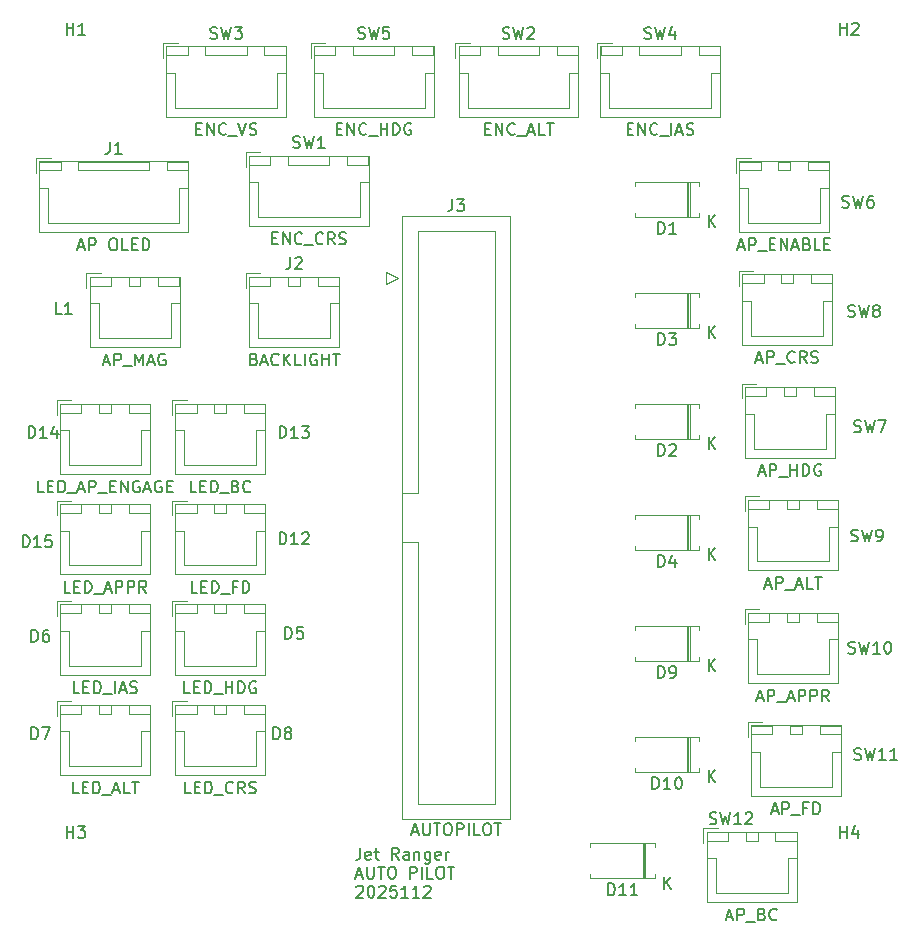
<source format=gbr>
%TF.GenerationSoftware,KiCad,Pcbnew,9.0.4*%
%TF.CreationDate,2025-11-16T16:02:53+10:00*%
%TF.ProjectId,Jet Ranger Auto Pilot Audio,4a657420-5261-46e6-9765-72204175746f,rev?*%
%TF.SameCoordinates,Original*%
%TF.FileFunction,Legend,Top*%
%TF.FilePolarity,Positive*%
%FSLAX46Y46*%
G04 Gerber Fmt 4.6, Leading zero omitted, Abs format (unit mm)*
G04 Created by KiCad (PCBNEW 9.0.4) date 2025-11-16 16:02:53*
%MOMM*%
%LPD*%
G01*
G04 APERTURE LIST*
%ADD10C,0.150000*%
%ADD11C,0.120000*%
G04 APERTURE END LIST*
D10*
X118122493Y-148649931D02*
X118122493Y-149364216D01*
X118122493Y-149364216D02*
X118074874Y-149507073D01*
X118074874Y-149507073D02*
X117979636Y-149602312D01*
X117979636Y-149602312D02*
X117836779Y-149649931D01*
X117836779Y-149649931D02*
X117741541Y-149649931D01*
X118979636Y-149602312D02*
X118884398Y-149649931D01*
X118884398Y-149649931D02*
X118693922Y-149649931D01*
X118693922Y-149649931D02*
X118598684Y-149602312D01*
X118598684Y-149602312D02*
X118551065Y-149507073D01*
X118551065Y-149507073D02*
X118551065Y-149126121D01*
X118551065Y-149126121D02*
X118598684Y-149030883D01*
X118598684Y-149030883D02*
X118693922Y-148983264D01*
X118693922Y-148983264D02*
X118884398Y-148983264D01*
X118884398Y-148983264D02*
X118979636Y-149030883D01*
X118979636Y-149030883D02*
X119027255Y-149126121D01*
X119027255Y-149126121D02*
X119027255Y-149221359D01*
X119027255Y-149221359D02*
X118551065Y-149316597D01*
X119312970Y-148983264D02*
X119693922Y-148983264D01*
X119455827Y-148649931D02*
X119455827Y-149507073D01*
X119455827Y-149507073D02*
X119503446Y-149602312D01*
X119503446Y-149602312D02*
X119598684Y-149649931D01*
X119598684Y-149649931D02*
X119693922Y-149649931D01*
X121360589Y-149649931D02*
X121027256Y-149173740D01*
X120789161Y-149649931D02*
X120789161Y-148649931D01*
X120789161Y-148649931D02*
X121170113Y-148649931D01*
X121170113Y-148649931D02*
X121265351Y-148697550D01*
X121265351Y-148697550D02*
X121312970Y-148745169D01*
X121312970Y-148745169D02*
X121360589Y-148840407D01*
X121360589Y-148840407D02*
X121360589Y-148983264D01*
X121360589Y-148983264D02*
X121312970Y-149078502D01*
X121312970Y-149078502D02*
X121265351Y-149126121D01*
X121265351Y-149126121D02*
X121170113Y-149173740D01*
X121170113Y-149173740D02*
X120789161Y-149173740D01*
X122217732Y-149649931D02*
X122217732Y-149126121D01*
X122217732Y-149126121D02*
X122170113Y-149030883D01*
X122170113Y-149030883D02*
X122074875Y-148983264D01*
X122074875Y-148983264D02*
X121884399Y-148983264D01*
X121884399Y-148983264D02*
X121789161Y-149030883D01*
X122217732Y-149602312D02*
X122122494Y-149649931D01*
X122122494Y-149649931D02*
X121884399Y-149649931D01*
X121884399Y-149649931D02*
X121789161Y-149602312D01*
X121789161Y-149602312D02*
X121741542Y-149507073D01*
X121741542Y-149507073D02*
X121741542Y-149411835D01*
X121741542Y-149411835D02*
X121789161Y-149316597D01*
X121789161Y-149316597D02*
X121884399Y-149268978D01*
X121884399Y-149268978D02*
X122122494Y-149268978D01*
X122122494Y-149268978D02*
X122217732Y-149221359D01*
X122693923Y-148983264D02*
X122693923Y-149649931D01*
X122693923Y-149078502D02*
X122741542Y-149030883D01*
X122741542Y-149030883D02*
X122836780Y-148983264D01*
X122836780Y-148983264D02*
X122979637Y-148983264D01*
X122979637Y-148983264D02*
X123074875Y-149030883D01*
X123074875Y-149030883D02*
X123122494Y-149126121D01*
X123122494Y-149126121D02*
X123122494Y-149649931D01*
X124027256Y-148983264D02*
X124027256Y-149792788D01*
X124027256Y-149792788D02*
X123979637Y-149888026D01*
X123979637Y-149888026D02*
X123932018Y-149935645D01*
X123932018Y-149935645D02*
X123836780Y-149983264D01*
X123836780Y-149983264D02*
X123693923Y-149983264D01*
X123693923Y-149983264D02*
X123598685Y-149935645D01*
X124027256Y-149602312D02*
X123932018Y-149649931D01*
X123932018Y-149649931D02*
X123741542Y-149649931D01*
X123741542Y-149649931D02*
X123646304Y-149602312D01*
X123646304Y-149602312D02*
X123598685Y-149554692D01*
X123598685Y-149554692D02*
X123551066Y-149459454D01*
X123551066Y-149459454D02*
X123551066Y-149173740D01*
X123551066Y-149173740D02*
X123598685Y-149078502D01*
X123598685Y-149078502D02*
X123646304Y-149030883D01*
X123646304Y-149030883D02*
X123741542Y-148983264D01*
X123741542Y-148983264D02*
X123932018Y-148983264D01*
X123932018Y-148983264D02*
X124027256Y-149030883D01*
X124884399Y-149602312D02*
X124789161Y-149649931D01*
X124789161Y-149649931D02*
X124598685Y-149649931D01*
X124598685Y-149649931D02*
X124503447Y-149602312D01*
X124503447Y-149602312D02*
X124455828Y-149507073D01*
X124455828Y-149507073D02*
X124455828Y-149126121D01*
X124455828Y-149126121D02*
X124503447Y-149030883D01*
X124503447Y-149030883D02*
X124598685Y-148983264D01*
X124598685Y-148983264D02*
X124789161Y-148983264D01*
X124789161Y-148983264D02*
X124884399Y-149030883D01*
X124884399Y-149030883D02*
X124932018Y-149126121D01*
X124932018Y-149126121D02*
X124932018Y-149221359D01*
X124932018Y-149221359D02*
X124455828Y-149316597D01*
X125360590Y-149649931D02*
X125360590Y-148983264D01*
X125360590Y-149173740D02*
X125408209Y-149078502D01*
X125408209Y-149078502D02*
X125455828Y-149030883D01*
X125455828Y-149030883D02*
X125551066Y-148983264D01*
X125551066Y-148983264D02*
X125646304Y-148983264D01*
X117789160Y-150974160D02*
X118265350Y-150974160D01*
X117693922Y-151259875D02*
X118027255Y-150259875D01*
X118027255Y-150259875D02*
X118360588Y-151259875D01*
X118693922Y-150259875D02*
X118693922Y-151069398D01*
X118693922Y-151069398D02*
X118741541Y-151164636D01*
X118741541Y-151164636D02*
X118789160Y-151212256D01*
X118789160Y-151212256D02*
X118884398Y-151259875D01*
X118884398Y-151259875D02*
X119074874Y-151259875D01*
X119074874Y-151259875D02*
X119170112Y-151212256D01*
X119170112Y-151212256D02*
X119217731Y-151164636D01*
X119217731Y-151164636D02*
X119265350Y-151069398D01*
X119265350Y-151069398D02*
X119265350Y-150259875D01*
X119598684Y-150259875D02*
X120170112Y-150259875D01*
X119884398Y-151259875D02*
X119884398Y-150259875D01*
X120693922Y-150259875D02*
X120884398Y-150259875D01*
X120884398Y-150259875D02*
X120979636Y-150307494D01*
X120979636Y-150307494D02*
X121074874Y-150402732D01*
X121074874Y-150402732D02*
X121122493Y-150593208D01*
X121122493Y-150593208D02*
X121122493Y-150926541D01*
X121122493Y-150926541D02*
X121074874Y-151117017D01*
X121074874Y-151117017D02*
X120979636Y-151212256D01*
X120979636Y-151212256D02*
X120884398Y-151259875D01*
X120884398Y-151259875D02*
X120693922Y-151259875D01*
X120693922Y-151259875D02*
X120598684Y-151212256D01*
X120598684Y-151212256D02*
X120503446Y-151117017D01*
X120503446Y-151117017D02*
X120455827Y-150926541D01*
X120455827Y-150926541D02*
X120455827Y-150593208D01*
X120455827Y-150593208D02*
X120503446Y-150402732D01*
X120503446Y-150402732D02*
X120598684Y-150307494D01*
X120598684Y-150307494D02*
X120693922Y-150259875D01*
X122312970Y-151259875D02*
X122312970Y-150259875D01*
X122312970Y-150259875D02*
X122693922Y-150259875D01*
X122693922Y-150259875D02*
X122789160Y-150307494D01*
X122789160Y-150307494D02*
X122836779Y-150355113D01*
X122836779Y-150355113D02*
X122884398Y-150450351D01*
X122884398Y-150450351D02*
X122884398Y-150593208D01*
X122884398Y-150593208D02*
X122836779Y-150688446D01*
X122836779Y-150688446D02*
X122789160Y-150736065D01*
X122789160Y-150736065D02*
X122693922Y-150783684D01*
X122693922Y-150783684D02*
X122312970Y-150783684D01*
X123312970Y-151259875D02*
X123312970Y-150259875D01*
X124265350Y-151259875D02*
X123789160Y-151259875D01*
X123789160Y-151259875D02*
X123789160Y-150259875D01*
X124789160Y-150259875D02*
X124979636Y-150259875D01*
X124979636Y-150259875D02*
X125074874Y-150307494D01*
X125074874Y-150307494D02*
X125170112Y-150402732D01*
X125170112Y-150402732D02*
X125217731Y-150593208D01*
X125217731Y-150593208D02*
X125217731Y-150926541D01*
X125217731Y-150926541D02*
X125170112Y-151117017D01*
X125170112Y-151117017D02*
X125074874Y-151212256D01*
X125074874Y-151212256D02*
X124979636Y-151259875D01*
X124979636Y-151259875D02*
X124789160Y-151259875D01*
X124789160Y-151259875D02*
X124693922Y-151212256D01*
X124693922Y-151212256D02*
X124598684Y-151117017D01*
X124598684Y-151117017D02*
X124551065Y-150926541D01*
X124551065Y-150926541D02*
X124551065Y-150593208D01*
X124551065Y-150593208D02*
X124598684Y-150402732D01*
X124598684Y-150402732D02*
X124693922Y-150307494D01*
X124693922Y-150307494D02*
X124789160Y-150259875D01*
X125503446Y-150259875D02*
X126074874Y-150259875D01*
X125789160Y-151259875D02*
X125789160Y-150259875D01*
X117789160Y-151965057D02*
X117836779Y-151917438D01*
X117836779Y-151917438D02*
X117932017Y-151869819D01*
X117932017Y-151869819D02*
X118170112Y-151869819D01*
X118170112Y-151869819D02*
X118265350Y-151917438D01*
X118265350Y-151917438D02*
X118312969Y-151965057D01*
X118312969Y-151965057D02*
X118360588Y-152060295D01*
X118360588Y-152060295D02*
X118360588Y-152155533D01*
X118360588Y-152155533D02*
X118312969Y-152298390D01*
X118312969Y-152298390D02*
X117741541Y-152869819D01*
X117741541Y-152869819D02*
X118360588Y-152869819D01*
X118979636Y-151869819D02*
X119074874Y-151869819D01*
X119074874Y-151869819D02*
X119170112Y-151917438D01*
X119170112Y-151917438D02*
X119217731Y-151965057D01*
X119217731Y-151965057D02*
X119265350Y-152060295D01*
X119265350Y-152060295D02*
X119312969Y-152250771D01*
X119312969Y-152250771D02*
X119312969Y-152488866D01*
X119312969Y-152488866D02*
X119265350Y-152679342D01*
X119265350Y-152679342D02*
X119217731Y-152774580D01*
X119217731Y-152774580D02*
X119170112Y-152822200D01*
X119170112Y-152822200D02*
X119074874Y-152869819D01*
X119074874Y-152869819D02*
X118979636Y-152869819D01*
X118979636Y-152869819D02*
X118884398Y-152822200D01*
X118884398Y-152822200D02*
X118836779Y-152774580D01*
X118836779Y-152774580D02*
X118789160Y-152679342D01*
X118789160Y-152679342D02*
X118741541Y-152488866D01*
X118741541Y-152488866D02*
X118741541Y-152250771D01*
X118741541Y-152250771D02*
X118789160Y-152060295D01*
X118789160Y-152060295D02*
X118836779Y-151965057D01*
X118836779Y-151965057D02*
X118884398Y-151917438D01*
X118884398Y-151917438D02*
X118979636Y-151869819D01*
X119693922Y-151965057D02*
X119741541Y-151917438D01*
X119741541Y-151917438D02*
X119836779Y-151869819D01*
X119836779Y-151869819D02*
X120074874Y-151869819D01*
X120074874Y-151869819D02*
X120170112Y-151917438D01*
X120170112Y-151917438D02*
X120217731Y-151965057D01*
X120217731Y-151965057D02*
X120265350Y-152060295D01*
X120265350Y-152060295D02*
X120265350Y-152155533D01*
X120265350Y-152155533D02*
X120217731Y-152298390D01*
X120217731Y-152298390D02*
X119646303Y-152869819D01*
X119646303Y-152869819D02*
X120265350Y-152869819D01*
X121170112Y-151869819D02*
X120693922Y-151869819D01*
X120693922Y-151869819D02*
X120646303Y-152346009D01*
X120646303Y-152346009D02*
X120693922Y-152298390D01*
X120693922Y-152298390D02*
X120789160Y-152250771D01*
X120789160Y-152250771D02*
X121027255Y-152250771D01*
X121027255Y-152250771D02*
X121122493Y-152298390D01*
X121122493Y-152298390D02*
X121170112Y-152346009D01*
X121170112Y-152346009D02*
X121217731Y-152441247D01*
X121217731Y-152441247D02*
X121217731Y-152679342D01*
X121217731Y-152679342D02*
X121170112Y-152774580D01*
X121170112Y-152774580D02*
X121122493Y-152822200D01*
X121122493Y-152822200D02*
X121027255Y-152869819D01*
X121027255Y-152869819D02*
X120789160Y-152869819D01*
X120789160Y-152869819D02*
X120693922Y-152822200D01*
X120693922Y-152822200D02*
X120646303Y-152774580D01*
X122170112Y-152869819D02*
X121598684Y-152869819D01*
X121884398Y-152869819D02*
X121884398Y-151869819D01*
X121884398Y-151869819D02*
X121789160Y-152012676D01*
X121789160Y-152012676D02*
X121693922Y-152107914D01*
X121693922Y-152107914D02*
X121598684Y-152155533D01*
X123122493Y-152869819D02*
X122551065Y-152869819D01*
X122836779Y-152869819D02*
X122836779Y-151869819D01*
X122836779Y-151869819D02*
X122741541Y-152012676D01*
X122741541Y-152012676D02*
X122646303Y-152107914D01*
X122646303Y-152107914D02*
X122551065Y-152155533D01*
X123503446Y-151965057D02*
X123551065Y-151917438D01*
X123551065Y-151917438D02*
X123646303Y-151869819D01*
X123646303Y-151869819D02*
X123884398Y-151869819D01*
X123884398Y-151869819D02*
X123979636Y-151917438D01*
X123979636Y-151917438D02*
X124027255Y-151965057D01*
X124027255Y-151965057D02*
X124074874Y-152060295D01*
X124074874Y-152060295D02*
X124074874Y-152155533D01*
X124074874Y-152155533D02*
X124027255Y-152298390D01*
X124027255Y-152298390D02*
X123455827Y-152869819D01*
X123455827Y-152869819D02*
X124074874Y-152869819D01*
X159916667Y-113407200D02*
X160059524Y-113454819D01*
X160059524Y-113454819D02*
X160297619Y-113454819D01*
X160297619Y-113454819D02*
X160392857Y-113407200D01*
X160392857Y-113407200D02*
X160440476Y-113359580D01*
X160440476Y-113359580D02*
X160488095Y-113264342D01*
X160488095Y-113264342D02*
X160488095Y-113169104D01*
X160488095Y-113169104D02*
X160440476Y-113073866D01*
X160440476Y-113073866D02*
X160392857Y-113026247D01*
X160392857Y-113026247D02*
X160297619Y-112978628D01*
X160297619Y-112978628D02*
X160107143Y-112931009D01*
X160107143Y-112931009D02*
X160011905Y-112883390D01*
X160011905Y-112883390D02*
X159964286Y-112835771D01*
X159964286Y-112835771D02*
X159916667Y-112740533D01*
X159916667Y-112740533D02*
X159916667Y-112645295D01*
X159916667Y-112645295D02*
X159964286Y-112550057D01*
X159964286Y-112550057D02*
X160011905Y-112502438D01*
X160011905Y-112502438D02*
X160107143Y-112454819D01*
X160107143Y-112454819D02*
X160345238Y-112454819D01*
X160345238Y-112454819D02*
X160488095Y-112502438D01*
X160821429Y-112454819D02*
X161059524Y-113454819D01*
X161059524Y-113454819D02*
X161250000Y-112740533D01*
X161250000Y-112740533D02*
X161440476Y-113454819D01*
X161440476Y-113454819D02*
X161678572Y-112454819D01*
X161964286Y-112454819D02*
X162630952Y-112454819D01*
X162630952Y-112454819D02*
X162202381Y-113454819D01*
X151857143Y-116869104D02*
X152333333Y-116869104D01*
X151761905Y-117154819D02*
X152095238Y-116154819D01*
X152095238Y-116154819D02*
X152428571Y-117154819D01*
X152761905Y-117154819D02*
X152761905Y-116154819D01*
X152761905Y-116154819D02*
X153142857Y-116154819D01*
X153142857Y-116154819D02*
X153238095Y-116202438D01*
X153238095Y-116202438D02*
X153285714Y-116250057D01*
X153285714Y-116250057D02*
X153333333Y-116345295D01*
X153333333Y-116345295D02*
X153333333Y-116488152D01*
X153333333Y-116488152D02*
X153285714Y-116583390D01*
X153285714Y-116583390D02*
X153238095Y-116631009D01*
X153238095Y-116631009D02*
X153142857Y-116678628D01*
X153142857Y-116678628D02*
X152761905Y-116678628D01*
X153523810Y-117250057D02*
X154285714Y-117250057D01*
X154523810Y-117154819D02*
X154523810Y-116154819D01*
X154523810Y-116631009D02*
X155095238Y-116631009D01*
X155095238Y-117154819D02*
X155095238Y-116154819D01*
X155571429Y-117154819D02*
X155571429Y-116154819D01*
X155571429Y-116154819D02*
X155809524Y-116154819D01*
X155809524Y-116154819D02*
X155952381Y-116202438D01*
X155952381Y-116202438D02*
X156047619Y-116297676D01*
X156047619Y-116297676D02*
X156095238Y-116392914D01*
X156095238Y-116392914D02*
X156142857Y-116583390D01*
X156142857Y-116583390D02*
X156142857Y-116726247D01*
X156142857Y-116726247D02*
X156095238Y-116916723D01*
X156095238Y-116916723D02*
X156047619Y-117011961D01*
X156047619Y-117011961D02*
X155952381Y-117107200D01*
X155952381Y-117107200D02*
X155809524Y-117154819D01*
X155809524Y-117154819D02*
X155571429Y-117154819D01*
X157095238Y-116202438D02*
X157000000Y-116154819D01*
X157000000Y-116154819D02*
X156857143Y-116154819D01*
X156857143Y-116154819D02*
X156714286Y-116202438D01*
X156714286Y-116202438D02*
X156619048Y-116297676D01*
X156619048Y-116297676D02*
X156571429Y-116392914D01*
X156571429Y-116392914D02*
X156523810Y-116583390D01*
X156523810Y-116583390D02*
X156523810Y-116726247D01*
X156523810Y-116726247D02*
X156571429Y-116916723D01*
X156571429Y-116916723D02*
X156619048Y-117011961D01*
X156619048Y-117011961D02*
X156714286Y-117107200D01*
X156714286Y-117107200D02*
X156857143Y-117154819D01*
X156857143Y-117154819D02*
X156952381Y-117154819D01*
X156952381Y-117154819D02*
X157095238Y-117107200D01*
X157095238Y-117107200D02*
X157142857Y-117059580D01*
X157142857Y-117059580D02*
X157142857Y-116726247D01*
X157142857Y-116726247D02*
X156952381Y-116726247D01*
X158738095Y-147804819D02*
X158738095Y-146804819D01*
X158738095Y-147281009D02*
X159309523Y-147281009D01*
X159309523Y-147804819D02*
X159309523Y-146804819D01*
X160214285Y-147138152D02*
X160214285Y-147804819D01*
X159976190Y-146757200D02*
X159738095Y-147471485D01*
X159738095Y-147471485D02*
X160357142Y-147471485D01*
X159440476Y-132157200D02*
X159583333Y-132204819D01*
X159583333Y-132204819D02*
X159821428Y-132204819D01*
X159821428Y-132204819D02*
X159916666Y-132157200D01*
X159916666Y-132157200D02*
X159964285Y-132109580D01*
X159964285Y-132109580D02*
X160011904Y-132014342D01*
X160011904Y-132014342D02*
X160011904Y-131919104D01*
X160011904Y-131919104D02*
X159964285Y-131823866D01*
X159964285Y-131823866D02*
X159916666Y-131776247D01*
X159916666Y-131776247D02*
X159821428Y-131728628D01*
X159821428Y-131728628D02*
X159630952Y-131681009D01*
X159630952Y-131681009D02*
X159535714Y-131633390D01*
X159535714Y-131633390D02*
X159488095Y-131585771D01*
X159488095Y-131585771D02*
X159440476Y-131490533D01*
X159440476Y-131490533D02*
X159440476Y-131395295D01*
X159440476Y-131395295D02*
X159488095Y-131300057D01*
X159488095Y-131300057D02*
X159535714Y-131252438D01*
X159535714Y-131252438D02*
X159630952Y-131204819D01*
X159630952Y-131204819D02*
X159869047Y-131204819D01*
X159869047Y-131204819D02*
X160011904Y-131252438D01*
X160345238Y-131204819D02*
X160583333Y-132204819D01*
X160583333Y-132204819D02*
X160773809Y-131490533D01*
X160773809Y-131490533D02*
X160964285Y-132204819D01*
X160964285Y-132204819D02*
X161202381Y-131204819D01*
X162107142Y-132204819D02*
X161535714Y-132204819D01*
X161821428Y-132204819D02*
X161821428Y-131204819D01*
X161821428Y-131204819D02*
X161726190Y-131347676D01*
X161726190Y-131347676D02*
X161630952Y-131442914D01*
X161630952Y-131442914D02*
X161535714Y-131490533D01*
X162726190Y-131204819D02*
X162821428Y-131204819D01*
X162821428Y-131204819D02*
X162916666Y-131252438D01*
X162916666Y-131252438D02*
X162964285Y-131300057D01*
X162964285Y-131300057D02*
X163011904Y-131395295D01*
X163011904Y-131395295D02*
X163059523Y-131585771D01*
X163059523Y-131585771D02*
X163059523Y-131823866D01*
X163059523Y-131823866D02*
X163011904Y-132014342D01*
X163011904Y-132014342D02*
X162964285Y-132109580D01*
X162964285Y-132109580D02*
X162916666Y-132157200D01*
X162916666Y-132157200D02*
X162821428Y-132204819D01*
X162821428Y-132204819D02*
X162726190Y-132204819D01*
X162726190Y-132204819D02*
X162630952Y-132157200D01*
X162630952Y-132157200D02*
X162583333Y-132109580D01*
X162583333Y-132109580D02*
X162535714Y-132014342D01*
X162535714Y-132014342D02*
X162488095Y-131823866D01*
X162488095Y-131823866D02*
X162488095Y-131585771D01*
X162488095Y-131585771D02*
X162535714Y-131395295D01*
X162535714Y-131395295D02*
X162583333Y-131300057D01*
X162583333Y-131300057D02*
X162630952Y-131252438D01*
X162630952Y-131252438D02*
X162726190Y-131204819D01*
X151702381Y-135969104D02*
X152178571Y-135969104D01*
X151607143Y-136254819D02*
X151940476Y-135254819D01*
X151940476Y-135254819D02*
X152273809Y-136254819D01*
X152607143Y-136254819D02*
X152607143Y-135254819D01*
X152607143Y-135254819D02*
X152988095Y-135254819D01*
X152988095Y-135254819D02*
X153083333Y-135302438D01*
X153083333Y-135302438D02*
X153130952Y-135350057D01*
X153130952Y-135350057D02*
X153178571Y-135445295D01*
X153178571Y-135445295D02*
X153178571Y-135588152D01*
X153178571Y-135588152D02*
X153130952Y-135683390D01*
X153130952Y-135683390D02*
X153083333Y-135731009D01*
X153083333Y-135731009D02*
X152988095Y-135778628D01*
X152988095Y-135778628D02*
X152607143Y-135778628D01*
X153369048Y-136350057D02*
X154130952Y-136350057D01*
X154321429Y-135969104D02*
X154797619Y-135969104D01*
X154226191Y-136254819D02*
X154559524Y-135254819D01*
X154559524Y-135254819D02*
X154892857Y-136254819D01*
X155226191Y-136254819D02*
X155226191Y-135254819D01*
X155226191Y-135254819D02*
X155607143Y-135254819D01*
X155607143Y-135254819D02*
X155702381Y-135302438D01*
X155702381Y-135302438D02*
X155750000Y-135350057D01*
X155750000Y-135350057D02*
X155797619Y-135445295D01*
X155797619Y-135445295D02*
X155797619Y-135588152D01*
X155797619Y-135588152D02*
X155750000Y-135683390D01*
X155750000Y-135683390D02*
X155702381Y-135731009D01*
X155702381Y-135731009D02*
X155607143Y-135778628D01*
X155607143Y-135778628D02*
X155226191Y-135778628D01*
X156226191Y-136254819D02*
X156226191Y-135254819D01*
X156226191Y-135254819D02*
X156607143Y-135254819D01*
X156607143Y-135254819D02*
X156702381Y-135302438D01*
X156702381Y-135302438D02*
X156750000Y-135350057D01*
X156750000Y-135350057D02*
X156797619Y-135445295D01*
X156797619Y-135445295D02*
X156797619Y-135588152D01*
X156797619Y-135588152D02*
X156750000Y-135683390D01*
X156750000Y-135683390D02*
X156702381Y-135731009D01*
X156702381Y-135731009D02*
X156607143Y-135778628D01*
X156607143Y-135778628D02*
X156226191Y-135778628D01*
X157797619Y-136254819D02*
X157464286Y-135778628D01*
X157226191Y-136254819D02*
X157226191Y-135254819D01*
X157226191Y-135254819D02*
X157607143Y-135254819D01*
X157607143Y-135254819D02*
X157702381Y-135302438D01*
X157702381Y-135302438D02*
X157750000Y-135350057D01*
X157750000Y-135350057D02*
X157797619Y-135445295D01*
X157797619Y-135445295D02*
X157797619Y-135588152D01*
X157797619Y-135588152D02*
X157750000Y-135683390D01*
X157750000Y-135683390D02*
X157702381Y-135731009D01*
X157702381Y-135731009D02*
X157607143Y-135778628D01*
X157607143Y-135778628D02*
X157226191Y-135778628D01*
X93238095Y-147804819D02*
X93238095Y-146804819D01*
X93238095Y-147281009D02*
X93809523Y-147281009D01*
X93809523Y-147804819D02*
X93809523Y-146804819D01*
X94190476Y-146804819D02*
X94809523Y-146804819D01*
X94809523Y-146804819D02*
X94476190Y-147185771D01*
X94476190Y-147185771D02*
X94619047Y-147185771D01*
X94619047Y-147185771D02*
X94714285Y-147233390D01*
X94714285Y-147233390D02*
X94761904Y-147281009D01*
X94761904Y-147281009D02*
X94809523Y-147376247D01*
X94809523Y-147376247D02*
X94809523Y-147614342D01*
X94809523Y-147614342D02*
X94761904Y-147709580D01*
X94761904Y-147709580D02*
X94714285Y-147757200D01*
X94714285Y-147757200D02*
X94619047Y-147804819D01*
X94619047Y-147804819D02*
X94333333Y-147804819D01*
X94333333Y-147804819D02*
X94238095Y-147757200D01*
X94238095Y-147757200D02*
X94190476Y-147709580D01*
X111285714Y-122954819D02*
X111285714Y-121954819D01*
X111285714Y-121954819D02*
X111523809Y-121954819D01*
X111523809Y-121954819D02*
X111666666Y-122002438D01*
X111666666Y-122002438D02*
X111761904Y-122097676D01*
X111761904Y-122097676D02*
X111809523Y-122192914D01*
X111809523Y-122192914D02*
X111857142Y-122383390D01*
X111857142Y-122383390D02*
X111857142Y-122526247D01*
X111857142Y-122526247D02*
X111809523Y-122716723D01*
X111809523Y-122716723D02*
X111761904Y-122811961D01*
X111761904Y-122811961D02*
X111666666Y-122907200D01*
X111666666Y-122907200D02*
X111523809Y-122954819D01*
X111523809Y-122954819D02*
X111285714Y-122954819D01*
X112809523Y-122954819D02*
X112238095Y-122954819D01*
X112523809Y-122954819D02*
X112523809Y-121954819D01*
X112523809Y-121954819D02*
X112428571Y-122097676D01*
X112428571Y-122097676D02*
X112333333Y-122192914D01*
X112333333Y-122192914D02*
X112238095Y-122240533D01*
X113190476Y-122050057D02*
X113238095Y-122002438D01*
X113238095Y-122002438D02*
X113333333Y-121954819D01*
X113333333Y-121954819D02*
X113571428Y-121954819D01*
X113571428Y-121954819D02*
X113666666Y-122002438D01*
X113666666Y-122002438D02*
X113714285Y-122050057D01*
X113714285Y-122050057D02*
X113761904Y-122145295D01*
X113761904Y-122145295D02*
X113761904Y-122240533D01*
X113761904Y-122240533D02*
X113714285Y-122383390D01*
X113714285Y-122383390D02*
X113142857Y-122954819D01*
X113142857Y-122954819D02*
X113761904Y-122954819D01*
X104297618Y-127054819D02*
X103821428Y-127054819D01*
X103821428Y-127054819D02*
X103821428Y-126054819D01*
X104630952Y-126531009D02*
X104964285Y-126531009D01*
X105107142Y-127054819D02*
X104630952Y-127054819D01*
X104630952Y-127054819D02*
X104630952Y-126054819D01*
X104630952Y-126054819D02*
X105107142Y-126054819D01*
X105535714Y-127054819D02*
X105535714Y-126054819D01*
X105535714Y-126054819D02*
X105773809Y-126054819D01*
X105773809Y-126054819D02*
X105916666Y-126102438D01*
X105916666Y-126102438D02*
X106011904Y-126197676D01*
X106011904Y-126197676D02*
X106059523Y-126292914D01*
X106059523Y-126292914D02*
X106107142Y-126483390D01*
X106107142Y-126483390D02*
X106107142Y-126626247D01*
X106107142Y-126626247D02*
X106059523Y-126816723D01*
X106059523Y-126816723D02*
X106011904Y-126911961D01*
X106011904Y-126911961D02*
X105916666Y-127007200D01*
X105916666Y-127007200D02*
X105773809Y-127054819D01*
X105773809Y-127054819D02*
X105535714Y-127054819D01*
X106297619Y-127150057D02*
X107059523Y-127150057D01*
X107630952Y-126531009D02*
X107297619Y-126531009D01*
X107297619Y-127054819D02*
X107297619Y-126054819D01*
X107297619Y-126054819D02*
X107773809Y-126054819D01*
X108154762Y-127054819D02*
X108154762Y-126054819D01*
X108154762Y-126054819D02*
X108392857Y-126054819D01*
X108392857Y-126054819D02*
X108535714Y-126102438D01*
X108535714Y-126102438D02*
X108630952Y-126197676D01*
X108630952Y-126197676D02*
X108678571Y-126292914D01*
X108678571Y-126292914D02*
X108726190Y-126483390D01*
X108726190Y-126483390D02*
X108726190Y-126626247D01*
X108726190Y-126626247D02*
X108678571Y-126816723D01*
X108678571Y-126816723D02*
X108630952Y-126911961D01*
X108630952Y-126911961D02*
X108535714Y-127007200D01*
X108535714Y-127007200D02*
X108392857Y-127054819D01*
X108392857Y-127054819D02*
X108154762Y-127054819D01*
X93238095Y-79804819D02*
X93238095Y-78804819D01*
X93238095Y-79281009D02*
X93809523Y-79281009D01*
X93809523Y-79804819D02*
X93809523Y-78804819D01*
X94809523Y-79804819D02*
X94238095Y-79804819D01*
X94523809Y-79804819D02*
X94523809Y-78804819D01*
X94523809Y-78804819D02*
X94428571Y-78947676D01*
X94428571Y-78947676D02*
X94333333Y-79042914D01*
X94333333Y-79042914D02*
X94238095Y-79090533D01*
X112166666Y-98654819D02*
X112166666Y-99369104D01*
X112166666Y-99369104D02*
X112119047Y-99511961D01*
X112119047Y-99511961D02*
X112023809Y-99607200D01*
X112023809Y-99607200D02*
X111880952Y-99654819D01*
X111880952Y-99654819D02*
X111785714Y-99654819D01*
X112595238Y-98750057D02*
X112642857Y-98702438D01*
X112642857Y-98702438D02*
X112738095Y-98654819D01*
X112738095Y-98654819D02*
X112976190Y-98654819D01*
X112976190Y-98654819D02*
X113071428Y-98702438D01*
X113071428Y-98702438D02*
X113119047Y-98750057D01*
X113119047Y-98750057D02*
X113166666Y-98845295D01*
X113166666Y-98845295D02*
X113166666Y-98940533D01*
X113166666Y-98940533D02*
X113119047Y-99083390D01*
X113119047Y-99083390D02*
X112547619Y-99654819D01*
X112547619Y-99654819D02*
X113166666Y-99654819D01*
X109095238Y-107281009D02*
X109238095Y-107328628D01*
X109238095Y-107328628D02*
X109285714Y-107376247D01*
X109285714Y-107376247D02*
X109333333Y-107471485D01*
X109333333Y-107471485D02*
X109333333Y-107614342D01*
X109333333Y-107614342D02*
X109285714Y-107709580D01*
X109285714Y-107709580D02*
X109238095Y-107757200D01*
X109238095Y-107757200D02*
X109142857Y-107804819D01*
X109142857Y-107804819D02*
X108761905Y-107804819D01*
X108761905Y-107804819D02*
X108761905Y-106804819D01*
X108761905Y-106804819D02*
X109095238Y-106804819D01*
X109095238Y-106804819D02*
X109190476Y-106852438D01*
X109190476Y-106852438D02*
X109238095Y-106900057D01*
X109238095Y-106900057D02*
X109285714Y-106995295D01*
X109285714Y-106995295D02*
X109285714Y-107090533D01*
X109285714Y-107090533D02*
X109238095Y-107185771D01*
X109238095Y-107185771D02*
X109190476Y-107233390D01*
X109190476Y-107233390D02*
X109095238Y-107281009D01*
X109095238Y-107281009D02*
X108761905Y-107281009D01*
X109714286Y-107519104D02*
X110190476Y-107519104D01*
X109619048Y-107804819D02*
X109952381Y-106804819D01*
X109952381Y-106804819D02*
X110285714Y-107804819D01*
X111190476Y-107709580D02*
X111142857Y-107757200D01*
X111142857Y-107757200D02*
X111000000Y-107804819D01*
X111000000Y-107804819D02*
X110904762Y-107804819D01*
X110904762Y-107804819D02*
X110761905Y-107757200D01*
X110761905Y-107757200D02*
X110666667Y-107661961D01*
X110666667Y-107661961D02*
X110619048Y-107566723D01*
X110619048Y-107566723D02*
X110571429Y-107376247D01*
X110571429Y-107376247D02*
X110571429Y-107233390D01*
X110571429Y-107233390D02*
X110619048Y-107042914D01*
X110619048Y-107042914D02*
X110666667Y-106947676D01*
X110666667Y-106947676D02*
X110761905Y-106852438D01*
X110761905Y-106852438D02*
X110904762Y-106804819D01*
X110904762Y-106804819D02*
X111000000Y-106804819D01*
X111000000Y-106804819D02*
X111142857Y-106852438D01*
X111142857Y-106852438D02*
X111190476Y-106900057D01*
X111619048Y-107804819D02*
X111619048Y-106804819D01*
X112190476Y-107804819D02*
X111761905Y-107233390D01*
X112190476Y-106804819D02*
X111619048Y-107376247D01*
X113095238Y-107804819D02*
X112619048Y-107804819D01*
X112619048Y-107804819D02*
X112619048Y-106804819D01*
X113428572Y-107804819D02*
X113428572Y-106804819D01*
X114428571Y-106852438D02*
X114333333Y-106804819D01*
X114333333Y-106804819D02*
X114190476Y-106804819D01*
X114190476Y-106804819D02*
X114047619Y-106852438D01*
X114047619Y-106852438D02*
X113952381Y-106947676D01*
X113952381Y-106947676D02*
X113904762Y-107042914D01*
X113904762Y-107042914D02*
X113857143Y-107233390D01*
X113857143Y-107233390D02*
X113857143Y-107376247D01*
X113857143Y-107376247D02*
X113904762Y-107566723D01*
X113904762Y-107566723D02*
X113952381Y-107661961D01*
X113952381Y-107661961D02*
X114047619Y-107757200D01*
X114047619Y-107757200D02*
X114190476Y-107804819D01*
X114190476Y-107804819D02*
X114285714Y-107804819D01*
X114285714Y-107804819D02*
X114428571Y-107757200D01*
X114428571Y-107757200D02*
X114476190Y-107709580D01*
X114476190Y-107709580D02*
X114476190Y-107376247D01*
X114476190Y-107376247D02*
X114285714Y-107376247D01*
X114904762Y-107804819D02*
X114904762Y-106804819D01*
X114904762Y-107281009D02*
X115476190Y-107281009D01*
X115476190Y-107804819D02*
X115476190Y-106804819D01*
X115809524Y-106804819D02*
X116380952Y-106804819D01*
X116095238Y-107804819D02*
X116095238Y-106804819D01*
X143321905Y-124874819D02*
X143321905Y-123874819D01*
X143321905Y-123874819D02*
X143560000Y-123874819D01*
X143560000Y-123874819D02*
X143702857Y-123922438D01*
X143702857Y-123922438D02*
X143798095Y-124017676D01*
X143798095Y-124017676D02*
X143845714Y-124112914D01*
X143845714Y-124112914D02*
X143893333Y-124303390D01*
X143893333Y-124303390D02*
X143893333Y-124446247D01*
X143893333Y-124446247D02*
X143845714Y-124636723D01*
X143845714Y-124636723D02*
X143798095Y-124731961D01*
X143798095Y-124731961D02*
X143702857Y-124827200D01*
X143702857Y-124827200D02*
X143560000Y-124874819D01*
X143560000Y-124874819D02*
X143321905Y-124874819D01*
X144750476Y-124208152D02*
X144750476Y-124874819D01*
X144512381Y-123827200D02*
X144274286Y-124541485D01*
X144274286Y-124541485D02*
X144893333Y-124541485D01*
X147608095Y-124304819D02*
X147608095Y-123304819D01*
X148179523Y-124304819D02*
X147750952Y-123733390D01*
X148179523Y-123304819D02*
X147608095Y-123876247D01*
X90261905Y-131204819D02*
X90261905Y-130204819D01*
X90261905Y-130204819D02*
X90500000Y-130204819D01*
X90500000Y-130204819D02*
X90642857Y-130252438D01*
X90642857Y-130252438D02*
X90738095Y-130347676D01*
X90738095Y-130347676D02*
X90785714Y-130442914D01*
X90785714Y-130442914D02*
X90833333Y-130633390D01*
X90833333Y-130633390D02*
X90833333Y-130776247D01*
X90833333Y-130776247D02*
X90785714Y-130966723D01*
X90785714Y-130966723D02*
X90738095Y-131061961D01*
X90738095Y-131061961D02*
X90642857Y-131157200D01*
X90642857Y-131157200D02*
X90500000Y-131204819D01*
X90500000Y-131204819D02*
X90261905Y-131204819D01*
X91690476Y-130204819D02*
X91500000Y-130204819D01*
X91500000Y-130204819D02*
X91404762Y-130252438D01*
X91404762Y-130252438D02*
X91357143Y-130300057D01*
X91357143Y-130300057D02*
X91261905Y-130442914D01*
X91261905Y-130442914D02*
X91214286Y-130633390D01*
X91214286Y-130633390D02*
X91214286Y-131014342D01*
X91214286Y-131014342D02*
X91261905Y-131109580D01*
X91261905Y-131109580D02*
X91309524Y-131157200D01*
X91309524Y-131157200D02*
X91404762Y-131204819D01*
X91404762Y-131204819D02*
X91595238Y-131204819D01*
X91595238Y-131204819D02*
X91690476Y-131157200D01*
X91690476Y-131157200D02*
X91738095Y-131109580D01*
X91738095Y-131109580D02*
X91785714Y-131014342D01*
X91785714Y-131014342D02*
X91785714Y-130776247D01*
X91785714Y-130776247D02*
X91738095Y-130681009D01*
X91738095Y-130681009D02*
X91690476Y-130633390D01*
X91690476Y-130633390D02*
X91595238Y-130585771D01*
X91595238Y-130585771D02*
X91404762Y-130585771D01*
X91404762Y-130585771D02*
X91309524Y-130633390D01*
X91309524Y-130633390D02*
X91261905Y-130681009D01*
X91261905Y-130681009D02*
X91214286Y-130776247D01*
X94333333Y-135554819D02*
X93857143Y-135554819D01*
X93857143Y-135554819D02*
X93857143Y-134554819D01*
X94666667Y-135031009D02*
X95000000Y-135031009D01*
X95142857Y-135554819D02*
X94666667Y-135554819D01*
X94666667Y-135554819D02*
X94666667Y-134554819D01*
X94666667Y-134554819D02*
X95142857Y-134554819D01*
X95571429Y-135554819D02*
X95571429Y-134554819D01*
X95571429Y-134554819D02*
X95809524Y-134554819D01*
X95809524Y-134554819D02*
X95952381Y-134602438D01*
X95952381Y-134602438D02*
X96047619Y-134697676D01*
X96047619Y-134697676D02*
X96095238Y-134792914D01*
X96095238Y-134792914D02*
X96142857Y-134983390D01*
X96142857Y-134983390D02*
X96142857Y-135126247D01*
X96142857Y-135126247D02*
X96095238Y-135316723D01*
X96095238Y-135316723D02*
X96047619Y-135411961D01*
X96047619Y-135411961D02*
X95952381Y-135507200D01*
X95952381Y-135507200D02*
X95809524Y-135554819D01*
X95809524Y-135554819D02*
X95571429Y-135554819D01*
X96333334Y-135650057D02*
X97095238Y-135650057D01*
X97333334Y-135554819D02*
X97333334Y-134554819D01*
X97761905Y-135269104D02*
X98238095Y-135269104D01*
X97666667Y-135554819D02*
X98000000Y-134554819D01*
X98000000Y-134554819D02*
X98333333Y-135554819D01*
X98619048Y-135507200D02*
X98761905Y-135554819D01*
X98761905Y-135554819D02*
X99000000Y-135554819D01*
X99000000Y-135554819D02*
X99095238Y-135507200D01*
X99095238Y-135507200D02*
X99142857Y-135459580D01*
X99142857Y-135459580D02*
X99190476Y-135364342D01*
X99190476Y-135364342D02*
X99190476Y-135269104D01*
X99190476Y-135269104D02*
X99142857Y-135173866D01*
X99142857Y-135173866D02*
X99095238Y-135126247D01*
X99095238Y-135126247D02*
X99000000Y-135078628D01*
X99000000Y-135078628D02*
X98809524Y-135031009D01*
X98809524Y-135031009D02*
X98714286Y-134983390D01*
X98714286Y-134983390D02*
X98666667Y-134935771D01*
X98666667Y-134935771D02*
X98619048Y-134840533D01*
X98619048Y-134840533D02*
X98619048Y-134745295D01*
X98619048Y-134745295D02*
X98666667Y-134650057D01*
X98666667Y-134650057D02*
X98714286Y-134602438D01*
X98714286Y-134602438D02*
X98809524Y-134554819D01*
X98809524Y-134554819D02*
X99047619Y-134554819D01*
X99047619Y-134554819D02*
X99190476Y-134602438D01*
X130166667Y-80107200D02*
X130309524Y-80154819D01*
X130309524Y-80154819D02*
X130547619Y-80154819D01*
X130547619Y-80154819D02*
X130642857Y-80107200D01*
X130642857Y-80107200D02*
X130690476Y-80059580D01*
X130690476Y-80059580D02*
X130738095Y-79964342D01*
X130738095Y-79964342D02*
X130738095Y-79869104D01*
X130738095Y-79869104D02*
X130690476Y-79773866D01*
X130690476Y-79773866D02*
X130642857Y-79726247D01*
X130642857Y-79726247D02*
X130547619Y-79678628D01*
X130547619Y-79678628D02*
X130357143Y-79631009D01*
X130357143Y-79631009D02*
X130261905Y-79583390D01*
X130261905Y-79583390D02*
X130214286Y-79535771D01*
X130214286Y-79535771D02*
X130166667Y-79440533D01*
X130166667Y-79440533D02*
X130166667Y-79345295D01*
X130166667Y-79345295D02*
X130214286Y-79250057D01*
X130214286Y-79250057D02*
X130261905Y-79202438D01*
X130261905Y-79202438D02*
X130357143Y-79154819D01*
X130357143Y-79154819D02*
X130595238Y-79154819D01*
X130595238Y-79154819D02*
X130738095Y-79202438D01*
X131071429Y-79154819D02*
X131309524Y-80154819D01*
X131309524Y-80154819D02*
X131500000Y-79440533D01*
X131500000Y-79440533D02*
X131690476Y-80154819D01*
X131690476Y-80154819D02*
X131928572Y-79154819D01*
X132261905Y-79250057D02*
X132309524Y-79202438D01*
X132309524Y-79202438D02*
X132404762Y-79154819D01*
X132404762Y-79154819D02*
X132642857Y-79154819D01*
X132642857Y-79154819D02*
X132738095Y-79202438D01*
X132738095Y-79202438D02*
X132785714Y-79250057D01*
X132785714Y-79250057D02*
X132833333Y-79345295D01*
X132833333Y-79345295D02*
X132833333Y-79440533D01*
X132833333Y-79440533D02*
X132785714Y-79583390D01*
X132785714Y-79583390D02*
X132214286Y-80154819D01*
X132214286Y-80154819D02*
X132833333Y-80154819D01*
X128666666Y-87781009D02*
X128999999Y-87781009D01*
X129142856Y-88304819D02*
X128666666Y-88304819D01*
X128666666Y-88304819D02*
X128666666Y-87304819D01*
X128666666Y-87304819D02*
X129142856Y-87304819D01*
X129571428Y-88304819D02*
X129571428Y-87304819D01*
X129571428Y-87304819D02*
X130142856Y-88304819D01*
X130142856Y-88304819D02*
X130142856Y-87304819D01*
X131190475Y-88209580D02*
X131142856Y-88257200D01*
X131142856Y-88257200D02*
X130999999Y-88304819D01*
X130999999Y-88304819D02*
X130904761Y-88304819D01*
X130904761Y-88304819D02*
X130761904Y-88257200D01*
X130761904Y-88257200D02*
X130666666Y-88161961D01*
X130666666Y-88161961D02*
X130619047Y-88066723D01*
X130619047Y-88066723D02*
X130571428Y-87876247D01*
X130571428Y-87876247D02*
X130571428Y-87733390D01*
X130571428Y-87733390D02*
X130619047Y-87542914D01*
X130619047Y-87542914D02*
X130666666Y-87447676D01*
X130666666Y-87447676D02*
X130761904Y-87352438D01*
X130761904Y-87352438D02*
X130904761Y-87304819D01*
X130904761Y-87304819D02*
X130999999Y-87304819D01*
X130999999Y-87304819D02*
X131142856Y-87352438D01*
X131142856Y-87352438D02*
X131190475Y-87400057D01*
X131380952Y-88400057D02*
X132142856Y-88400057D01*
X132333333Y-88019104D02*
X132809523Y-88019104D01*
X132238095Y-88304819D02*
X132571428Y-87304819D01*
X132571428Y-87304819D02*
X132904761Y-88304819D01*
X133714285Y-88304819D02*
X133238095Y-88304819D01*
X133238095Y-88304819D02*
X133238095Y-87304819D01*
X133904762Y-87304819D02*
X134476190Y-87304819D01*
X134190476Y-88304819D02*
X134190476Y-87304819D01*
X110761905Y-139454819D02*
X110761905Y-138454819D01*
X110761905Y-138454819D02*
X111000000Y-138454819D01*
X111000000Y-138454819D02*
X111142857Y-138502438D01*
X111142857Y-138502438D02*
X111238095Y-138597676D01*
X111238095Y-138597676D02*
X111285714Y-138692914D01*
X111285714Y-138692914D02*
X111333333Y-138883390D01*
X111333333Y-138883390D02*
X111333333Y-139026247D01*
X111333333Y-139026247D02*
X111285714Y-139216723D01*
X111285714Y-139216723D02*
X111238095Y-139311961D01*
X111238095Y-139311961D02*
X111142857Y-139407200D01*
X111142857Y-139407200D02*
X111000000Y-139454819D01*
X111000000Y-139454819D02*
X110761905Y-139454819D01*
X111904762Y-138883390D02*
X111809524Y-138835771D01*
X111809524Y-138835771D02*
X111761905Y-138788152D01*
X111761905Y-138788152D02*
X111714286Y-138692914D01*
X111714286Y-138692914D02*
X111714286Y-138645295D01*
X111714286Y-138645295D02*
X111761905Y-138550057D01*
X111761905Y-138550057D02*
X111809524Y-138502438D01*
X111809524Y-138502438D02*
X111904762Y-138454819D01*
X111904762Y-138454819D02*
X112095238Y-138454819D01*
X112095238Y-138454819D02*
X112190476Y-138502438D01*
X112190476Y-138502438D02*
X112238095Y-138550057D01*
X112238095Y-138550057D02*
X112285714Y-138645295D01*
X112285714Y-138645295D02*
X112285714Y-138692914D01*
X112285714Y-138692914D02*
X112238095Y-138788152D01*
X112238095Y-138788152D02*
X112190476Y-138835771D01*
X112190476Y-138835771D02*
X112095238Y-138883390D01*
X112095238Y-138883390D02*
X111904762Y-138883390D01*
X111904762Y-138883390D02*
X111809524Y-138931009D01*
X111809524Y-138931009D02*
X111761905Y-138978628D01*
X111761905Y-138978628D02*
X111714286Y-139073866D01*
X111714286Y-139073866D02*
X111714286Y-139264342D01*
X111714286Y-139264342D02*
X111761905Y-139359580D01*
X111761905Y-139359580D02*
X111809524Y-139407200D01*
X111809524Y-139407200D02*
X111904762Y-139454819D01*
X111904762Y-139454819D02*
X112095238Y-139454819D01*
X112095238Y-139454819D02*
X112190476Y-139407200D01*
X112190476Y-139407200D02*
X112238095Y-139359580D01*
X112238095Y-139359580D02*
X112285714Y-139264342D01*
X112285714Y-139264342D02*
X112285714Y-139073866D01*
X112285714Y-139073866D02*
X112238095Y-138978628D01*
X112238095Y-138978628D02*
X112190476Y-138931009D01*
X112190476Y-138931009D02*
X112095238Y-138883390D01*
X103749999Y-144054819D02*
X103273809Y-144054819D01*
X103273809Y-144054819D02*
X103273809Y-143054819D01*
X104083333Y-143531009D02*
X104416666Y-143531009D01*
X104559523Y-144054819D02*
X104083333Y-144054819D01*
X104083333Y-144054819D02*
X104083333Y-143054819D01*
X104083333Y-143054819D02*
X104559523Y-143054819D01*
X104988095Y-144054819D02*
X104988095Y-143054819D01*
X104988095Y-143054819D02*
X105226190Y-143054819D01*
X105226190Y-143054819D02*
X105369047Y-143102438D01*
X105369047Y-143102438D02*
X105464285Y-143197676D01*
X105464285Y-143197676D02*
X105511904Y-143292914D01*
X105511904Y-143292914D02*
X105559523Y-143483390D01*
X105559523Y-143483390D02*
X105559523Y-143626247D01*
X105559523Y-143626247D02*
X105511904Y-143816723D01*
X105511904Y-143816723D02*
X105464285Y-143911961D01*
X105464285Y-143911961D02*
X105369047Y-144007200D01*
X105369047Y-144007200D02*
X105226190Y-144054819D01*
X105226190Y-144054819D02*
X104988095Y-144054819D01*
X105750000Y-144150057D02*
X106511904Y-144150057D01*
X107321428Y-143959580D02*
X107273809Y-144007200D01*
X107273809Y-144007200D02*
X107130952Y-144054819D01*
X107130952Y-144054819D02*
X107035714Y-144054819D01*
X107035714Y-144054819D02*
X106892857Y-144007200D01*
X106892857Y-144007200D02*
X106797619Y-143911961D01*
X106797619Y-143911961D02*
X106750000Y-143816723D01*
X106750000Y-143816723D02*
X106702381Y-143626247D01*
X106702381Y-143626247D02*
X106702381Y-143483390D01*
X106702381Y-143483390D02*
X106750000Y-143292914D01*
X106750000Y-143292914D02*
X106797619Y-143197676D01*
X106797619Y-143197676D02*
X106892857Y-143102438D01*
X106892857Y-143102438D02*
X107035714Y-143054819D01*
X107035714Y-143054819D02*
X107130952Y-143054819D01*
X107130952Y-143054819D02*
X107273809Y-143102438D01*
X107273809Y-143102438D02*
X107321428Y-143150057D01*
X108321428Y-144054819D02*
X107988095Y-143578628D01*
X107750000Y-144054819D02*
X107750000Y-143054819D01*
X107750000Y-143054819D02*
X108130952Y-143054819D01*
X108130952Y-143054819D02*
X108226190Y-143102438D01*
X108226190Y-143102438D02*
X108273809Y-143150057D01*
X108273809Y-143150057D02*
X108321428Y-143245295D01*
X108321428Y-143245295D02*
X108321428Y-143388152D01*
X108321428Y-143388152D02*
X108273809Y-143483390D01*
X108273809Y-143483390D02*
X108226190Y-143531009D01*
X108226190Y-143531009D02*
X108130952Y-143578628D01*
X108130952Y-143578628D02*
X107750000Y-143578628D01*
X108702381Y-144007200D02*
X108845238Y-144054819D01*
X108845238Y-144054819D02*
X109083333Y-144054819D01*
X109083333Y-144054819D02*
X109178571Y-144007200D01*
X109178571Y-144007200D02*
X109226190Y-143959580D01*
X109226190Y-143959580D02*
X109273809Y-143864342D01*
X109273809Y-143864342D02*
X109273809Y-143769104D01*
X109273809Y-143769104D02*
X109226190Y-143673866D01*
X109226190Y-143673866D02*
X109178571Y-143626247D01*
X109178571Y-143626247D02*
X109083333Y-143578628D01*
X109083333Y-143578628D02*
X108892857Y-143531009D01*
X108892857Y-143531009D02*
X108797619Y-143483390D01*
X108797619Y-143483390D02*
X108750000Y-143435771D01*
X108750000Y-143435771D02*
X108702381Y-143340533D01*
X108702381Y-143340533D02*
X108702381Y-143245295D01*
X108702381Y-143245295D02*
X108750000Y-143150057D01*
X108750000Y-143150057D02*
X108797619Y-143102438D01*
X108797619Y-143102438D02*
X108892857Y-143054819D01*
X108892857Y-143054819D02*
X109130952Y-143054819D01*
X109130952Y-143054819D02*
X109273809Y-143102438D01*
X159416667Y-103657200D02*
X159559524Y-103704819D01*
X159559524Y-103704819D02*
X159797619Y-103704819D01*
X159797619Y-103704819D02*
X159892857Y-103657200D01*
X159892857Y-103657200D02*
X159940476Y-103609580D01*
X159940476Y-103609580D02*
X159988095Y-103514342D01*
X159988095Y-103514342D02*
X159988095Y-103419104D01*
X159988095Y-103419104D02*
X159940476Y-103323866D01*
X159940476Y-103323866D02*
X159892857Y-103276247D01*
X159892857Y-103276247D02*
X159797619Y-103228628D01*
X159797619Y-103228628D02*
X159607143Y-103181009D01*
X159607143Y-103181009D02*
X159511905Y-103133390D01*
X159511905Y-103133390D02*
X159464286Y-103085771D01*
X159464286Y-103085771D02*
X159416667Y-102990533D01*
X159416667Y-102990533D02*
X159416667Y-102895295D01*
X159416667Y-102895295D02*
X159464286Y-102800057D01*
X159464286Y-102800057D02*
X159511905Y-102752438D01*
X159511905Y-102752438D02*
X159607143Y-102704819D01*
X159607143Y-102704819D02*
X159845238Y-102704819D01*
X159845238Y-102704819D02*
X159988095Y-102752438D01*
X160321429Y-102704819D02*
X160559524Y-103704819D01*
X160559524Y-103704819D02*
X160750000Y-102990533D01*
X160750000Y-102990533D02*
X160940476Y-103704819D01*
X160940476Y-103704819D02*
X161178572Y-102704819D01*
X161702381Y-103133390D02*
X161607143Y-103085771D01*
X161607143Y-103085771D02*
X161559524Y-103038152D01*
X161559524Y-103038152D02*
X161511905Y-102942914D01*
X161511905Y-102942914D02*
X161511905Y-102895295D01*
X161511905Y-102895295D02*
X161559524Y-102800057D01*
X161559524Y-102800057D02*
X161607143Y-102752438D01*
X161607143Y-102752438D02*
X161702381Y-102704819D01*
X161702381Y-102704819D02*
X161892857Y-102704819D01*
X161892857Y-102704819D02*
X161988095Y-102752438D01*
X161988095Y-102752438D02*
X162035714Y-102800057D01*
X162035714Y-102800057D02*
X162083333Y-102895295D01*
X162083333Y-102895295D02*
X162083333Y-102942914D01*
X162083333Y-102942914D02*
X162035714Y-103038152D01*
X162035714Y-103038152D02*
X161988095Y-103085771D01*
X161988095Y-103085771D02*
X161892857Y-103133390D01*
X161892857Y-103133390D02*
X161702381Y-103133390D01*
X161702381Y-103133390D02*
X161607143Y-103181009D01*
X161607143Y-103181009D02*
X161559524Y-103228628D01*
X161559524Y-103228628D02*
X161511905Y-103323866D01*
X161511905Y-103323866D02*
X161511905Y-103514342D01*
X161511905Y-103514342D02*
X161559524Y-103609580D01*
X161559524Y-103609580D02*
X161607143Y-103657200D01*
X161607143Y-103657200D02*
X161702381Y-103704819D01*
X161702381Y-103704819D02*
X161892857Y-103704819D01*
X161892857Y-103704819D02*
X161988095Y-103657200D01*
X161988095Y-103657200D02*
X162035714Y-103609580D01*
X162035714Y-103609580D02*
X162083333Y-103514342D01*
X162083333Y-103514342D02*
X162083333Y-103323866D01*
X162083333Y-103323866D02*
X162035714Y-103228628D01*
X162035714Y-103228628D02*
X161988095Y-103181009D01*
X161988095Y-103181009D02*
X161892857Y-103133390D01*
X151654762Y-107319104D02*
X152130952Y-107319104D01*
X151559524Y-107604819D02*
X151892857Y-106604819D01*
X151892857Y-106604819D02*
X152226190Y-107604819D01*
X152559524Y-107604819D02*
X152559524Y-106604819D01*
X152559524Y-106604819D02*
X152940476Y-106604819D01*
X152940476Y-106604819D02*
X153035714Y-106652438D01*
X153035714Y-106652438D02*
X153083333Y-106700057D01*
X153083333Y-106700057D02*
X153130952Y-106795295D01*
X153130952Y-106795295D02*
X153130952Y-106938152D01*
X153130952Y-106938152D02*
X153083333Y-107033390D01*
X153083333Y-107033390D02*
X153035714Y-107081009D01*
X153035714Y-107081009D02*
X152940476Y-107128628D01*
X152940476Y-107128628D02*
X152559524Y-107128628D01*
X153321429Y-107700057D02*
X154083333Y-107700057D01*
X154892857Y-107509580D02*
X154845238Y-107557200D01*
X154845238Y-107557200D02*
X154702381Y-107604819D01*
X154702381Y-107604819D02*
X154607143Y-107604819D01*
X154607143Y-107604819D02*
X154464286Y-107557200D01*
X154464286Y-107557200D02*
X154369048Y-107461961D01*
X154369048Y-107461961D02*
X154321429Y-107366723D01*
X154321429Y-107366723D02*
X154273810Y-107176247D01*
X154273810Y-107176247D02*
X154273810Y-107033390D01*
X154273810Y-107033390D02*
X154321429Y-106842914D01*
X154321429Y-106842914D02*
X154369048Y-106747676D01*
X154369048Y-106747676D02*
X154464286Y-106652438D01*
X154464286Y-106652438D02*
X154607143Y-106604819D01*
X154607143Y-106604819D02*
X154702381Y-106604819D01*
X154702381Y-106604819D02*
X154845238Y-106652438D01*
X154845238Y-106652438D02*
X154892857Y-106700057D01*
X155892857Y-107604819D02*
X155559524Y-107128628D01*
X155321429Y-107604819D02*
X155321429Y-106604819D01*
X155321429Y-106604819D02*
X155702381Y-106604819D01*
X155702381Y-106604819D02*
X155797619Y-106652438D01*
X155797619Y-106652438D02*
X155845238Y-106700057D01*
X155845238Y-106700057D02*
X155892857Y-106795295D01*
X155892857Y-106795295D02*
X155892857Y-106938152D01*
X155892857Y-106938152D02*
X155845238Y-107033390D01*
X155845238Y-107033390D02*
X155797619Y-107081009D01*
X155797619Y-107081009D02*
X155702381Y-107128628D01*
X155702381Y-107128628D02*
X155321429Y-107128628D01*
X156273810Y-107557200D02*
X156416667Y-107604819D01*
X156416667Y-107604819D02*
X156654762Y-107604819D01*
X156654762Y-107604819D02*
X156750000Y-107557200D01*
X156750000Y-107557200D02*
X156797619Y-107509580D01*
X156797619Y-107509580D02*
X156845238Y-107414342D01*
X156845238Y-107414342D02*
X156845238Y-107319104D01*
X156845238Y-107319104D02*
X156797619Y-107223866D01*
X156797619Y-107223866D02*
X156750000Y-107176247D01*
X156750000Y-107176247D02*
X156654762Y-107128628D01*
X156654762Y-107128628D02*
X156464286Y-107081009D01*
X156464286Y-107081009D02*
X156369048Y-107033390D01*
X156369048Y-107033390D02*
X156321429Y-106985771D01*
X156321429Y-106985771D02*
X156273810Y-106890533D01*
X156273810Y-106890533D02*
X156273810Y-106795295D01*
X156273810Y-106795295D02*
X156321429Y-106700057D01*
X156321429Y-106700057D02*
X156369048Y-106652438D01*
X156369048Y-106652438D02*
X156464286Y-106604819D01*
X156464286Y-106604819D02*
X156702381Y-106604819D01*
X156702381Y-106604819D02*
X156845238Y-106652438D01*
X159940476Y-141157200D02*
X160083333Y-141204819D01*
X160083333Y-141204819D02*
X160321428Y-141204819D01*
X160321428Y-141204819D02*
X160416666Y-141157200D01*
X160416666Y-141157200D02*
X160464285Y-141109580D01*
X160464285Y-141109580D02*
X160511904Y-141014342D01*
X160511904Y-141014342D02*
X160511904Y-140919104D01*
X160511904Y-140919104D02*
X160464285Y-140823866D01*
X160464285Y-140823866D02*
X160416666Y-140776247D01*
X160416666Y-140776247D02*
X160321428Y-140728628D01*
X160321428Y-140728628D02*
X160130952Y-140681009D01*
X160130952Y-140681009D02*
X160035714Y-140633390D01*
X160035714Y-140633390D02*
X159988095Y-140585771D01*
X159988095Y-140585771D02*
X159940476Y-140490533D01*
X159940476Y-140490533D02*
X159940476Y-140395295D01*
X159940476Y-140395295D02*
X159988095Y-140300057D01*
X159988095Y-140300057D02*
X160035714Y-140252438D01*
X160035714Y-140252438D02*
X160130952Y-140204819D01*
X160130952Y-140204819D02*
X160369047Y-140204819D01*
X160369047Y-140204819D02*
X160511904Y-140252438D01*
X160845238Y-140204819D02*
X161083333Y-141204819D01*
X161083333Y-141204819D02*
X161273809Y-140490533D01*
X161273809Y-140490533D02*
X161464285Y-141204819D01*
X161464285Y-141204819D02*
X161702381Y-140204819D01*
X162607142Y-141204819D02*
X162035714Y-141204819D01*
X162321428Y-141204819D02*
X162321428Y-140204819D01*
X162321428Y-140204819D02*
X162226190Y-140347676D01*
X162226190Y-140347676D02*
X162130952Y-140442914D01*
X162130952Y-140442914D02*
X162035714Y-140490533D01*
X163559523Y-141204819D02*
X162988095Y-141204819D01*
X163273809Y-141204819D02*
X163273809Y-140204819D01*
X163273809Y-140204819D02*
X163178571Y-140347676D01*
X163178571Y-140347676D02*
X163083333Y-140442914D01*
X163083333Y-140442914D02*
X162988095Y-140490533D01*
X152952381Y-145519104D02*
X153428571Y-145519104D01*
X152857143Y-145804819D02*
X153190476Y-144804819D01*
X153190476Y-144804819D02*
X153523809Y-145804819D01*
X153857143Y-145804819D02*
X153857143Y-144804819D01*
X153857143Y-144804819D02*
X154238095Y-144804819D01*
X154238095Y-144804819D02*
X154333333Y-144852438D01*
X154333333Y-144852438D02*
X154380952Y-144900057D01*
X154380952Y-144900057D02*
X154428571Y-144995295D01*
X154428571Y-144995295D02*
X154428571Y-145138152D01*
X154428571Y-145138152D02*
X154380952Y-145233390D01*
X154380952Y-145233390D02*
X154333333Y-145281009D01*
X154333333Y-145281009D02*
X154238095Y-145328628D01*
X154238095Y-145328628D02*
X153857143Y-145328628D01*
X154619048Y-145900057D02*
X155380952Y-145900057D01*
X155952381Y-145281009D02*
X155619048Y-145281009D01*
X155619048Y-145804819D02*
X155619048Y-144804819D01*
X155619048Y-144804819D02*
X156095238Y-144804819D01*
X156476191Y-145804819D02*
X156476191Y-144804819D01*
X156476191Y-144804819D02*
X156714286Y-144804819D01*
X156714286Y-144804819D02*
X156857143Y-144852438D01*
X156857143Y-144852438D02*
X156952381Y-144947676D01*
X156952381Y-144947676D02*
X157000000Y-145042914D01*
X157000000Y-145042914D02*
X157047619Y-145233390D01*
X157047619Y-145233390D02*
X157047619Y-145376247D01*
X157047619Y-145376247D02*
X157000000Y-145566723D01*
X157000000Y-145566723D02*
X156952381Y-145661961D01*
X156952381Y-145661961D02*
X156857143Y-145757200D01*
X156857143Y-145757200D02*
X156714286Y-145804819D01*
X156714286Y-145804819D02*
X156476191Y-145804819D01*
X125896666Y-93734819D02*
X125896666Y-94449104D01*
X125896666Y-94449104D02*
X125849047Y-94591961D01*
X125849047Y-94591961D02*
X125753809Y-94687200D01*
X125753809Y-94687200D02*
X125610952Y-94734819D01*
X125610952Y-94734819D02*
X125515714Y-94734819D01*
X126277619Y-93734819D02*
X126896666Y-93734819D01*
X126896666Y-93734819D02*
X126563333Y-94115771D01*
X126563333Y-94115771D02*
X126706190Y-94115771D01*
X126706190Y-94115771D02*
X126801428Y-94163390D01*
X126801428Y-94163390D02*
X126849047Y-94211009D01*
X126849047Y-94211009D02*
X126896666Y-94306247D01*
X126896666Y-94306247D02*
X126896666Y-94544342D01*
X126896666Y-94544342D02*
X126849047Y-94639580D01*
X126849047Y-94639580D02*
X126801428Y-94687200D01*
X126801428Y-94687200D02*
X126706190Y-94734819D01*
X126706190Y-94734819D02*
X126420476Y-94734819D01*
X126420476Y-94734819D02*
X126325238Y-94687200D01*
X126325238Y-94687200D02*
X126277619Y-94639580D01*
X122515714Y-147289104D02*
X122991904Y-147289104D01*
X122420476Y-147574819D02*
X122753809Y-146574819D01*
X122753809Y-146574819D02*
X123087142Y-147574819D01*
X123420476Y-146574819D02*
X123420476Y-147384342D01*
X123420476Y-147384342D02*
X123468095Y-147479580D01*
X123468095Y-147479580D02*
X123515714Y-147527200D01*
X123515714Y-147527200D02*
X123610952Y-147574819D01*
X123610952Y-147574819D02*
X123801428Y-147574819D01*
X123801428Y-147574819D02*
X123896666Y-147527200D01*
X123896666Y-147527200D02*
X123944285Y-147479580D01*
X123944285Y-147479580D02*
X123991904Y-147384342D01*
X123991904Y-147384342D02*
X123991904Y-146574819D01*
X124325238Y-146574819D02*
X124896666Y-146574819D01*
X124610952Y-147574819D02*
X124610952Y-146574819D01*
X125420476Y-146574819D02*
X125610952Y-146574819D01*
X125610952Y-146574819D02*
X125706190Y-146622438D01*
X125706190Y-146622438D02*
X125801428Y-146717676D01*
X125801428Y-146717676D02*
X125849047Y-146908152D01*
X125849047Y-146908152D02*
X125849047Y-147241485D01*
X125849047Y-147241485D02*
X125801428Y-147431961D01*
X125801428Y-147431961D02*
X125706190Y-147527200D01*
X125706190Y-147527200D02*
X125610952Y-147574819D01*
X125610952Y-147574819D02*
X125420476Y-147574819D01*
X125420476Y-147574819D02*
X125325238Y-147527200D01*
X125325238Y-147527200D02*
X125230000Y-147431961D01*
X125230000Y-147431961D02*
X125182381Y-147241485D01*
X125182381Y-147241485D02*
X125182381Y-146908152D01*
X125182381Y-146908152D02*
X125230000Y-146717676D01*
X125230000Y-146717676D02*
X125325238Y-146622438D01*
X125325238Y-146622438D02*
X125420476Y-146574819D01*
X126277619Y-147574819D02*
X126277619Y-146574819D01*
X126277619Y-146574819D02*
X126658571Y-146574819D01*
X126658571Y-146574819D02*
X126753809Y-146622438D01*
X126753809Y-146622438D02*
X126801428Y-146670057D01*
X126801428Y-146670057D02*
X126849047Y-146765295D01*
X126849047Y-146765295D02*
X126849047Y-146908152D01*
X126849047Y-146908152D02*
X126801428Y-147003390D01*
X126801428Y-147003390D02*
X126753809Y-147051009D01*
X126753809Y-147051009D02*
X126658571Y-147098628D01*
X126658571Y-147098628D02*
X126277619Y-147098628D01*
X127277619Y-147574819D02*
X127277619Y-146574819D01*
X128229999Y-147574819D02*
X127753809Y-147574819D01*
X127753809Y-147574819D02*
X127753809Y-146574819D01*
X128753809Y-146574819D02*
X128944285Y-146574819D01*
X128944285Y-146574819D02*
X129039523Y-146622438D01*
X129039523Y-146622438D02*
X129134761Y-146717676D01*
X129134761Y-146717676D02*
X129182380Y-146908152D01*
X129182380Y-146908152D02*
X129182380Y-147241485D01*
X129182380Y-147241485D02*
X129134761Y-147431961D01*
X129134761Y-147431961D02*
X129039523Y-147527200D01*
X129039523Y-147527200D02*
X128944285Y-147574819D01*
X128944285Y-147574819D02*
X128753809Y-147574819D01*
X128753809Y-147574819D02*
X128658571Y-147527200D01*
X128658571Y-147527200D02*
X128563333Y-147431961D01*
X128563333Y-147431961D02*
X128515714Y-147241485D01*
X128515714Y-147241485D02*
X128515714Y-146908152D01*
X128515714Y-146908152D02*
X128563333Y-146717676D01*
X128563333Y-146717676D02*
X128658571Y-146622438D01*
X128658571Y-146622438D02*
X128753809Y-146574819D01*
X129468095Y-146574819D02*
X130039523Y-146574819D01*
X129753809Y-147574819D02*
X129753809Y-146574819D01*
X147690476Y-146607200D02*
X147833333Y-146654819D01*
X147833333Y-146654819D02*
X148071428Y-146654819D01*
X148071428Y-146654819D02*
X148166666Y-146607200D01*
X148166666Y-146607200D02*
X148214285Y-146559580D01*
X148214285Y-146559580D02*
X148261904Y-146464342D01*
X148261904Y-146464342D02*
X148261904Y-146369104D01*
X148261904Y-146369104D02*
X148214285Y-146273866D01*
X148214285Y-146273866D02*
X148166666Y-146226247D01*
X148166666Y-146226247D02*
X148071428Y-146178628D01*
X148071428Y-146178628D02*
X147880952Y-146131009D01*
X147880952Y-146131009D02*
X147785714Y-146083390D01*
X147785714Y-146083390D02*
X147738095Y-146035771D01*
X147738095Y-146035771D02*
X147690476Y-145940533D01*
X147690476Y-145940533D02*
X147690476Y-145845295D01*
X147690476Y-145845295D02*
X147738095Y-145750057D01*
X147738095Y-145750057D02*
X147785714Y-145702438D01*
X147785714Y-145702438D02*
X147880952Y-145654819D01*
X147880952Y-145654819D02*
X148119047Y-145654819D01*
X148119047Y-145654819D02*
X148261904Y-145702438D01*
X148595238Y-145654819D02*
X148833333Y-146654819D01*
X148833333Y-146654819D02*
X149023809Y-145940533D01*
X149023809Y-145940533D02*
X149214285Y-146654819D01*
X149214285Y-146654819D02*
X149452381Y-145654819D01*
X150357142Y-146654819D02*
X149785714Y-146654819D01*
X150071428Y-146654819D02*
X150071428Y-145654819D01*
X150071428Y-145654819D02*
X149976190Y-145797676D01*
X149976190Y-145797676D02*
X149880952Y-145892914D01*
X149880952Y-145892914D02*
X149785714Y-145940533D01*
X150738095Y-145750057D02*
X150785714Y-145702438D01*
X150785714Y-145702438D02*
X150880952Y-145654819D01*
X150880952Y-145654819D02*
X151119047Y-145654819D01*
X151119047Y-145654819D02*
X151214285Y-145702438D01*
X151214285Y-145702438D02*
X151261904Y-145750057D01*
X151261904Y-145750057D02*
X151309523Y-145845295D01*
X151309523Y-145845295D02*
X151309523Y-145940533D01*
X151309523Y-145940533D02*
X151261904Y-146083390D01*
X151261904Y-146083390D02*
X150690476Y-146654819D01*
X150690476Y-146654819D02*
X151309523Y-146654819D01*
X149130952Y-154519104D02*
X149607142Y-154519104D01*
X149035714Y-154804819D02*
X149369047Y-153804819D01*
X149369047Y-153804819D02*
X149702380Y-154804819D01*
X150035714Y-154804819D02*
X150035714Y-153804819D01*
X150035714Y-153804819D02*
X150416666Y-153804819D01*
X150416666Y-153804819D02*
X150511904Y-153852438D01*
X150511904Y-153852438D02*
X150559523Y-153900057D01*
X150559523Y-153900057D02*
X150607142Y-153995295D01*
X150607142Y-153995295D02*
X150607142Y-154138152D01*
X150607142Y-154138152D02*
X150559523Y-154233390D01*
X150559523Y-154233390D02*
X150511904Y-154281009D01*
X150511904Y-154281009D02*
X150416666Y-154328628D01*
X150416666Y-154328628D02*
X150035714Y-154328628D01*
X150797619Y-154900057D02*
X151559523Y-154900057D01*
X152130952Y-154281009D02*
X152273809Y-154328628D01*
X152273809Y-154328628D02*
X152321428Y-154376247D01*
X152321428Y-154376247D02*
X152369047Y-154471485D01*
X152369047Y-154471485D02*
X152369047Y-154614342D01*
X152369047Y-154614342D02*
X152321428Y-154709580D01*
X152321428Y-154709580D02*
X152273809Y-154757200D01*
X152273809Y-154757200D02*
X152178571Y-154804819D01*
X152178571Y-154804819D02*
X151797619Y-154804819D01*
X151797619Y-154804819D02*
X151797619Y-153804819D01*
X151797619Y-153804819D02*
X152130952Y-153804819D01*
X152130952Y-153804819D02*
X152226190Y-153852438D01*
X152226190Y-153852438D02*
X152273809Y-153900057D01*
X152273809Y-153900057D02*
X152321428Y-153995295D01*
X152321428Y-153995295D02*
X152321428Y-154090533D01*
X152321428Y-154090533D02*
X152273809Y-154185771D01*
X152273809Y-154185771D02*
X152226190Y-154233390D01*
X152226190Y-154233390D02*
X152130952Y-154281009D01*
X152130952Y-154281009D02*
X151797619Y-154281009D01*
X153369047Y-154709580D02*
X153321428Y-154757200D01*
X153321428Y-154757200D02*
X153178571Y-154804819D01*
X153178571Y-154804819D02*
X153083333Y-154804819D01*
X153083333Y-154804819D02*
X152940476Y-154757200D01*
X152940476Y-154757200D02*
X152845238Y-154661961D01*
X152845238Y-154661961D02*
X152797619Y-154566723D01*
X152797619Y-154566723D02*
X152750000Y-154376247D01*
X152750000Y-154376247D02*
X152750000Y-154233390D01*
X152750000Y-154233390D02*
X152797619Y-154042914D01*
X152797619Y-154042914D02*
X152845238Y-153947676D01*
X152845238Y-153947676D02*
X152940476Y-153852438D01*
X152940476Y-153852438D02*
X153083333Y-153804819D01*
X153083333Y-153804819D02*
X153178571Y-153804819D01*
X153178571Y-153804819D02*
X153321428Y-153852438D01*
X153321428Y-153852438D02*
X153369047Y-153900057D01*
X117916667Y-80107200D02*
X118059524Y-80154819D01*
X118059524Y-80154819D02*
X118297619Y-80154819D01*
X118297619Y-80154819D02*
X118392857Y-80107200D01*
X118392857Y-80107200D02*
X118440476Y-80059580D01*
X118440476Y-80059580D02*
X118488095Y-79964342D01*
X118488095Y-79964342D02*
X118488095Y-79869104D01*
X118488095Y-79869104D02*
X118440476Y-79773866D01*
X118440476Y-79773866D02*
X118392857Y-79726247D01*
X118392857Y-79726247D02*
X118297619Y-79678628D01*
X118297619Y-79678628D02*
X118107143Y-79631009D01*
X118107143Y-79631009D02*
X118011905Y-79583390D01*
X118011905Y-79583390D02*
X117964286Y-79535771D01*
X117964286Y-79535771D02*
X117916667Y-79440533D01*
X117916667Y-79440533D02*
X117916667Y-79345295D01*
X117916667Y-79345295D02*
X117964286Y-79250057D01*
X117964286Y-79250057D02*
X118011905Y-79202438D01*
X118011905Y-79202438D02*
X118107143Y-79154819D01*
X118107143Y-79154819D02*
X118345238Y-79154819D01*
X118345238Y-79154819D02*
X118488095Y-79202438D01*
X118821429Y-79154819D02*
X119059524Y-80154819D01*
X119059524Y-80154819D02*
X119250000Y-79440533D01*
X119250000Y-79440533D02*
X119440476Y-80154819D01*
X119440476Y-80154819D02*
X119678572Y-79154819D01*
X120535714Y-79154819D02*
X120059524Y-79154819D01*
X120059524Y-79154819D02*
X120011905Y-79631009D01*
X120011905Y-79631009D02*
X120059524Y-79583390D01*
X120059524Y-79583390D02*
X120154762Y-79535771D01*
X120154762Y-79535771D02*
X120392857Y-79535771D01*
X120392857Y-79535771D02*
X120488095Y-79583390D01*
X120488095Y-79583390D02*
X120535714Y-79631009D01*
X120535714Y-79631009D02*
X120583333Y-79726247D01*
X120583333Y-79726247D02*
X120583333Y-79964342D01*
X120583333Y-79964342D02*
X120535714Y-80059580D01*
X120535714Y-80059580D02*
X120488095Y-80107200D01*
X120488095Y-80107200D02*
X120392857Y-80154819D01*
X120392857Y-80154819D02*
X120154762Y-80154819D01*
X120154762Y-80154819D02*
X120059524Y-80107200D01*
X120059524Y-80107200D02*
X120011905Y-80059580D01*
X116107143Y-87781009D02*
X116440476Y-87781009D01*
X116583333Y-88304819D02*
X116107143Y-88304819D01*
X116107143Y-88304819D02*
X116107143Y-87304819D01*
X116107143Y-87304819D02*
X116583333Y-87304819D01*
X117011905Y-88304819D02*
X117011905Y-87304819D01*
X117011905Y-87304819D02*
X117583333Y-88304819D01*
X117583333Y-88304819D02*
X117583333Y-87304819D01*
X118630952Y-88209580D02*
X118583333Y-88257200D01*
X118583333Y-88257200D02*
X118440476Y-88304819D01*
X118440476Y-88304819D02*
X118345238Y-88304819D01*
X118345238Y-88304819D02*
X118202381Y-88257200D01*
X118202381Y-88257200D02*
X118107143Y-88161961D01*
X118107143Y-88161961D02*
X118059524Y-88066723D01*
X118059524Y-88066723D02*
X118011905Y-87876247D01*
X118011905Y-87876247D02*
X118011905Y-87733390D01*
X118011905Y-87733390D02*
X118059524Y-87542914D01*
X118059524Y-87542914D02*
X118107143Y-87447676D01*
X118107143Y-87447676D02*
X118202381Y-87352438D01*
X118202381Y-87352438D02*
X118345238Y-87304819D01*
X118345238Y-87304819D02*
X118440476Y-87304819D01*
X118440476Y-87304819D02*
X118583333Y-87352438D01*
X118583333Y-87352438D02*
X118630952Y-87400057D01*
X118821429Y-88400057D02*
X119583333Y-88400057D01*
X119821429Y-88304819D02*
X119821429Y-87304819D01*
X119821429Y-87781009D02*
X120392857Y-87781009D01*
X120392857Y-88304819D02*
X120392857Y-87304819D01*
X120869048Y-88304819D02*
X120869048Y-87304819D01*
X120869048Y-87304819D02*
X121107143Y-87304819D01*
X121107143Y-87304819D02*
X121250000Y-87352438D01*
X121250000Y-87352438D02*
X121345238Y-87447676D01*
X121345238Y-87447676D02*
X121392857Y-87542914D01*
X121392857Y-87542914D02*
X121440476Y-87733390D01*
X121440476Y-87733390D02*
X121440476Y-87876247D01*
X121440476Y-87876247D02*
X121392857Y-88066723D01*
X121392857Y-88066723D02*
X121345238Y-88161961D01*
X121345238Y-88161961D02*
X121250000Y-88257200D01*
X121250000Y-88257200D02*
X121107143Y-88304819D01*
X121107143Y-88304819D02*
X120869048Y-88304819D01*
X122392857Y-87352438D02*
X122297619Y-87304819D01*
X122297619Y-87304819D02*
X122154762Y-87304819D01*
X122154762Y-87304819D02*
X122011905Y-87352438D01*
X122011905Y-87352438D02*
X121916667Y-87447676D01*
X121916667Y-87447676D02*
X121869048Y-87542914D01*
X121869048Y-87542914D02*
X121821429Y-87733390D01*
X121821429Y-87733390D02*
X121821429Y-87876247D01*
X121821429Y-87876247D02*
X121869048Y-88066723D01*
X121869048Y-88066723D02*
X121916667Y-88161961D01*
X121916667Y-88161961D02*
X122011905Y-88257200D01*
X122011905Y-88257200D02*
X122154762Y-88304819D01*
X122154762Y-88304819D02*
X122250000Y-88304819D01*
X122250000Y-88304819D02*
X122392857Y-88257200D01*
X122392857Y-88257200D02*
X122440476Y-88209580D01*
X122440476Y-88209580D02*
X122440476Y-87876247D01*
X122440476Y-87876247D02*
X122250000Y-87876247D01*
X143321905Y-115474819D02*
X143321905Y-114474819D01*
X143321905Y-114474819D02*
X143560000Y-114474819D01*
X143560000Y-114474819D02*
X143702857Y-114522438D01*
X143702857Y-114522438D02*
X143798095Y-114617676D01*
X143798095Y-114617676D02*
X143845714Y-114712914D01*
X143845714Y-114712914D02*
X143893333Y-114903390D01*
X143893333Y-114903390D02*
X143893333Y-115046247D01*
X143893333Y-115046247D02*
X143845714Y-115236723D01*
X143845714Y-115236723D02*
X143798095Y-115331961D01*
X143798095Y-115331961D02*
X143702857Y-115427200D01*
X143702857Y-115427200D02*
X143560000Y-115474819D01*
X143560000Y-115474819D02*
X143321905Y-115474819D01*
X144274286Y-114570057D02*
X144321905Y-114522438D01*
X144321905Y-114522438D02*
X144417143Y-114474819D01*
X144417143Y-114474819D02*
X144655238Y-114474819D01*
X144655238Y-114474819D02*
X144750476Y-114522438D01*
X144750476Y-114522438D02*
X144798095Y-114570057D01*
X144798095Y-114570057D02*
X144845714Y-114665295D01*
X144845714Y-114665295D02*
X144845714Y-114760533D01*
X144845714Y-114760533D02*
X144798095Y-114903390D01*
X144798095Y-114903390D02*
X144226667Y-115474819D01*
X144226667Y-115474819D02*
X144845714Y-115474819D01*
X147608095Y-114904819D02*
X147608095Y-113904819D01*
X148179523Y-114904819D02*
X147750952Y-114333390D01*
X148179523Y-113904819D02*
X147608095Y-114476247D01*
X90035714Y-113954819D02*
X90035714Y-112954819D01*
X90035714Y-112954819D02*
X90273809Y-112954819D01*
X90273809Y-112954819D02*
X90416666Y-113002438D01*
X90416666Y-113002438D02*
X90511904Y-113097676D01*
X90511904Y-113097676D02*
X90559523Y-113192914D01*
X90559523Y-113192914D02*
X90607142Y-113383390D01*
X90607142Y-113383390D02*
X90607142Y-113526247D01*
X90607142Y-113526247D02*
X90559523Y-113716723D01*
X90559523Y-113716723D02*
X90511904Y-113811961D01*
X90511904Y-113811961D02*
X90416666Y-113907200D01*
X90416666Y-113907200D02*
X90273809Y-113954819D01*
X90273809Y-113954819D02*
X90035714Y-113954819D01*
X91559523Y-113954819D02*
X90988095Y-113954819D01*
X91273809Y-113954819D02*
X91273809Y-112954819D01*
X91273809Y-112954819D02*
X91178571Y-113097676D01*
X91178571Y-113097676D02*
X91083333Y-113192914D01*
X91083333Y-113192914D02*
X90988095Y-113240533D01*
X92416666Y-113288152D02*
X92416666Y-113954819D01*
X92178571Y-112907200D02*
X91940476Y-113621485D01*
X91940476Y-113621485D02*
X92559523Y-113621485D01*
X91309523Y-118554819D02*
X90833333Y-118554819D01*
X90833333Y-118554819D02*
X90833333Y-117554819D01*
X91642857Y-118031009D02*
X91976190Y-118031009D01*
X92119047Y-118554819D02*
X91642857Y-118554819D01*
X91642857Y-118554819D02*
X91642857Y-117554819D01*
X91642857Y-117554819D02*
X92119047Y-117554819D01*
X92547619Y-118554819D02*
X92547619Y-117554819D01*
X92547619Y-117554819D02*
X92785714Y-117554819D01*
X92785714Y-117554819D02*
X92928571Y-117602438D01*
X92928571Y-117602438D02*
X93023809Y-117697676D01*
X93023809Y-117697676D02*
X93071428Y-117792914D01*
X93071428Y-117792914D02*
X93119047Y-117983390D01*
X93119047Y-117983390D02*
X93119047Y-118126247D01*
X93119047Y-118126247D02*
X93071428Y-118316723D01*
X93071428Y-118316723D02*
X93023809Y-118411961D01*
X93023809Y-118411961D02*
X92928571Y-118507200D01*
X92928571Y-118507200D02*
X92785714Y-118554819D01*
X92785714Y-118554819D02*
X92547619Y-118554819D01*
X93309524Y-118650057D02*
X94071428Y-118650057D01*
X94261905Y-118269104D02*
X94738095Y-118269104D01*
X94166667Y-118554819D02*
X94500000Y-117554819D01*
X94500000Y-117554819D02*
X94833333Y-118554819D01*
X95166667Y-118554819D02*
X95166667Y-117554819D01*
X95166667Y-117554819D02*
X95547619Y-117554819D01*
X95547619Y-117554819D02*
X95642857Y-117602438D01*
X95642857Y-117602438D02*
X95690476Y-117650057D01*
X95690476Y-117650057D02*
X95738095Y-117745295D01*
X95738095Y-117745295D02*
X95738095Y-117888152D01*
X95738095Y-117888152D02*
X95690476Y-117983390D01*
X95690476Y-117983390D02*
X95642857Y-118031009D01*
X95642857Y-118031009D02*
X95547619Y-118078628D01*
X95547619Y-118078628D02*
X95166667Y-118078628D01*
X95928572Y-118650057D02*
X96690476Y-118650057D01*
X96928572Y-118031009D02*
X97261905Y-118031009D01*
X97404762Y-118554819D02*
X96928572Y-118554819D01*
X96928572Y-118554819D02*
X96928572Y-117554819D01*
X96928572Y-117554819D02*
X97404762Y-117554819D01*
X97833334Y-118554819D02*
X97833334Y-117554819D01*
X97833334Y-117554819D02*
X98404762Y-118554819D01*
X98404762Y-118554819D02*
X98404762Y-117554819D01*
X99404762Y-117602438D02*
X99309524Y-117554819D01*
X99309524Y-117554819D02*
X99166667Y-117554819D01*
X99166667Y-117554819D02*
X99023810Y-117602438D01*
X99023810Y-117602438D02*
X98928572Y-117697676D01*
X98928572Y-117697676D02*
X98880953Y-117792914D01*
X98880953Y-117792914D02*
X98833334Y-117983390D01*
X98833334Y-117983390D02*
X98833334Y-118126247D01*
X98833334Y-118126247D02*
X98880953Y-118316723D01*
X98880953Y-118316723D02*
X98928572Y-118411961D01*
X98928572Y-118411961D02*
X99023810Y-118507200D01*
X99023810Y-118507200D02*
X99166667Y-118554819D01*
X99166667Y-118554819D02*
X99261905Y-118554819D01*
X99261905Y-118554819D02*
X99404762Y-118507200D01*
X99404762Y-118507200D02*
X99452381Y-118459580D01*
X99452381Y-118459580D02*
X99452381Y-118126247D01*
X99452381Y-118126247D02*
X99261905Y-118126247D01*
X99833334Y-118269104D02*
X100309524Y-118269104D01*
X99738096Y-118554819D02*
X100071429Y-117554819D01*
X100071429Y-117554819D02*
X100404762Y-118554819D01*
X101261905Y-117602438D02*
X101166667Y-117554819D01*
X101166667Y-117554819D02*
X101023810Y-117554819D01*
X101023810Y-117554819D02*
X100880953Y-117602438D01*
X100880953Y-117602438D02*
X100785715Y-117697676D01*
X100785715Y-117697676D02*
X100738096Y-117792914D01*
X100738096Y-117792914D02*
X100690477Y-117983390D01*
X100690477Y-117983390D02*
X100690477Y-118126247D01*
X100690477Y-118126247D02*
X100738096Y-118316723D01*
X100738096Y-118316723D02*
X100785715Y-118411961D01*
X100785715Y-118411961D02*
X100880953Y-118507200D01*
X100880953Y-118507200D02*
X101023810Y-118554819D01*
X101023810Y-118554819D02*
X101119048Y-118554819D01*
X101119048Y-118554819D02*
X101261905Y-118507200D01*
X101261905Y-118507200D02*
X101309524Y-118459580D01*
X101309524Y-118459580D02*
X101309524Y-118126247D01*
X101309524Y-118126247D02*
X101119048Y-118126247D01*
X101738096Y-118031009D02*
X102071429Y-118031009D01*
X102214286Y-118554819D02*
X101738096Y-118554819D01*
X101738096Y-118554819D02*
X101738096Y-117554819D01*
X101738096Y-117554819D02*
X102214286Y-117554819D01*
X92833333Y-103454819D02*
X92357143Y-103454819D01*
X92357143Y-103454819D02*
X92357143Y-102454819D01*
X93690476Y-103454819D02*
X93119048Y-103454819D01*
X93404762Y-103454819D02*
X93404762Y-102454819D01*
X93404762Y-102454819D02*
X93309524Y-102597676D01*
X93309524Y-102597676D02*
X93214286Y-102692914D01*
X93214286Y-102692914D02*
X93119048Y-102740533D01*
X96380952Y-107519104D02*
X96857142Y-107519104D01*
X96285714Y-107804819D02*
X96619047Y-106804819D01*
X96619047Y-106804819D02*
X96952380Y-107804819D01*
X97285714Y-107804819D02*
X97285714Y-106804819D01*
X97285714Y-106804819D02*
X97666666Y-106804819D01*
X97666666Y-106804819D02*
X97761904Y-106852438D01*
X97761904Y-106852438D02*
X97809523Y-106900057D01*
X97809523Y-106900057D02*
X97857142Y-106995295D01*
X97857142Y-106995295D02*
X97857142Y-107138152D01*
X97857142Y-107138152D02*
X97809523Y-107233390D01*
X97809523Y-107233390D02*
X97761904Y-107281009D01*
X97761904Y-107281009D02*
X97666666Y-107328628D01*
X97666666Y-107328628D02*
X97285714Y-107328628D01*
X98047619Y-107900057D02*
X98809523Y-107900057D01*
X99047619Y-107804819D02*
X99047619Y-106804819D01*
X99047619Y-106804819D02*
X99380952Y-107519104D01*
X99380952Y-107519104D02*
X99714285Y-106804819D01*
X99714285Y-106804819D02*
X99714285Y-107804819D01*
X100142857Y-107519104D02*
X100619047Y-107519104D01*
X100047619Y-107804819D02*
X100380952Y-106804819D01*
X100380952Y-106804819D02*
X100714285Y-107804819D01*
X101571428Y-106852438D02*
X101476190Y-106804819D01*
X101476190Y-106804819D02*
X101333333Y-106804819D01*
X101333333Y-106804819D02*
X101190476Y-106852438D01*
X101190476Y-106852438D02*
X101095238Y-106947676D01*
X101095238Y-106947676D02*
X101047619Y-107042914D01*
X101047619Y-107042914D02*
X101000000Y-107233390D01*
X101000000Y-107233390D02*
X101000000Y-107376247D01*
X101000000Y-107376247D02*
X101047619Y-107566723D01*
X101047619Y-107566723D02*
X101095238Y-107661961D01*
X101095238Y-107661961D02*
X101190476Y-107757200D01*
X101190476Y-107757200D02*
X101333333Y-107804819D01*
X101333333Y-107804819D02*
X101428571Y-107804819D01*
X101428571Y-107804819D02*
X101571428Y-107757200D01*
X101571428Y-107757200D02*
X101619047Y-107709580D01*
X101619047Y-107709580D02*
X101619047Y-107376247D01*
X101619047Y-107376247D02*
X101428571Y-107376247D01*
X111761905Y-130954819D02*
X111761905Y-129954819D01*
X111761905Y-129954819D02*
X112000000Y-129954819D01*
X112000000Y-129954819D02*
X112142857Y-130002438D01*
X112142857Y-130002438D02*
X112238095Y-130097676D01*
X112238095Y-130097676D02*
X112285714Y-130192914D01*
X112285714Y-130192914D02*
X112333333Y-130383390D01*
X112333333Y-130383390D02*
X112333333Y-130526247D01*
X112333333Y-130526247D02*
X112285714Y-130716723D01*
X112285714Y-130716723D02*
X112238095Y-130811961D01*
X112238095Y-130811961D02*
X112142857Y-130907200D01*
X112142857Y-130907200D02*
X112000000Y-130954819D01*
X112000000Y-130954819D02*
X111761905Y-130954819D01*
X113238095Y-129954819D02*
X112761905Y-129954819D01*
X112761905Y-129954819D02*
X112714286Y-130431009D01*
X112714286Y-130431009D02*
X112761905Y-130383390D01*
X112761905Y-130383390D02*
X112857143Y-130335771D01*
X112857143Y-130335771D02*
X113095238Y-130335771D01*
X113095238Y-130335771D02*
X113190476Y-130383390D01*
X113190476Y-130383390D02*
X113238095Y-130431009D01*
X113238095Y-130431009D02*
X113285714Y-130526247D01*
X113285714Y-130526247D02*
X113285714Y-130764342D01*
X113285714Y-130764342D02*
X113238095Y-130859580D01*
X113238095Y-130859580D02*
X113190476Y-130907200D01*
X113190476Y-130907200D02*
X113095238Y-130954819D01*
X113095238Y-130954819D02*
X112857143Y-130954819D01*
X112857143Y-130954819D02*
X112761905Y-130907200D01*
X112761905Y-130907200D02*
X112714286Y-130859580D01*
X103702380Y-135554819D02*
X103226190Y-135554819D01*
X103226190Y-135554819D02*
X103226190Y-134554819D01*
X104035714Y-135031009D02*
X104369047Y-135031009D01*
X104511904Y-135554819D02*
X104035714Y-135554819D01*
X104035714Y-135554819D02*
X104035714Y-134554819D01*
X104035714Y-134554819D02*
X104511904Y-134554819D01*
X104940476Y-135554819D02*
X104940476Y-134554819D01*
X104940476Y-134554819D02*
X105178571Y-134554819D01*
X105178571Y-134554819D02*
X105321428Y-134602438D01*
X105321428Y-134602438D02*
X105416666Y-134697676D01*
X105416666Y-134697676D02*
X105464285Y-134792914D01*
X105464285Y-134792914D02*
X105511904Y-134983390D01*
X105511904Y-134983390D02*
X105511904Y-135126247D01*
X105511904Y-135126247D02*
X105464285Y-135316723D01*
X105464285Y-135316723D02*
X105416666Y-135411961D01*
X105416666Y-135411961D02*
X105321428Y-135507200D01*
X105321428Y-135507200D02*
X105178571Y-135554819D01*
X105178571Y-135554819D02*
X104940476Y-135554819D01*
X105702381Y-135650057D02*
X106464285Y-135650057D01*
X106702381Y-135554819D02*
X106702381Y-134554819D01*
X106702381Y-135031009D02*
X107273809Y-135031009D01*
X107273809Y-135554819D02*
X107273809Y-134554819D01*
X107750000Y-135554819D02*
X107750000Y-134554819D01*
X107750000Y-134554819D02*
X107988095Y-134554819D01*
X107988095Y-134554819D02*
X108130952Y-134602438D01*
X108130952Y-134602438D02*
X108226190Y-134697676D01*
X108226190Y-134697676D02*
X108273809Y-134792914D01*
X108273809Y-134792914D02*
X108321428Y-134983390D01*
X108321428Y-134983390D02*
X108321428Y-135126247D01*
X108321428Y-135126247D02*
X108273809Y-135316723D01*
X108273809Y-135316723D02*
X108226190Y-135411961D01*
X108226190Y-135411961D02*
X108130952Y-135507200D01*
X108130952Y-135507200D02*
X107988095Y-135554819D01*
X107988095Y-135554819D02*
X107750000Y-135554819D01*
X109273809Y-134602438D02*
X109178571Y-134554819D01*
X109178571Y-134554819D02*
X109035714Y-134554819D01*
X109035714Y-134554819D02*
X108892857Y-134602438D01*
X108892857Y-134602438D02*
X108797619Y-134697676D01*
X108797619Y-134697676D02*
X108750000Y-134792914D01*
X108750000Y-134792914D02*
X108702381Y-134983390D01*
X108702381Y-134983390D02*
X108702381Y-135126247D01*
X108702381Y-135126247D02*
X108750000Y-135316723D01*
X108750000Y-135316723D02*
X108797619Y-135411961D01*
X108797619Y-135411961D02*
X108892857Y-135507200D01*
X108892857Y-135507200D02*
X109035714Y-135554819D01*
X109035714Y-135554819D02*
X109130952Y-135554819D01*
X109130952Y-135554819D02*
X109273809Y-135507200D01*
X109273809Y-135507200D02*
X109321428Y-135459580D01*
X109321428Y-135459580D02*
X109321428Y-135126247D01*
X109321428Y-135126247D02*
X109130952Y-135126247D01*
X89535714Y-123204819D02*
X89535714Y-122204819D01*
X89535714Y-122204819D02*
X89773809Y-122204819D01*
X89773809Y-122204819D02*
X89916666Y-122252438D01*
X89916666Y-122252438D02*
X90011904Y-122347676D01*
X90011904Y-122347676D02*
X90059523Y-122442914D01*
X90059523Y-122442914D02*
X90107142Y-122633390D01*
X90107142Y-122633390D02*
X90107142Y-122776247D01*
X90107142Y-122776247D02*
X90059523Y-122966723D01*
X90059523Y-122966723D02*
X90011904Y-123061961D01*
X90011904Y-123061961D02*
X89916666Y-123157200D01*
X89916666Y-123157200D02*
X89773809Y-123204819D01*
X89773809Y-123204819D02*
X89535714Y-123204819D01*
X91059523Y-123204819D02*
X90488095Y-123204819D01*
X90773809Y-123204819D02*
X90773809Y-122204819D01*
X90773809Y-122204819D02*
X90678571Y-122347676D01*
X90678571Y-122347676D02*
X90583333Y-122442914D01*
X90583333Y-122442914D02*
X90488095Y-122490533D01*
X91964285Y-122204819D02*
X91488095Y-122204819D01*
X91488095Y-122204819D02*
X91440476Y-122681009D01*
X91440476Y-122681009D02*
X91488095Y-122633390D01*
X91488095Y-122633390D02*
X91583333Y-122585771D01*
X91583333Y-122585771D02*
X91821428Y-122585771D01*
X91821428Y-122585771D02*
X91916666Y-122633390D01*
X91916666Y-122633390D02*
X91964285Y-122681009D01*
X91964285Y-122681009D02*
X92011904Y-122776247D01*
X92011904Y-122776247D02*
X92011904Y-123014342D01*
X92011904Y-123014342D02*
X91964285Y-123109580D01*
X91964285Y-123109580D02*
X91916666Y-123157200D01*
X91916666Y-123157200D02*
X91821428Y-123204819D01*
X91821428Y-123204819D02*
X91583333Y-123204819D01*
X91583333Y-123204819D02*
X91488095Y-123157200D01*
X91488095Y-123157200D02*
X91440476Y-123109580D01*
X93547618Y-127054819D02*
X93071428Y-127054819D01*
X93071428Y-127054819D02*
X93071428Y-126054819D01*
X93880952Y-126531009D02*
X94214285Y-126531009D01*
X94357142Y-127054819D02*
X93880952Y-127054819D01*
X93880952Y-127054819D02*
X93880952Y-126054819D01*
X93880952Y-126054819D02*
X94357142Y-126054819D01*
X94785714Y-127054819D02*
X94785714Y-126054819D01*
X94785714Y-126054819D02*
X95023809Y-126054819D01*
X95023809Y-126054819D02*
X95166666Y-126102438D01*
X95166666Y-126102438D02*
X95261904Y-126197676D01*
X95261904Y-126197676D02*
X95309523Y-126292914D01*
X95309523Y-126292914D02*
X95357142Y-126483390D01*
X95357142Y-126483390D02*
X95357142Y-126626247D01*
X95357142Y-126626247D02*
X95309523Y-126816723D01*
X95309523Y-126816723D02*
X95261904Y-126911961D01*
X95261904Y-126911961D02*
X95166666Y-127007200D01*
X95166666Y-127007200D02*
X95023809Y-127054819D01*
X95023809Y-127054819D02*
X94785714Y-127054819D01*
X95547619Y-127150057D02*
X96309523Y-127150057D01*
X96500000Y-126769104D02*
X96976190Y-126769104D01*
X96404762Y-127054819D02*
X96738095Y-126054819D01*
X96738095Y-126054819D02*
X97071428Y-127054819D01*
X97404762Y-127054819D02*
X97404762Y-126054819D01*
X97404762Y-126054819D02*
X97785714Y-126054819D01*
X97785714Y-126054819D02*
X97880952Y-126102438D01*
X97880952Y-126102438D02*
X97928571Y-126150057D01*
X97928571Y-126150057D02*
X97976190Y-126245295D01*
X97976190Y-126245295D02*
X97976190Y-126388152D01*
X97976190Y-126388152D02*
X97928571Y-126483390D01*
X97928571Y-126483390D02*
X97880952Y-126531009D01*
X97880952Y-126531009D02*
X97785714Y-126578628D01*
X97785714Y-126578628D02*
X97404762Y-126578628D01*
X98404762Y-127054819D02*
X98404762Y-126054819D01*
X98404762Y-126054819D02*
X98785714Y-126054819D01*
X98785714Y-126054819D02*
X98880952Y-126102438D01*
X98880952Y-126102438D02*
X98928571Y-126150057D01*
X98928571Y-126150057D02*
X98976190Y-126245295D01*
X98976190Y-126245295D02*
X98976190Y-126388152D01*
X98976190Y-126388152D02*
X98928571Y-126483390D01*
X98928571Y-126483390D02*
X98880952Y-126531009D01*
X98880952Y-126531009D02*
X98785714Y-126578628D01*
X98785714Y-126578628D02*
X98404762Y-126578628D01*
X99976190Y-127054819D02*
X99642857Y-126578628D01*
X99404762Y-127054819D02*
X99404762Y-126054819D01*
X99404762Y-126054819D02*
X99785714Y-126054819D01*
X99785714Y-126054819D02*
X99880952Y-126102438D01*
X99880952Y-126102438D02*
X99928571Y-126150057D01*
X99928571Y-126150057D02*
X99976190Y-126245295D01*
X99976190Y-126245295D02*
X99976190Y-126388152D01*
X99976190Y-126388152D02*
X99928571Y-126483390D01*
X99928571Y-126483390D02*
X99880952Y-126531009D01*
X99880952Y-126531009D02*
X99785714Y-126578628D01*
X99785714Y-126578628D02*
X99404762Y-126578628D01*
X96916666Y-88904819D02*
X96916666Y-89619104D01*
X96916666Y-89619104D02*
X96869047Y-89761961D01*
X96869047Y-89761961D02*
X96773809Y-89857200D01*
X96773809Y-89857200D02*
X96630952Y-89904819D01*
X96630952Y-89904819D02*
X96535714Y-89904819D01*
X97916666Y-89904819D02*
X97345238Y-89904819D01*
X97630952Y-89904819D02*
X97630952Y-88904819D01*
X97630952Y-88904819D02*
X97535714Y-89047676D01*
X97535714Y-89047676D02*
X97440476Y-89142914D01*
X97440476Y-89142914D02*
X97345238Y-89190533D01*
X94250000Y-97769104D02*
X94726190Y-97769104D01*
X94154762Y-98054819D02*
X94488095Y-97054819D01*
X94488095Y-97054819D02*
X94821428Y-98054819D01*
X95154762Y-98054819D02*
X95154762Y-97054819D01*
X95154762Y-97054819D02*
X95535714Y-97054819D01*
X95535714Y-97054819D02*
X95630952Y-97102438D01*
X95630952Y-97102438D02*
X95678571Y-97150057D01*
X95678571Y-97150057D02*
X95726190Y-97245295D01*
X95726190Y-97245295D02*
X95726190Y-97388152D01*
X95726190Y-97388152D02*
X95678571Y-97483390D01*
X95678571Y-97483390D02*
X95630952Y-97531009D01*
X95630952Y-97531009D02*
X95535714Y-97578628D01*
X95535714Y-97578628D02*
X95154762Y-97578628D01*
X97107143Y-97054819D02*
X97297619Y-97054819D01*
X97297619Y-97054819D02*
X97392857Y-97102438D01*
X97392857Y-97102438D02*
X97488095Y-97197676D01*
X97488095Y-97197676D02*
X97535714Y-97388152D01*
X97535714Y-97388152D02*
X97535714Y-97721485D01*
X97535714Y-97721485D02*
X97488095Y-97911961D01*
X97488095Y-97911961D02*
X97392857Y-98007200D01*
X97392857Y-98007200D02*
X97297619Y-98054819D01*
X97297619Y-98054819D02*
X97107143Y-98054819D01*
X97107143Y-98054819D02*
X97011905Y-98007200D01*
X97011905Y-98007200D02*
X96916667Y-97911961D01*
X96916667Y-97911961D02*
X96869048Y-97721485D01*
X96869048Y-97721485D02*
X96869048Y-97388152D01*
X96869048Y-97388152D02*
X96916667Y-97197676D01*
X96916667Y-97197676D02*
X97011905Y-97102438D01*
X97011905Y-97102438D02*
X97107143Y-97054819D01*
X98440476Y-98054819D02*
X97964286Y-98054819D01*
X97964286Y-98054819D02*
X97964286Y-97054819D01*
X98773810Y-97531009D02*
X99107143Y-97531009D01*
X99250000Y-98054819D02*
X98773810Y-98054819D01*
X98773810Y-98054819D02*
X98773810Y-97054819D01*
X98773810Y-97054819D02*
X99250000Y-97054819D01*
X99678572Y-98054819D02*
X99678572Y-97054819D01*
X99678572Y-97054819D02*
X99916667Y-97054819D01*
X99916667Y-97054819D02*
X100059524Y-97102438D01*
X100059524Y-97102438D02*
X100154762Y-97197676D01*
X100154762Y-97197676D02*
X100202381Y-97292914D01*
X100202381Y-97292914D02*
X100250000Y-97483390D01*
X100250000Y-97483390D02*
X100250000Y-97626247D01*
X100250000Y-97626247D02*
X100202381Y-97816723D01*
X100202381Y-97816723D02*
X100154762Y-97911961D01*
X100154762Y-97911961D02*
X100059524Y-98007200D01*
X100059524Y-98007200D02*
X99916667Y-98054819D01*
X99916667Y-98054819D02*
X99678572Y-98054819D01*
X143321905Y-96674819D02*
X143321905Y-95674819D01*
X143321905Y-95674819D02*
X143560000Y-95674819D01*
X143560000Y-95674819D02*
X143702857Y-95722438D01*
X143702857Y-95722438D02*
X143798095Y-95817676D01*
X143798095Y-95817676D02*
X143845714Y-95912914D01*
X143845714Y-95912914D02*
X143893333Y-96103390D01*
X143893333Y-96103390D02*
X143893333Y-96246247D01*
X143893333Y-96246247D02*
X143845714Y-96436723D01*
X143845714Y-96436723D02*
X143798095Y-96531961D01*
X143798095Y-96531961D02*
X143702857Y-96627200D01*
X143702857Y-96627200D02*
X143560000Y-96674819D01*
X143560000Y-96674819D02*
X143321905Y-96674819D01*
X144845714Y-96674819D02*
X144274286Y-96674819D01*
X144560000Y-96674819D02*
X144560000Y-95674819D01*
X144560000Y-95674819D02*
X144464762Y-95817676D01*
X144464762Y-95817676D02*
X144369524Y-95912914D01*
X144369524Y-95912914D02*
X144274286Y-95960533D01*
X147608095Y-96104819D02*
X147608095Y-95104819D01*
X148179523Y-96104819D02*
X147750952Y-95533390D01*
X148179523Y-95104819D02*
X147608095Y-95676247D01*
X159666667Y-122657200D02*
X159809524Y-122704819D01*
X159809524Y-122704819D02*
X160047619Y-122704819D01*
X160047619Y-122704819D02*
X160142857Y-122657200D01*
X160142857Y-122657200D02*
X160190476Y-122609580D01*
X160190476Y-122609580D02*
X160238095Y-122514342D01*
X160238095Y-122514342D02*
X160238095Y-122419104D01*
X160238095Y-122419104D02*
X160190476Y-122323866D01*
X160190476Y-122323866D02*
X160142857Y-122276247D01*
X160142857Y-122276247D02*
X160047619Y-122228628D01*
X160047619Y-122228628D02*
X159857143Y-122181009D01*
X159857143Y-122181009D02*
X159761905Y-122133390D01*
X159761905Y-122133390D02*
X159714286Y-122085771D01*
X159714286Y-122085771D02*
X159666667Y-121990533D01*
X159666667Y-121990533D02*
X159666667Y-121895295D01*
X159666667Y-121895295D02*
X159714286Y-121800057D01*
X159714286Y-121800057D02*
X159761905Y-121752438D01*
X159761905Y-121752438D02*
X159857143Y-121704819D01*
X159857143Y-121704819D02*
X160095238Y-121704819D01*
X160095238Y-121704819D02*
X160238095Y-121752438D01*
X160571429Y-121704819D02*
X160809524Y-122704819D01*
X160809524Y-122704819D02*
X161000000Y-121990533D01*
X161000000Y-121990533D02*
X161190476Y-122704819D01*
X161190476Y-122704819D02*
X161428572Y-121704819D01*
X161857143Y-122704819D02*
X162047619Y-122704819D01*
X162047619Y-122704819D02*
X162142857Y-122657200D01*
X162142857Y-122657200D02*
X162190476Y-122609580D01*
X162190476Y-122609580D02*
X162285714Y-122466723D01*
X162285714Y-122466723D02*
X162333333Y-122276247D01*
X162333333Y-122276247D02*
X162333333Y-121895295D01*
X162333333Y-121895295D02*
X162285714Y-121800057D01*
X162285714Y-121800057D02*
X162238095Y-121752438D01*
X162238095Y-121752438D02*
X162142857Y-121704819D01*
X162142857Y-121704819D02*
X161952381Y-121704819D01*
X161952381Y-121704819D02*
X161857143Y-121752438D01*
X161857143Y-121752438D02*
X161809524Y-121800057D01*
X161809524Y-121800057D02*
X161761905Y-121895295D01*
X161761905Y-121895295D02*
X161761905Y-122133390D01*
X161761905Y-122133390D02*
X161809524Y-122228628D01*
X161809524Y-122228628D02*
X161857143Y-122276247D01*
X161857143Y-122276247D02*
X161952381Y-122323866D01*
X161952381Y-122323866D02*
X162142857Y-122323866D01*
X162142857Y-122323866D02*
X162238095Y-122276247D01*
X162238095Y-122276247D02*
X162285714Y-122228628D01*
X162285714Y-122228628D02*
X162333333Y-122133390D01*
X152416666Y-126419104D02*
X152892856Y-126419104D01*
X152321428Y-126704819D02*
X152654761Y-125704819D01*
X152654761Y-125704819D02*
X152988094Y-126704819D01*
X153321428Y-126704819D02*
X153321428Y-125704819D01*
X153321428Y-125704819D02*
X153702380Y-125704819D01*
X153702380Y-125704819D02*
X153797618Y-125752438D01*
X153797618Y-125752438D02*
X153845237Y-125800057D01*
X153845237Y-125800057D02*
X153892856Y-125895295D01*
X153892856Y-125895295D02*
X153892856Y-126038152D01*
X153892856Y-126038152D02*
X153845237Y-126133390D01*
X153845237Y-126133390D02*
X153797618Y-126181009D01*
X153797618Y-126181009D02*
X153702380Y-126228628D01*
X153702380Y-126228628D02*
X153321428Y-126228628D01*
X154083333Y-126800057D02*
X154845237Y-126800057D01*
X155035714Y-126419104D02*
X155511904Y-126419104D01*
X154940476Y-126704819D02*
X155273809Y-125704819D01*
X155273809Y-125704819D02*
X155607142Y-126704819D01*
X156416666Y-126704819D02*
X155940476Y-126704819D01*
X155940476Y-126704819D02*
X155940476Y-125704819D01*
X156607143Y-125704819D02*
X157178571Y-125704819D01*
X156892857Y-126704819D02*
X156892857Y-125704819D01*
X139095714Y-152674819D02*
X139095714Y-151674819D01*
X139095714Y-151674819D02*
X139333809Y-151674819D01*
X139333809Y-151674819D02*
X139476666Y-151722438D01*
X139476666Y-151722438D02*
X139571904Y-151817676D01*
X139571904Y-151817676D02*
X139619523Y-151912914D01*
X139619523Y-151912914D02*
X139667142Y-152103390D01*
X139667142Y-152103390D02*
X139667142Y-152246247D01*
X139667142Y-152246247D02*
X139619523Y-152436723D01*
X139619523Y-152436723D02*
X139571904Y-152531961D01*
X139571904Y-152531961D02*
X139476666Y-152627200D01*
X139476666Y-152627200D02*
X139333809Y-152674819D01*
X139333809Y-152674819D02*
X139095714Y-152674819D01*
X140619523Y-152674819D02*
X140048095Y-152674819D01*
X140333809Y-152674819D02*
X140333809Y-151674819D01*
X140333809Y-151674819D02*
X140238571Y-151817676D01*
X140238571Y-151817676D02*
X140143333Y-151912914D01*
X140143333Y-151912914D02*
X140048095Y-151960533D01*
X141571904Y-152674819D02*
X141000476Y-152674819D01*
X141286190Y-152674819D02*
X141286190Y-151674819D01*
X141286190Y-151674819D02*
X141190952Y-151817676D01*
X141190952Y-151817676D02*
X141095714Y-151912914D01*
X141095714Y-151912914D02*
X141000476Y-151960533D01*
X143858095Y-152104819D02*
X143858095Y-151104819D01*
X144429523Y-152104819D02*
X144000952Y-151533390D01*
X144429523Y-151104819D02*
X143858095Y-151676247D01*
X158738095Y-79804819D02*
X158738095Y-78804819D01*
X158738095Y-79281009D02*
X159309523Y-79281009D01*
X159309523Y-79804819D02*
X159309523Y-78804819D01*
X159738095Y-78900057D02*
X159785714Y-78852438D01*
X159785714Y-78852438D02*
X159880952Y-78804819D01*
X159880952Y-78804819D02*
X160119047Y-78804819D01*
X160119047Y-78804819D02*
X160214285Y-78852438D01*
X160214285Y-78852438D02*
X160261904Y-78900057D01*
X160261904Y-78900057D02*
X160309523Y-78995295D01*
X160309523Y-78995295D02*
X160309523Y-79090533D01*
X160309523Y-79090533D02*
X160261904Y-79233390D01*
X160261904Y-79233390D02*
X159690476Y-79804819D01*
X159690476Y-79804819D02*
X160309523Y-79804819D01*
X143321905Y-134274819D02*
X143321905Y-133274819D01*
X143321905Y-133274819D02*
X143560000Y-133274819D01*
X143560000Y-133274819D02*
X143702857Y-133322438D01*
X143702857Y-133322438D02*
X143798095Y-133417676D01*
X143798095Y-133417676D02*
X143845714Y-133512914D01*
X143845714Y-133512914D02*
X143893333Y-133703390D01*
X143893333Y-133703390D02*
X143893333Y-133846247D01*
X143893333Y-133846247D02*
X143845714Y-134036723D01*
X143845714Y-134036723D02*
X143798095Y-134131961D01*
X143798095Y-134131961D02*
X143702857Y-134227200D01*
X143702857Y-134227200D02*
X143560000Y-134274819D01*
X143560000Y-134274819D02*
X143321905Y-134274819D01*
X144369524Y-134274819D02*
X144560000Y-134274819D01*
X144560000Y-134274819D02*
X144655238Y-134227200D01*
X144655238Y-134227200D02*
X144702857Y-134179580D01*
X144702857Y-134179580D02*
X144798095Y-134036723D01*
X144798095Y-134036723D02*
X144845714Y-133846247D01*
X144845714Y-133846247D02*
X144845714Y-133465295D01*
X144845714Y-133465295D02*
X144798095Y-133370057D01*
X144798095Y-133370057D02*
X144750476Y-133322438D01*
X144750476Y-133322438D02*
X144655238Y-133274819D01*
X144655238Y-133274819D02*
X144464762Y-133274819D01*
X144464762Y-133274819D02*
X144369524Y-133322438D01*
X144369524Y-133322438D02*
X144321905Y-133370057D01*
X144321905Y-133370057D02*
X144274286Y-133465295D01*
X144274286Y-133465295D02*
X144274286Y-133703390D01*
X144274286Y-133703390D02*
X144321905Y-133798628D01*
X144321905Y-133798628D02*
X144369524Y-133846247D01*
X144369524Y-133846247D02*
X144464762Y-133893866D01*
X144464762Y-133893866D02*
X144655238Y-133893866D01*
X144655238Y-133893866D02*
X144750476Y-133846247D01*
X144750476Y-133846247D02*
X144798095Y-133798628D01*
X144798095Y-133798628D02*
X144845714Y-133703390D01*
X147608095Y-133704819D02*
X147608095Y-132704819D01*
X148179523Y-133704819D02*
X147750952Y-133133390D01*
X148179523Y-132704819D02*
X147608095Y-133276247D01*
X111285714Y-113954819D02*
X111285714Y-112954819D01*
X111285714Y-112954819D02*
X111523809Y-112954819D01*
X111523809Y-112954819D02*
X111666666Y-113002438D01*
X111666666Y-113002438D02*
X111761904Y-113097676D01*
X111761904Y-113097676D02*
X111809523Y-113192914D01*
X111809523Y-113192914D02*
X111857142Y-113383390D01*
X111857142Y-113383390D02*
X111857142Y-113526247D01*
X111857142Y-113526247D02*
X111809523Y-113716723D01*
X111809523Y-113716723D02*
X111761904Y-113811961D01*
X111761904Y-113811961D02*
X111666666Y-113907200D01*
X111666666Y-113907200D02*
X111523809Y-113954819D01*
X111523809Y-113954819D02*
X111285714Y-113954819D01*
X112809523Y-113954819D02*
X112238095Y-113954819D01*
X112523809Y-113954819D02*
X112523809Y-112954819D01*
X112523809Y-112954819D02*
X112428571Y-113097676D01*
X112428571Y-113097676D02*
X112333333Y-113192914D01*
X112333333Y-113192914D02*
X112238095Y-113240533D01*
X113142857Y-112954819D02*
X113761904Y-112954819D01*
X113761904Y-112954819D02*
X113428571Y-113335771D01*
X113428571Y-113335771D02*
X113571428Y-113335771D01*
X113571428Y-113335771D02*
X113666666Y-113383390D01*
X113666666Y-113383390D02*
X113714285Y-113431009D01*
X113714285Y-113431009D02*
X113761904Y-113526247D01*
X113761904Y-113526247D02*
X113761904Y-113764342D01*
X113761904Y-113764342D02*
X113714285Y-113859580D01*
X113714285Y-113859580D02*
X113666666Y-113907200D01*
X113666666Y-113907200D02*
X113571428Y-113954819D01*
X113571428Y-113954819D02*
X113285714Y-113954819D01*
X113285714Y-113954819D02*
X113190476Y-113907200D01*
X113190476Y-113907200D02*
X113142857Y-113859580D01*
X104226190Y-118554819D02*
X103750000Y-118554819D01*
X103750000Y-118554819D02*
X103750000Y-117554819D01*
X104559524Y-118031009D02*
X104892857Y-118031009D01*
X105035714Y-118554819D02*
X104559524Y-118554819D01*
X104559524Y-118554819D02*
X104559524Y-117554819D01*
X104559524Y-117554819D02*
X105035714Y-117554819D01*
X105464286Y-118554819D02*
X105464286Y-117554819D01*
X105464286Y-117554819D02*
X105702381Y-117554819D01*
X105702381Y-117554819D02*
X105845238Y-117602438D01*
X105845238Y-117602438D02*
X105940476Y-117697676D01*
X105940476Y-117697676D02*
X105988095Y-117792914D01*
X105988095Y-117792914D02*
X106035714Y-117983390D01*
X106035714Y-117983390D02*
X106035714Y-118126247D01*
X106035714Y-118126247D02*
X105988095Y-118316723D01*
X105988095Y-118316723D02*
X105940476Y-118411961D01*
X105940476Y-118411961D02*
X105845238Y-118507200D01*
X105845238Y-118507200D02*
X105702381Y-118554819D01*
X105702381Y-118554819D02*
X105464286Y-118554819D01*
X106226191Y-118650057D02*
X106988095Y-118650057D01*
X107559524Y-118031009D02*
X107702381Y-118078628D01*
X107702381Y-118078628D02*
X107750000Y-118126247D01*
X107750000Y-118126247D02*
X107797619Y-118221485D01*
X107797619Y-118221485D02*
X107797619Y-118364342D01*
X107797619Y-118364342D02*
X107750000Y-118459580D01*
X107750000Y-118459580D02*
X107702381Y-118507200D01*
X107702381Y-118507200D02*
X107607143Y-118554819D01*
X107607143Y-118554819D02*
X107226191Y-118554819D01*
X107226191Y-118554819D02*
X107226191Y-117554819D01*
X107226191Y-117554819D02*
X107559524Y-117554819D01*
X107559524Y-117554819D02*
X107654762Y-117602438D01*
X107654762Y-117602438D02*
X107702381Y-117650057D01*
X107702381Y-117650057D02*
X107750000Y-117745295D01*
X107750000Y-117745295D02*
X107750000Y-117840533D01*
X107750000Y-117840533D02*
X107702381Y-117935771D01*
X107702381Y-117935771D02*
X107654762Y-117983390D01*
X107654762Y-117983390D02*
X107559524Y-118031009D01*
X107559524Y-118031009D02*
X107226191Y-118031009D01*
X108797619Y-118459580D02*
X108750000Y-118507200D01*
X108750000Y-118507200D02*
X108607143Y-118554819D01*
X108607143Y-118554819D02*
X108511905Y-118554819D01*
X108511905Y-118554819D02*
X108369048Y-118507200D01*
X108369048Y-118507200D02*
X108273810Y-118411961D01*
X108273810Y-118411961D02*
X108226191Y-118316723D01*
X108226191Y-118316723D02*
X108178572Y-118126247D01*
X108178572Y-118126247D02*
X108178572Y-117983390D01*
X108178572Y-117983390D02*
X108226191Y-117792914D01*
X108226191Y-117792914D02*
X108273810Y-117697676D01*
X108273810Y-117697676D02*
X108369048Y-117602438D01*
X108369048Y-117602438D02*
X108511905Y-117554819D01*
X108511905Y-117554819D02*
X108607143Y-117554819D01*
X108607143Y-117554819D02*
X108750000Y-117602438D01*
X108750000Y-117602438D02*
X108797619Y-117650057D01*
X143321905Y-106074819D02*
X143321905Y-105074819D01*
X143321905Y-105074819D02*
X143560000Y-105074819D01*
X143560000Y-105074819D02*
X143702857Y-105122438D01*
X143702857Y-105122438D02*
X143798095Y-105217676D01*
X143798095Y-105217676D02*
X143845714Y-105312914D01*
X143845714Y-105312914D02*
X143893333Y-105503390D01*
X143893333Y-105503390D02*
X143893333Y-105646247D01*
X143893333Y-105646247D02*
X143845714Y-105836723D01*
X143845714Y-105836723D02*
X143798095Y-105931961D01*
X143798095Y-105931961D02*
X143702857Y-106027200D01*
X143702857Y-106027200D02*
X143560000Y-106074819D01*
X143560000Y-106074819D02*
X143321905Y-106074819D01*
X144226667Y-105074819D02*
X144845714Y-105074819D01*
X144845714Y-105074819D02*
X144512381Y-105455771D01*
X144512381Y-105455771D02*
X144655238Y-105455771D01*
X144655238Y-105455771D02*
X144750476Y-105503390D01*
X144750476Y-105503390D02*
X144798095Y-105551009D01*
X144798095Y-105551009D02*
X144845714Y-105646247D01*
X144845714Y-105646247D02*
X144845714Y-105884342D01*
X144845714Y-105884342D02*
X144798095Y-105979580D01*
X144798095Y-105979580D02*
X144750476Y-106027200D01*
X144750476Y-106027200D02*
X144655238Y-106074819D01*
X144655238Y-106074819D02*
X144369524Y-106074819D01*
X144369524Y-106074819D02*
X144274286Y-106027200D01*
X144274286Y-106027200D02*
X144226667Y-105979580D01*
X147608095Y-105504819D02*
X147608095Y-104504819D01*
X148179523Y-105504819D02*
X147750952Y-104933390D01*
X148179523Y-104504819D02*
X147608095Y-105076247D01*
X90261905Y-139454819D02*
X90261905Y-138454819D01*
X90261905Y-138454819D02*
X90500000Y-138454819D01*
X90500000Y-138454819D02*
X90642857Y-138502438D01*
X90642857Y-138502438D02*
X90738095Y-138597676D01*
X90738095Y-138597676D02*
X90785714Y-138692914D01*
X90785714Y-138692914D02*
X90833333Y-138883390D01*
X90833333Y-138883390D02*
X90833333Y-139026247D01*
X90833333Y-139026247D02*
X90785714Y-139216723D01*
X90785714Y-139216723D02*
X90738095Y-139311961D01*
X90738095Y-139311961D02*
X90642857Y-139407200D01*
X90642857Y-139407200D02*
X90500000Y-139454819D01*
X90500000Y-139454819D02*
X90261905Y-139454819D01*
X91166667Y-138454819D02*
X91833333Y-138454819D01*
X91833333Y-138454819D02*
X91404762Y-139454819D01*
X94261904Y-144054819D02*
X93785714Y-144054819D01*
X93785714Y-144054819D02*
X93785714Y-143054819D01*
X94595238Y-143531009D02*
X94928571Y-143531009D01*
X95071428Y-144054819D02*
X94595238Y-144054819D01*
X94595238Y-144054819D02*
X94595238Y-143054819D01*
X94595238Y-143054819D02*
X95071428Y-143054819D01*
X95500000Y-144054819D02*
X95500000Y-143054819D01*
X95500000Y-143054819D02*
X95738095Y-143054819D01*
X95738095Y-143054819D02*
X95880952Y-143102438D01*
X95880952Y-143102438D02*
X95976190Y-143197676D01*
X95976190Y-143197676D02*
X96023809Y-143292914D01*
X96023809Y-143292914D02*
X96071428Y-143483390D01*
X96071428Y-143483390D02*
X96071428Y-143626247D01*
X96071428Y-143626247D02*
X96023809Y-143816723D01*
X96023809Y-143816723D02*
X95976190Y-143911961D01*
X95976190Y-143911961D02*
X95880952Y-144007200D01*
X95880952Y-144007200D02*
X95738095Y-144054819D01*
X95738095Y-144054819D02*
X95500000Y-144054819D01*
X96261905Y-144150057D02*
X97023809Y-144150057D01*
X97214286Y-143769104D02*
X97690476Y-143769104D01*
X97119048Y-144054819D02*
X97452381Y-143054819D01*
X97452381Y-143054819D02*
X97785714Y-144054819D01*
X98595238Y-144054819D02*
X98119048Y-144054819D01*
X98119048Y-144054819D02*
X98119048Y-143054819D01*
X98785715Y-143054819D02*
X99357143Y-143054819D01*
X99071429Y-144054819D02*
X99071429Y-143054819D01*
X105416667Y-80107200D02*
X105559524Y-80154819D01*
X105559524Y-80154819D02*
X105797619Y-80154819D01*
X105797619Y-80154819D02*
X105892857Y-80107200D01*
X105892857Y-80107200D02*
X105940476Y-80059580D01*
X105940476Y-80059580D02*
X105988095Y-79964342D01*
X105988095Y-79964342D02*
X105988095Y-79869104D01*
X105988095Y-79869104D02*
X105940476Y-79773866D01*
X105940476Y-79773866D02*
X105892857Y-79726247D01*
X105892857Y-79726247D02*
X105797619Y-79678628D01*
X105797619Y-79678628D02*
X105607143Y-79631009D01*
X105607143Y-79631009D02*
X105511905Y-79583390D01*
X105511905Y-79583390D02*
X105464286Y-79535771D01*
X105464286Y-79535771D02*
X105416667Y-79440533D01*
X105416667Y-79440533D02*
X105416667Y-79345295D01*
X105416667Y-79345295D02*
X105464286Y-79250057D01*
X105464286Y-79250057D02*
X105511905Y-79202438D01*
X105511905Y-79202438D02*
X105607143Y-79154819D01*
X105607143Y-79154819D02*
X105845238Y-79154819D01*
X105845238Y-79154819D02*
X105988095Y-79202438D01*
X106321429Y-79154819D02*
X106559524Y-80154819D01*
X106559524Y-80154819D02*
X106750000Y-79440533D01*
X106750000Y-79440533D02*
X106940476Y-80154819D01*
X106940476Y-80154819D02*
X107178572Y-79154819D01*
X107464286Y-79154819D02*
X108083333Y-79154819D01*
X108083333Y-79154819D02*
X107750000Y-79535771D01*
X107750000Y-79535771D02*
X107892857Y-79535771D01*
X107892857Y-79535771D02*
X107988095Y-79583390D01*
X107988095Y-79583390D02*
X108035714Y-79631009D01*
X108035714Y-79631009D02*
X108083333Y-79726247D01*
X108083333Y-79726247D02*
X108083333Y-79964342D01*
X108083333Y-79964342D02*
X108035714Y-80059580D01*
X108035714Y-80059580D02*
X107988095Y-80107200D01*
X107988095Y-80107200D02*
X107892857Y-80154819D01*
X107892857Y-80154819D02*
X107607143Y-80154819D01*
X107607143Y-80154819D02*
X107511905Y-80107200D01*
X107511905Y-80107200D02*
X107464286Y-80059580D01*
X104226190Y-87781009D02*
X104559523Y-87781009D01*
X104702380Y-88304819D02*
X104226190Y-88304819D01*
X104226190Y-88304819D02*
X104226190Y-87304819D01*
X104226190Y-87304819D02*
X104702380Y-87304819D01*
X105130952Y-88304819D02*
X105130952Y-87304819D01*
X105130952Y-87304819D02*
X105702380Y-88304819D01*
X105702380Y-88304819D02*
X105702380Y-87304819D01*
X106749999Y-88209580D02*
X106702380Y-88257200D01*
X106702380Y-88257200D02*
X106559523Y-88304819D01*
X106559523Y-88304819D02*
X106464285Y-88304819D01*
X106464285Y-88304819D02*
X106321428Y-88257200D01*
X106321428Y-88257200D02*
X106226190Y-88161961D01*
X106226190Y-88161961D02*
X106178571Y-88066723D01*
X106178571Y-88066723D02*
X106130952Y-87876247D01*
X106130952Y-87876247D02*
X106130952Y-87733390D01*
X106130952Y-87733390D02*
X106178571Y-87542914D01*
X106178571Y-87542914D02*
X106226190Y-87447676D01*
X106226190Y-87447676D02*
X106321428Y-87352438D01*
X106321428Y-87352438D02*
X106464285Y-87304819D01*
X106464285Y-87304819D02*
X106559523Y-87304819D01*
X106559523Y-87304819D02*
X106702380Y-87352438D01*
X106702380Y-87352438D02*
X106749999Y-87400057D01*
X106940476Y-88400057D02*
X107702380Y-88400057D01*
X107797619Y-87304819D02*
X108130952Y-88304819D01*
X108130952Y-88304819D02*
X108464285Y-87304819D01*
X108750000Y-88257200D02*
X108892857Y-88304819D01*
X108892857Y-88304819D02*
X109130952Y-88304819D01*
X109130952Y-88304819D02*
X109226190Y-88257200D01*
X109226190Y-88257200D02*
X109273809Y-88209580D01*
X109273809Y-88209580D02*
X109321428Y-88114342D01*
X109321428Y-88114342D02*
X109321428Y-88019104D01*
X109321428Y-88019104D02*
X109273809Y-87923866D01*
X109273809Y-87923866D02*
X109226190Y-87876247D01*
X109226190Y-87876247D02*
X109130952Y-87828628D01*
X109130952Y-87828628D02*
X108940476Y-87781009D01*
X108940476Y-87781009D02*
X108845238Y-87733390D01*
X108845238Y-87733390D02*
X108797619Y-87685771D01*
X108797619Y-87685771D02*
X108750000Y-87590533D01*
X108750000Y-87590533D02*
X108750000Y-87495295D01*
X108750000Y-87495295D02*
X108797619Y-87400057D01*
X108797619Y-87400057D02*
X108845238Y-87352438D01*
X108845238Y-87352438D02*
X108940476Y-87304819D01*
X108940476Y-87304819D02*
X109178571Y-87304819D01*
X109178571Y-87304819D02*
X109321428Y-87352438D01*
X112416667Y-89357200D02*
X112559524Y-89404819D01*
X112559524Y-89404819D02*
X112797619Y-89404819D01*
X112797619Y-89404819D02*
X112892857Y-89357200D01*
X112892857Y-89357200D02*
X112940476Y-89309580D01*
X112940476Y-89309580D02*
X112988095Y-89214342D01*
X112988095Y-89214342D02*
X112988095Y-89119104D01*
X112988095Y-89119104D02*
X112940476Y-89023866D01*
X112940476Y-89023866D02*
X112892857Y-88976247D01*
X112892857Y-88976247D02*
X112797619Y-88928628D01*
X112797619Y-88928628D02*
X112607143Y-88881009D01*
X112607143Y-88881009D02*
X112511905Y-88833390D01*
X112511905Y-88833390D02*
X112464286Y-88785771D01*
X112464286Y-88785771D02*
X112416667Y-88690533D01*
X112416667Y-88690533D02*
X112416667Y-88595295D01*
X112416667Y-88595295D02*
X112464286Y-88500057D01*
X112464286Y-88500057D02*
X112511905Y-88452438D01*
X112511905Y-88452438D02*
X112607143Y-88404819D01*
X112607143Y-88404819D02*
X112845238Y-88404819D01*
X112845238Y-88404819D02*
X112988095Y-88452438D01*
X113321429Y-88404819D02*
X113559524Y-89404819D01*
X113559524Y-89404819D02*
X113750000Y-88690533D01*
X113750000Y-88690533D02*
X113940476Y-89404819D01*
X113940476Y-89404819D02*
X114178572Y-88404819D01*
X115083333Y-89404819D02*
X114511905Y-89404819D01*
X114797619Y-89404819D02*
X114797619Y-88404819D01*
X114797619Y-88404819D02*
X114702381Y-88547676D01*
X114702381Y-88547676D02*
X114607143Y-88642914D01*
X114607143Y-88642914D02*
X114511905Y-88690533D01*
X110654762Y-97031009D02*
X110988095Y-97031009D01*
X111130952Y-97554819D02*
X110654762Y-97554819D01*
X110654762Y-97554819D02*
X110654762Y-96554819D01*
X110654762Y-96554819D02*
X111130952Y-96554819D01*
X111559524Y-97554819D02*
X111559524Y-96554819D01*
X111559524Y-96554819D02*
X112130952Y-97554819D01*
X112130952Y-97554819D02*
X112130952Y-96554819D01*
X113178571Y-97459580D02*
X113130952Y-97507200D01*
X113130952Y-97507200D02*
X112988095Y-97554819D01*
X112988095Y-97554819D02*
X112892857Y-97554819D01*
X112892857Y-97554819D02*
X112750000Y-97507200D01*
X112750000Y-97507200D02*
X112654762Y-97411961D01*
X112654762Y-97411961D02*
X112607143Y-97316723D01*
X112607143Y-97316723D02*
X112559524Y-97126247D01*
X112559524Y-97126247D02*
X112559524Y-96983390D01*
X112559524Y-96983390D02*
X112607143Y-96792914D01*
X112607143Y-96792914D02*
X112654762Y-96697676D01*
X112654762Y-96697676D02*
X112750000Y-96602438D01*
X112750000Y-96602438D02*
X112892857Y-96554819D01*
X112892857Y-96554819D02*
X112988095Y-96554819D01*
X112988095Y-96554819D02*
X113130952Y-96602438D01*
X113130952Y-96602438D02*
X113178571Y-96650057D01*
X113369048Y-97650057D02*
X114130952Y-97650057D01*
X114940476Y-97459580D02*
X114892857Y-97507200D01*
X114892857Y-97507200D02*
X114750000Y-97554819D01*
X114750000Y-97554819D02*
X114654762Y-97554819D01*
X114654762Y-97554819D02*
X114511905Y-97507200D01*
X114511905Y-97507200D02*
X114416667Y-97411961D01*
X114416667Y-97411961D02*
X114369048Y-97316723D01*
X114369048Y-97316723D02*
X114321429Y-97126247D01*
X114321429Y-97126247D02*
X114321429Y-96983390D01*
X114321429Y-96983390D02*
X114369048Y-96792914D01*
X114369048Y-96792914D02*
X114416667Y-96697676D01*
X114416667Y-96697676D02*
X114511905Y-96602438D01*
X114511905Y-96602438D02*
X114654762Y-96554819D01*
X114654762Y-96554819D02*
X114750000Y-96554819D01*
X114750000Y-96554819D02*
X114892857Y-96602438D01*
X114892857Y-96602438D02*
X114940476Y-96650057D01*
X115940476Y-97554819D02*
X115607143Y-97078628D01*
X115369048Y-97554819D02*
X115369048Y-96554819D01*
X115369048Y-96554819D02*
X115750000Y-96554819D01*
X115750000Y-96554819D02*
X115845238Y-96602438D01*
X115845238Y-96602438D02*
X115892857Y-96650057D01*
X115892857Y-96650057D02*
X115940476Y-96745295D01*
X115940476Y-96745295D02*
X115940476Y-96888152D01*
X115940476Y-96888152D02*
X115892857Y-96983390D01*
X115892857Y-96983390D02*
X115845238Y-97031009D01*
X115845238Y-97031009D02*
X115750000Y-97078628D01*
X115750000Y-97078628D02*
X115369048Y-97078628D01*
X116321429Y-97507200D02*
X116464286Y-97554819D01*
X116464286Y-97554819D02*
X116702381Y-97554819D01*
X116702381Y-97554819D02*
X116797619Y-97507200D01*
X116797619Y-97507200D02*
X116845238Y-97459580D01*
X116845238Y-97459580D02*
X116892857Y-97364342D01*
X116892857Y-97364342D02*
X116892857Y-97269104D01*
X116892857Y-97269104D02*
X116845238Y-97173866D01*
X116845238Y-97173866D02*
X116797619Y-97126247D01*
X116797619Y-97126247D02*
X116702381Y-97078628D01*
X116702381Y-97078628D02*
X116511905Y-97031009D01*
X116511905Y-97031009D02*
X116416667Y-96983390D01*
X116416667Y-96983390D02*
X116369048Y-96935771D01*
X116369048Y-96935771D02*
X116321429Y-96840533D01*
X116321429Y-96840533D02*
X116321429Y-96745295D01*
X116321429Y-96745295D02*
X116369048Y-96650057D01*
X116369048Y-96650057D02*
X116416667Y-96602438D01*
X116416667Y-96602438D02*
X116511905Y-96554819D01*
X116511905Y-96554819D02*
X116750000Y-96554819D01*
X116750000Y-96554819D02*
X116892857Y-96602438D01*
X142166667Y-80107200D02*
X142309524Y-80154819D01*
X142309524Y-80154819D02*
X142547619Y-80154819D01*
X142547619Y-80154819D02*
X142642857Y-80107200D01*
X142642857Y-80107200D02*
X142690476Y-80059580D01*
X142690476Y-80059580D02*
X142738095Y-79964342D01*
X142738095Y-79964342D02*
X142738095Y-79869104D01*
X142738095Y-79869104D02*
X142690476Y-79773866D01*
X142690476Y-79773866D02*
X142642857Y-79726247D01*
X142642857Y-79726247D02*
X142547619Y-79678628D01*
X142547619Y-79678628D02*
X142357143Y-79631009D01*
X142357143Y-79631009D02*
X142261905Y-79583390D01*
X142261905Y-79583390D02*
X142214286Y-79535771D01*
X142214286Y-79535771D02*
X142166667Y-79440533D01*
X142166667Y-79440533D02*
X142166667Y-79345295D01*
X142166667Y-79345295D02*
X142214286Y-79250057D01*
X142214286Y-79250057D02*
X142261905Y-79202438D01*
X142261905Y-79202438D02*
X142357143Y-79154819D01*
X142357143Y-79154819D02*
X142595238Y-79154819D01*
X142595238Y-79154819D02*
X142738095Y-79202438D01*
X143071429Y-79154819D02*
X143309524Y-80154819D01*
X143309524Y-80154819D02*
X143500000Y-79440533D01*
X143500000Y-79440533D02*
X143690476Y-80154819D01*
X143690476Y-80154819D02*
X143928572Y-79154819D01*
X144738095Y-79488152D02*
X144738095Y-80154819D01*
X144500000Y-79107200D02*
X144261905Y-79821485D01*
X144261905Y-79821485D02*
X144880952Y-79821485D01*
X140738095Y-87781009D02*
X141071428Y-87781009D01*
X141214285Y-88304819D02*
X140738095Y-88304819D01*
X140738095Y-88304819D02*
X140738095Y-87304819D01*
X140738095Y-87304819D02*
X141214285Y-87304819D01*
X141642857Y-88304819D02*
X141642857Y-87304819D01*
X141642857Y-87304819D02*
X142214285Y-88304819D01*
X142214285Y-88304819D02*
X142214285Y-87304819D01*
X143261904Y-88209580D02*
X143214285Y-88257200D01*
X143214285Y-88257200D02*
X143071428Y-88304819D01*
X143071428Y-88304819D02*
X142976190Y-88304819D01*
X142976190Y-88304819D02*
X142833333Y-88257200D01*
X142833333Y-88257200D02*
X142738095Y-88161961D01*
X142738095Y-88161961D02*
X142690476Y-88066723D01*
X142690476Y-88066723D02*
X142642857Y-87876247D01*
X142642857Y-87876247D02*
X142642857Y-87733390D01*
X142642857Y-87733390D02*
X142690476Y-87542914D01*
X142690476Y-87542914D02*
X142738095Y-87447676D01*
X142738095Y-87447676D02*
X142833333Y-87352438D01*
X142833333Y-87352438D02*
X142976190Y-87304819D01*
X142976190Y-87304819D02*
X143071428Y-87304819D01*
X143071428Y-87304819D02*
X143214285Y-87352438D01*
X143214285Y-87352438D02*
X143261904Y-87400057D01*
X143452381Y-88400057D02*
X144214285Y-88400057D01*
X144452381Y-88304819D02*
X144452381Y-87304819D01*
X144880952Y-88019104D02*
X145357142Y-88019104D01*
X144785714Y-88304819D02*
X145119047Y-87304819D01*
X145119047Y-87304819D02*
X145452380Y-88304819D01*
X145738095Y-88257200D02*
X145880952Y-88304819D01*
X145880952Y-88304819D02*
X146119047Y-88304819D01*
X146119047Y-88304819D02*
X146214285Y-88257200D01*
X146214285Y-88257200D02*
X146261904Y-88209580D01*
X146261904Y-88209580D02*
X146309523Y-88114342D01*
X146309523Y-88114342D02*
X146309523Y-88019104D01*
X146309523Y-88019104D02*
X146261904Y-87923866D01*
X146261904Y-87923866D02*
X146214285Y-87876247D01*
X146214285Y-87876247D02*
X146119047Y-87828628D01*
X146119047Y-87828628D02*
X145928571Y-87781009D01*
X145928571Y-87781009D02*
X145833333Y-87733390D01*
X145833333Y-87733390D02*
X145785714Y-87685771D01*
X145785714Y-87685771D02*
X145738095Y-87590533D01*
X145738095Y-87590533D02*
X145738095Y-87495295D01*
X145738095Y-87495295D02*
X145785714Y-87400057D01*
X145785714Y-87400057D02*
X145833333Y-87352438D01*
X145833333Y-87352438D02*
X145928571Y-87304819D01*
X145928571Y-87304819D02*
X146166666Y-87304819D01*
X146166666Y-87304819D02*
X146309523Y-87352438D01*
X142845714Y-143674819D02*
X142845714Y-142674819D01*
X142845714Y-142674819D02*
X143083809Y-142674819D01*
X143083809Y-142674819D02*
X143226666Y-142722438D01*
X143226666Y-142722438D02*
X143321904Y-142817676D01*
X143321904Y-142817676D02*
X143369523Y-142912914D01*
X143369523Y-142912914D02*
X143417142Y-143103390D01*
X143417142Y-143103390D02*
X143417142Y-143246247D01*
X143417142Y-143246247D02*
X143369523Y-143436723D01*
X143369523Y-143436723D02*
X143321904Y-143531961D01*
X143321904Y-143531961D02*
X143226666Y-143627200D01*
X143226666Y-143627200D02*
X143083809Y-143674819D01*
X143083809Y-143674819D02*
X142845714Y-143674819D01*
X144369523Y-143674819D02*
X143798095Y-143674819D01*
X144083809Y-143674819D02*
X144083809Y-142674819D01*
X144083809Y-142674819D02*
X143988571Y-142817676D01*
X143988571Y-142817676D02*
X143893333Y-142912914D01*
X143893333Y-142912914D02*
X143798095Y-142960533D01*
X144988571Y-142674819D02*
X145083809Y-142674819D01*
X145083809Y-142674819D02*
X145179047Y-142722438D01*
X145179047Y-142722438D02*
X145226666Y-142770057D01*
X145226666Y-142770057D02*
X145274285Y-142865295D01*
X145274285Y-142865295D02*
X145321904Y-143055771D01*
X145321904Y-143055771D02*
X145321904Y-143293866D01*
X145321904Y-143293866D02*
X145274285Y-143484342D01*
X145274285Y-143484342D02*
X145226666Y-143579580D01*
X145226666Y-143579580D02*
X145179047Y-143627200D01*
X145179047Y-143627200D02*
X145083809Y-143674819D01*
X145083809Y-143674819D02*
X144988571Y-143674819D01*
X144988571Y-143674819D02*
X144893333Y-143627200D01*
X144893333Y-143627200D02*
X144845714Y-143579580D01*
X144845714Y-143579580D02*
X144798095Y-143484342D01*
X144798095Y-143484342D02*
X144750476Y-143293866D01*
X144750476Y-143293866D02*
X144750476Y-143055771D01*
X144750476Y-143055771D02*
X144798095Y-142865295D01*
X144798095Y-142865295D02*
X144845714Y-142770057D01*
X144845714Y-142770057D02*
X144893333Y-142722438D01*
X144893333Y-142722438D02*
X144988571Y-142674819D01*
X147608095Y-143104819D02*
X147608095Y-142104819D01*
X148179523Y-143104819D02*
X147750952Y-142533390D01*
X148179523Y-142104819D02*
X147608095Y-142676247D01*
X158916667Y-94407200D02*
X159059524Y-94454819D01*
X159059524Y-94454819D02*
X159297619Y-94454819D01*
X159297619Y-94454819D02*
X159392857Y-94407200D01*
X159392857Y-94407200D02*
X159440476Y-94359580D01*
X159440476Y-94359580D02*
X159488095Y-94264342D01*
X159488095Y-94264342D02*
X159488095Y-94169104D01*
X159488095Y-94169104D02*
X159440476Y-94073866D01*
X159440476Y-94073866D02*
X159392857Y-94026247D01*
X159392857Y-94026247D02*
X159297619Y-93978628D01*
X159297619Y-93978628D02*
X159107143Y-93931009D01*
X159107143Y-93931009D02*
X159011905Y-93883390D01*
X159011905Y-93883390D02*
X158964286Y-93835771D01*
X158964286Y-93835771D02*
X158916667Y-93740533D01*
X158916667Y-93740533D02*
X158916667Y-93645295D01*
X158916667Y-93645295D02*
X158964286Y-93550057D01*
X158964286Y-93550057D02*
X159011905Y-93502438D01*
X159011905Y-93502438D02*
X159107143Y-93454819D01*
X159107143Y-93454819D02*
X159345238Y-93454819D01*
X159345238Y-93454819D02*
X159488095Y-93502438D01*
X159821429Y-93454819D02*
X160059524Y-94454819D01*
X160059524Y-94454819D02*
X160250000Y-93740533D01*
X160250000Y-93740533D02*
X160440476Y-94454819D01*
X160440476Y-94454819D02*
X160678572Y-93454819D01*
X161488095Y-93454819D02*
X161297619Y-93454819D01*
X161297619Y-93454819D02*
X161202381Y-93502438D01*
X161202381Y-93502438D02*
X161154762Y-93550057D01*
X161154762Y-93550057D02*
X161059524Y-93692914D01*
X161059524Y-93692914D02*
X161011905Y-93883390D01*
X161011905Y-93883390D02*
X161011905Y-94264342D01*
X161011905Y-94264342D02*
X161059524Y-94359580D01*
X161059524Y-94359580D02*
X161107143Y-94407200D01*
X161107143Y-94407200D02*
X161202381Y-94454819D01*
X161202381Y-94454819D02*
X161392857Y-94454819D01*
X161392857Y-94454819D02*
X161488095Y-94407200D01*
X161488095Y-94407200D02*
X161535714Y-94359580D01*
X161535714Y-94359580D02*
X161583333Y-94264342D01*
X161583333Y-94264342D02*
X161583333Y-94026247D01*
X161583333Y-94026247D02*
X161535714Y-93931009D01*
X161535714Y-93931009D02*
X161488095Y-93883390D01*
X161488095Y-93883390D02*
X161392857Y-93835771D01*
X161392857Y-93835771D02*
X161202381Y-93835771D01*
X161202381Y-93835771D02*
X161107143Y-93883390D01*
X161107143Y-93883390D02*
X161059524Y-93931009D01*
X161059524Y-93931009D02*
X161011905Y-94026247D01*
X150119047Y-97769104D02*
X150595237Y-97769104D01*
X150023809Y-98054819D02*
X150357142Y-97054819D01*
X150357142Y-97054819D02*
X150690475Y-98054819D01*
X151023809Y-98054819D02*
X151023809Y-97054819D01*
X151023809Y-97054819D02*
X151404761Y-97054819D01*
X151404761Y-97054819D02*
X151499999Y-97102438D01*
X151499999Y-97102438D02*
X151547618Y-97150057D01*
X151547618Y-97150057D02*
X151595237Y-97245295D01*
X151595237Y-97245295D02*
X151595237Y-97388152D01*
X151595237Y-97388152D02*
X151547618Y-97483390D01*
X151547618Y-97483390D02*
X151499999Y-97531009D01*
X151499999Y-97531009D02*
X151404761Y-97578628D01*
X151404761Y-97578628D02*
X151023809Y-97578628D01*
X151785714Y-98150057D02*
X152547618Y-98150057D01*
X152785714Y-97531009D02*
X153119047Y-97531009D01*
X153261904Y-98054819D02*
X152785714Y-98054819D01*
X152785714Y-98054819D02*
X152785714Y-97054819D01*
X152785714Y-97054819D02*
X153261904Y-97054819D01*
X153690476Y-98054819D02*
X153690476Y-97054819D01*
X153690476Y-97054819D02*
X154261904Y-98054819D01*
X154261904Y-98054819D02*
X154261904Y-97054819D01*
X154690476Y-97769104D02*
X155166666Y-97769104D01*
X154595238Y-98054819D02*
X154928571Y-97054819D01*
X154928571Y-97054819D02*
X155261904Y-98054819D01*
X155928571Y-97531009D02*
X156071428Y-97578628D01*
X156071428Y-97578628D02*
X156119047Y-97626247D01*
X156119047Y-97626247D02*
X156166666Y-97721485D01*
X156166666Y-97721485D02*
X156166666Y-97864342D01*
X156166666Y-97864342D02*
X156119047Y-97959580D01*
X156119047Y-97959580D02*
X156071428Y-98007200D01*
X156071428Y-98007200D02*
X155976190Y-98054819D01*
X155976190Y-98054819D02*
X155595238Y-98054819D01*
X155595238Y-98054819D02*
X155595238Y-97054819D01*
X155595238Y-97054819D02*
X155928571Y-97054819D01*
X155928571Y-97054819D02*
X156023809Y-97102438D01*
X156023809Y-97102438D02*
X156071428Y-97150057D01*
X156071428Y-97150057D02*
X156119047Y-97245295D01*
X156119047Y-97245295D02*
X156119047Y-97340533D01*
X156119047Y-97340533D02*
X156071428Y-97435771D01*
X156071428Y-97435771D02*
X156023809Y-97483390D01*
X156023809Y-97483390D02*
X155928571Y-97531009D01*
X155928571Y-97531009D02*
X155595238Y-97531009D01*
X157071428Y-98054819D02*
X156595238Y-98054819D01*
X156595238Y-98054819D02*
X156595238Y-97054819D01*
X157404762Y-97531009D02*
X157738095Y-97531009D01*
X157880952Y-98054819D02*
X157404762Y-98054819D01*
X157404762Y-98054819D02*
X157404762Y-97054819D01*
X157404762Y-97054819D02*
X157880952Y-97054819D01*
D11*
%TO.C,SW7*%
X150400000Y-109350000D02*
X150400000Y-110600000D01*
X150690000Y-109640000D02*
X150690000Y-115610000D01*
X150690000Y-115610000D02*
X158310000Y-115610000D01*
X150700000Y-109650000D02*
X150700000Y-110400000D01*
X150700000Y-110400000D02*
X152500000Y-110400000D01*
X150700000Y-111900000D02*
X151450000Y-111900000D01*
X151450000Y-111900000D02*
X151450000Y-114850000D01*
X151450000Y-114850000D02*
X154500000Y-114850000D01*
X151650000Y-109350000D02*
X150400000Y-109350000D01*
X152500000Y-109650000D02*
X150700000Y-109650000D01*
X152500000Y-110400000D02*
X152500000Y-109650000D01*
X154000000Y-109650000D02*
X154000000Y-110400000D01*
X154000000Y-110400000D02*
X155000000Y-110400000D01*
X155000000Y-109650000D02*
X154000000Y-109650000D01*
X155000000Y-110400000D02*
X155000000Y-109650000D01*
X156500000Y-109650000D02*
X156500000Y-110400000D01*
X156500000Y-110400000D02*
X158300000Y-110400000D01*
X157550000Y-111900000D02*
X157550000Y-114850000D01*
X157550000Y-114850000D02*
X154500000Y-114850000D01*
X158300000Y-109650000D02*
X156500000Y-109650000D01*
X158300000Y-110400000D02*
X158300000Y-109650000D01*
X158300000Y-111900000D02*
X157550000Y-111900000D01*
X158310000Y-109640000D02*
X150690000Y-109640000D01*
X158310000Y-115610000D02*
X158310000Y-109640000D01*
%TO.C,SW10*%
X150650000Y-128450000D02*
X150650000Y-129700000D01*
X150940000Y-128740000D02*
X150940000Y-134710000D01*
X150940000Y-134710000D02*
X158560000Y-134710000D01*
X150950000Y-128750000D02*
X150950000Y-129500000D01*
X150950000Y-129500000D02*
X152750000Y-129500000D01*
X150950000Y-131000000D02*
X151700000Y-131000000D01*
X151700000Y-131000000D02*
X151700000Y-133950000D01*
X151700000Y-133950000D02*
X154750000Y-133950000D01*
X151900000Y-128450000D02*
X150650000Y-128450000D01*
X152750000Y-128750000D02*
X150950000Y-128750000D01*
X152750000Y-129500000D02*
X152750000Y-128750000D01*
X154250000Y-128750000D02*
X154250000Y-129500000D01*
X154250000Y-129500000D02*
X155250000Y-129500000D01*
X155250000Y-128750000D02*
X154250000Y-128750000D01*
X155250000Y-129500000D02*
X155250000Y-128750000D01*
X156750000Y-128750000D02*
X156750000Y-129500000D01*
X156750000Y-129500000D02*
X158550000Y-129500000D01*
X157800000Y-131000000D02*
X157800000Y-133950000D01*
X157800000Y-133950000D02*
X154750000Y-133950000D01*
X158550000Y-128750000D02*
X156750000Y-128750000D01*
X158550000Y-129500000D02*
X158550000Y-128750000D01*
X158550000Y-131000000D02*
X157800000Y-131000000D01*
X158560000Y-128740000D02*
X150940000Y-128740000D01*
X158560000Y-134710000D02*
X158560000Y-128740000D01*
%TO.C,D12*%
X102150000Y-119250000D02*
X102150000Y-120500000D01*
X102440000Y-119540000D02*
X102440000Y-125510000D01*
X102440000Y-125510000D02*
X110060000Y-125510000D01*
X102450000Y-119550000D02*
X102450000Y-120300000D01*
X102450000Y-120300000D02*
X104250000Y-120300000D01*
X102450000Y-121800000D02*
X103200000Y-121800000D01*
X103200000Y-121800000D02*
X103200000Y-124750000D01*
X103200000Y-124750000D02*
X106250000Y-124750000D01*
X103400000Y-119250000D02*
X102150000Y-119250000D01*
X104250000Y-119550000D02*
X102450000Y-119550000D01*
X104250000Y-120300000D02*
X104250000Y-119550000D01*
X105750000Y-119550000D02*
X105750000Y-120300000D01*
X105750000Y-120300000D02*
X106750000Y-120300000D01*
X106750000Y-119550000D02*
X105750000Y-119550000D01*
X106750000Y-120300000D02*
X106750000Y-119550000D01*
X108250000Y-119550000D02*
X108250000Y-120300000D01*
X108250000Y-120300000D02*
X110050000Y-120300000D01*
X109300000Y-121800000D02*
X109300000Y-124750000D01*
X109300000Y-124750000D02*
X106250000Y-124750000D01*
X110050000Y-119550000D02*
X108250000Y-119550000D01*
X110050000Y-120300000D02*
X110050000Y-119550000D01*
X110050000Y-121800000D02*
X109300000Y-121800000D01*
X110060000Y-119540000D02*
X102440000Y-119540000D01*
X110060000Y-125510000D02*
X110060000Y-119540000D01*
%TO.C,J2*%
X108400000Y-100000000D02*
X108400000Y-101250000D01*
X108690000Y-100290000D02*
X108690000Y-106260000D01*
X108690000Y-106260000D02*
X116310000Y-106260000D01*
X108700000Y-100300000D02*
X108700000Y-101050000D01*
X108700000Y-101050000D02*
X110500000Y-101050000D01*
X108700000Y-102550000D02*
X109450000Y-102550000D01*
X109450000Y-102550000D02*
X109450000Y-105500000D01*
X109450000Y-105500000D02*
X112500000Y-105500000D01*
X109650000Y-100000000D02*
X108400000Y-100000000D01*
X110500000Y-100300000D02*
X108700000Y-100300000D01*
X110500000Y-101050000D02*
X110500000Y-100300000D01*
X112000000Y-100300000D02*
X112000000Y-101050000D01*
X112000000Y-101050000D02*
X113000000Y-101050000D01*
X113000000Y-100300000D02*
X112000000Y-100300000D01*
X113000000Y-101050000D02*
X113000000Y-100300000D01*
X114500000Y-100300000D02*
X114500000Y-101050000D01*
X114500000Y-101050000D02*
X116300000Y-101050000D01*
X115550000Y-102550000D02*
X115550000Y-105500000D01*
X115550000Y-105500000D02*
X112500000Y-105500000D01*
X116300000Y-100300000D02*
X114500000Y-100300000D01*
X116300000Y-101050000D02*
X116300000Y-100300000D01*
X116300000Y-102550000D02*
X115550000Y-102550000D01*
X116310000Y-100290000D02*
X108690000Y-100290000D01*
X116310000Y-106260000D02*
X116310000Y-100290000D01*
%TO.C,D4*%
X141340000Y-120480000D02*
X141340000Y-120810000D01*
X141340000Y-123420000D02*
X141340000Y-123090000D01*
X145760000Y-123420000D02*
X145760000Y-120480000D01*
X145880000Y-123420000D02*
X145880000Y-120480000D01*
X146000000Y-123420000D02*
X146000000Y-120480000D01*
X146780000Y-120480000D02*
X141340000Y-120480000D01*
X146780000Y-120810000D02*
X146780000Y-120480000D01*
X146780000Y-123090000D02*
X146780000Y-123420000D01*
X146780000Y-123420000D02*
X141340000Y-123420000D01*
%TO.C,D6*%
X92400000Y-127750000D02*
X92400000Y-129000000D01*
X92690000Y-128040000D02*
X92690000Y-134010000D01*
X92690000Y-134010000D02*
X100310000Y-134010000D01*
X92700000Y-128050000D02*
X92700000Y-128800000D01*
X92700000Y-128800000D02*
X94500000Y-128800000D01*
X92700000Y-130300000D02*
X93450000Y-130300000D01*
X93450000Y-130300000D02*
X93450000Y-133250000D01*
X93450000Y-133250000D02*
X96500000Y-133250000D01*
X93650000Y-127750000D02*
X92400000Y-127750000D01*
X94500000Y-128050000D02*
X92700000Y-128050000D01*
X94500000Y-128800000D02*
X94500000Y-128050000D01*
X96000000Y-128050000D02*
X96000000Y-128800000D01*
X96000000Y-128800000D02*
X97000000Y-128800000D01*
X97000000Y-128050000D02*
X96000000Y-128050000D01*
X97000000Y-128800000D02*
X97000000Y-128050000D01*
X98500000Y-128050000D02*
X98500000Y-128800000D01*
X98500000Y-128800000D02*
X100300000Y-128800000D01*
X99550000Y-130300000D02*
X99550000Y-133250000D01*
X99550000Y-133250000D02*
X96500000Y-133250000D01*
X100300000Y-128050000D02*
X98500000Y-128050000D01*
X100300000Y-128800000D02*
X100300000Y-128050000D01*
X100300000Y-130300000D02*
X99550000Y-130300000D01*
X100310000Y-128040000D02*
X92690000Y-128040000D01*
X100310000Y-134010000D02*
X100310000Y-128040000D01*
%TO.C,SW2*%
X126150000Y-80500000D02*
X126150000Y-81750000D01*
X126440000Y-80790000D02*
X126440000Y-86760000D01*
X126440000Y-86760000D02*
X136560000Y-86760000D01*
X126450000Y-80800000D02*
X126450000Y-81550000D01*
X126450000Y-81550000D02*
X128250000Y-81550000D01*
X126450000Y-83050000D02*
X127200000Y-83050000D01*
X127200000Y-83050000D02*
X127200000Y-86000000D01*
X127200000Y-86000000D02*
X131500000Y-86000000D01*
X127400000Y-80500000D02*
X126150000Y-80500000D01*
X128250000Y-80800000D02*
X126450000Y-80800000D01*
X128250000Y-81550000D02*
X128250000Y-80800000D01*
X129750000Y-80800000D02*
X129750000Y-81550000D01*
X129750000Y-81550000D02*
X133250000Y-81550000D01*
X133250000Y-80800000D02*
X129750000Y-80800000D01*
X133250000Y-81550000D02*
X133250000Y-80800000D01*
X134750000Y-80800000D02*
X134750000Y-81550000D01*
X134750000Y-81550000D02*
X136550000Y-81550000D01*
X135800000Y-83050000D02*
X135800000Y-86000000D01*
X135800000Y-86000000D02*
X131500000Y-86000000D01*
X136550000Y-80800000D02*
X134750000Y-80800000D01*
X136550000Y-81550000D02*
X136550000Y-80800000D01*
X136550000Y-83050000D02*
X135800000Y-83050000D01*
X136560000Y-80790000D02*
X126440000Y-80790000D01*
X136560000Y-86760000D02*
X136560000Y-80790000D01*
%TO.C,D8*%
X102150000Y-136250000D02*
X102150000Y-137500000D01*
X102440000Y-136540000D02*
X102440000Y-142510000D01*
X102440000Y-142510000D02*
X110060000Y-142510000D01*
X102450000Y-136550000D02*
X102450000Y-137300000D01*
X102450000Y-137300000D02*
X104250000Y-137300000D01*
X102450000Y-138800000D02*
X103200000Y-138800000D01*
X103200000Y-138800000D02*
X103200000Y-141750000D01*
X103200000Y-141750000D02*
X106250000Y-141750000D01*
X103400000Y-136250000D02*
X102150000Y-136250000D01*
X104250000Y-136550000D02*
X102450000Y-136550000D01*
X104250000Y-137300000D02*
X104250000Y-136550000D01*
X105750000Y-136550000D02*
X105750000Y-137300000D01*
X105750000Y-137300000D02*
X106750000Y-137300000D01*
X106750000Y-136550000D02*
X105750000Y-136550000D01*
X106750000Y-137300000D02*
X106750000Y-136550000D01*
X108250000Y-136550000D02*
X108250000Y-137300000D01*
X108250000Y-137300000D02*
X110050000Y-137300000D01*
X109300000Y-138800000D02*
X109300000Y-141750000D01*
X109300000Y-141750000D02*
X106250000Y-141750000D01*
X110050000Y-136550000D02*
X108250000Y-136550000D01*
X110050000Y-137300000D02*
X110050000Y-136550000D01*
X110050000Y-138800000D02*
X109300000Y-138800000D01*
X110060000Y-136540000D02*
X102440000Y-136540000D01*
X110060000Y-142510000D02*
X110060000Y-136540000D01*
%TO.C,SW8*%
X150150000Y-99800000D02*
X150150000Y-101050000D01*
X150440000Y-100090000D02*
X150440000Y-106060000D01*
X150440000Y-106060000D02*
X158060000Y-106060000D01*
X150450000Y-100100000D02*
X150450000Y-100850000D01*
X150450000Y-100850000D02*
X152250000Y-100850000D01*
X150450000Y-102350000D02*
X151200000Y-102350000D01*
X151200000Y-102350000D02*
X151200000Y-105300000D01*
X151200000Y-105300000D02*
X154250000Y-105300000D01*
X151400000Y-99800000D02*
X150150000Y-99800000D01*
X152250000Y-100100000D02*
X150450000Y-100100000D01*
X152250000Y-100850000D02*
X152250000Y-100100000D01*
X153750000Y-100100000D02*
X153750000Y-100850000D01*
X153750000Y-100850000D02*
X154750000Y-100850000D01*
X154750000Y-100100000D02*
X153750000Y-100100000D01*
X154750000Y-100850000D02*
X154750000Y-100100000D01*
X156250000Y-100100000D02*
X156250000Y-100850000D01*
X156250000Y-100850000D02*
X158050000Y-100850000D01*
X157300000Y-102350000D02*
X157300000Y-105300000D01*
X157300000Y-105300000D02*
X154250000Y-105300000D01*
X158050000Y-100100000D02*
X156250000Y-100100000D01*
X158050000Y-100850000D02*
X158050000Y-100100000D01*
X158050000Y-102350000D02*
X157300000Y-102350000D01*
X158060000Y-100090000D02*
X150440000Y-100090000D01*
X158060000Y-106060000D02*
X158060000Y-100090000D01*
%TO.C,SW11*%
X150900000Y-138000000D02*
X150900000Y-139250000D01*
X151190000Y-138290000D02*
X151190000Y-144260000D01*
X151190000Y-144260000D02*
X158810000Y-144260000D01*
X151200000Y-138300000D02*
X151200000Y-139050000D01*
X151200000Y-139050000D02*
X153000000Y-139050000D01*
X151200000Y-140550000D02*
X151950000Y-140550000D01*
X151950000Y-140550000D02*
X151950000Y-143500000D01*
X151950000Y-143500000D02*
X155000000Y-143500000D01*
X152150000Y-138000000D02*
X150900000Y-138000000D01*
X153000000Y-138300000D02*
X151200000Y-138300000D01*
X153000000Y-139050000D02*
X153000000Y-138300000D01*
X154500000Y-138300000D02*
X154500000Y-139050000D01*
X154500000Y-139050000D02*
X155500000Y-139050000D01*
X155500000Y-138300000D02*
X154500000Y-138300000D01*
X155500000Y-139050000D02*
X155500000Y-138300000D01*
X157000000Y-138300000D02*
X157000000Y-139050000D01*
X157000000Y-139050000D02*
X158800000Y-139050000D01*
X158050000Y-140550000D02*
X158050000Y-143500000D01*
X158050000Y-143500000D02*
X155000000Y-143500000D01*
X158800000Y-138300000D02*
X157000000Y-138300000D01*
X158800000Y-139050000D02*
X158800000Y-138300000D01*
X158800000Y-140550000D02*
X158050000Y-140550000D01*
X158810000Y-138290000D02*
X151190000Y-138290000D01*
X158810000Y-144260000D02*
X158810000Y-138290000D01*
%TO.C,J3*%
X120280000Y-99880000D02*
X120280000Y-100880000D01*
X120280000Y-100880000D02*
X121280000Y-100380000D01*
X121280000Y-100380000D02*
X120280000Y-99880000D01*
X121670000Y-95170000D02*
X130790000Y-95170000D01*
X121670000Y-118650000D02*
X122980000Y-118650000D01*
X121670000Y-146230000D02*
X121670000Y-95170000D01*
X122980000Y-96470000D02*
X129480000Y-96470000D01*
X122980000Y-118650000D02*
X122980000Y-96470000D01*
X122980000Y-122750000D02*
X121670000Y-122750000D01*
X122980000Y-144930000D02*
X122980000Y-122750000D01*
X129480000Y-96470000D02*
X129480000Y-144930000D01*
X129480000Y-144930000D02*
X122980000Y-144930000D01*
X130790000Y-95170000D02*
X130790000Y-146230000D01*
X130790000Y-146230000D02*
X121670000Y-146230000D01*
%TO.C,SW12*%
X147150000Y-147000000D02*
X147150000Y-148250000D01*
X147440000Y-147290000D02*
X147440000Y-153260000D01*
X147440000Y-153260000D02*
X155060000Y-153260000D01*
X147450000Y-147300000D02*
X147450000Y-148050000D01*
X147450000Y-148050000D02*
X149250000Y-148050000D01*
X147450000Y-149550000D02*
X148200000Y-149550000D01*
X148200000Y-149550000D02*
X148200000Y-152500000D01*
X148200000Y-152500000D02*
X151250000Y-152500000D01*
X148400000Y-147000000D02*
X147150000Y-147000000D01*
X149250000Y-147300000D02*
X147450000Y-147300000D01*
X149250000Y-148050000D02*
X149250000Y-147300000D01*
X150750000Y-147300000D02*
X150750000Y-148050000D01*
X150750000Y-148050000D02*
X151750000Y-148050000D01*
X151750000Y-147300000D02*
X150750000Y-147300000D01*
X151750000Y-148050000D02*
X151750000Y-147300000D01*
X153250000Y-147300000D02*
X153250000Y-148050000D01*
X153250000Y-148050000D02*
X155050000Y-148050000D01*
X154300000Y-149550000D02*
X154300000Y-152500000D01*
X154300000Y-152500000D02*
X151250000Y-152500000D01*
X155050000Y-147300000D02*
X153250000Y-147300000D01*
X155050000Y-148050000D02*
X155050000Y-147300000D01*
X155050000Y-149550000D02*
X154300000Y-149550000D01*
X155060000Y-147290000D02*
X147440000Y-147290000D01*
X155060000Y-153260000D02*
X155060000Y-147290000D01*
%TO.C,SW5*%
X113900000Y-80500000D02*
X113900000Y-81750000D01*
X114190000Y-80790000D02*
X114190000Y-86760000D01*
X114190000Y-86760000D02*
X124310000Y-86760000D01*
X114200000Y-80800000D02*
X114200000Y-81550000D01*
X114200000Y-81550000D02*
X116000000Y-81550000D01*
X114200000Y-83050000D02*
X114950000Y-83050000D01*
X114950000Y-83050000D02*
X114950000Y-86000000D01*
X114950000Y-86000000D02*
X119250000Y-86000000D01*
X115150000Y-80500000D02*
X113900000Y-80500000D01*
X116000000Y-80800000D02*
X114200000Y-80800000D01*
X116000000Y-81550000D02*
X116000000Y-80800000D01*
X117500000Y-80800000D02*
X117500000Y-81550000D01*
X117500000Y-81550000D02*
X121000000Y-81550000D01*
X121000000Y-80800000D02*
X117500000Y-80800000D01*
X121000000Y-81550000D02*
X121000000Y-80800000D01*
X122500000Y-80800000D02*
X122500000Y-81550000D01*
X122500000Y-81550000D02*
X124300000Y-81550000D01*
X123550000Y-83050000D02*
X123550000Y-86000000D01*
X123550000Y-86000000D02*
X119250000Y-86000000D01*
X124300000Y-80800000D02*
X122500000Y-80800000D01*
X124300000Y-81550000D02*
X124300000Y-80800000D01*
X124300000Y-83050000D02*
X123550000Y-83050000D01*
X124310000Y-80790000D02*
X114190000Y-80790000D01*
X124310000Y-86760000D02*
X124310000Y-80790000D01*
%TO.C,D2*%
X141340000Y-111080000D02*
X141340000Y-111410000D01*
X141340000Y-114020000D02*
X141340000Y-113690000D01*
X145760000Y-114020000D02*
X145760000Y-111080000D01*
X145880000Y-114020000D02*
X145880000Y-111080000D01*
X146000000Y-114020000D02*
X146000000Y-111080000D01*
X146780000Y-111080000D02*
X141340000Y-111080000D01*
X146780000Y-111410000D02*
X146780000Y-111080000D01*
X146780000Y-113690000D02*
X146780000Y-114020000D01*
X146780000Y-114020000D02*
X141340000Y-114020000D01*
%TO.C,D14*%
X92400000Y-110750000D02*
X92400000Y-112000000D01*
X92690000Y-111040000D02*
X92690000Y-117010000D01*
X92690000Y-117010000D02*
X100310000Y-117010000D01*
X92700000Y-111050000D02*
X92700000Y-111800000D01*
X92700000Y-111800000D02*
X94500000Y-111800000D01*
X92700000Y-113300000D02*
X93450000Y-113300000D01*
X93450000Y-113300000D02*
X93450000Y-116250000D01*
X93450000Y-116250000D02*
X96500000Y-116250000D01*
X93650000Y-110750000D02*
X92400000Y-110750000D01*
X94500000Y-111050000D02*
X92700000Y-111050000D01*
X94500000Y-111800000D02*
X94500000Y-111050000D01*
X96000000Y-111050000D02*
X96000000Y-111800000D01*
X96000000Y-111800000D02*
X97000000Y-111800000D01*
X97000000Y-111050000D02*
X96000000Y-111050000D01*
X97000000Y-111800000D02*
X97000000Y-111050000D01*
X98500000Y-111050000D02*
X98500000Y-111800000D01*
X98500000Y-111800000D02*
X100300000Y-111800000D01*
X99550000Y-113300000D02*
X99550000Y-116250000D01*
X99550000Y-116250000D02*
X96500000Y-116250000D01*
X100300000Y-111050000D02*
X98500000Y-111050000D01*
X100300000Y-111800000D02*
X100300000Y-111050000D01*
X100300000Y-113300000D02*
X99550000Y-113300000D01*
X100310000Y-111040000D02*
X92690000Y-111040000D01*
X100310000Y-117010000D02*
X100310000Y-111040000D01*
%TO.C,L1*%
X94900000Y-100000000D02*
X94900000Y-101250000D01*
X95190000Y-100290000D02*
X95190000Y-106260000D01*
X95190000Y-106260000D02*
X102810000Y-106260000D01*
X95200000Y-100300000D02*
X95200000Y-101050000D01*
X95200000Y-101050000D02*
X97000000Y-101050000D01*
X95200000Y-102550000D02*
X95950000Y-102550000D01*
X95950000Y-102550000D02*
X95950000Y-105500000D01*
X95950000Y-105500000D02*
X99000000Y-105500000D01*
X96150000Y-100000000D02*
X94900000Y-100000000D01*
X97000000Y-100300000D02*
X95200000Y-100300000D01*
X97000000Y-101050000D02*
X97000000Y-100300000D01*
X98500000Y-100300000D02*
X98500000Y-101050000D01*
X98500000Y-101050000D02*
X99500000Y-101050000D01*
X99500000Y-100300000D02*
X98500000Y-100300000D01*
X99500000Y-101050000D02*
X99500000Y-100300000D01*
X101000000Y-100300000D02*
X101000000Y-101050000D01*
X101000000Y-101050000D02*
X102800000Y-101050000D01*
X102050000Y-102550000D02*
X102050000Y-105500000D01*
X102050000Y-105500000D02*
X99000000Y-105500000D01*
X102800000Y-100300000D02*
X101000000Y-100300000D01*
X102800000Y-101050000D02*
X102800000Y-100300000D01*
X102800000Y-102550000D02*
X102050000Y-102550000D01*
X102810000Y-100290000D02*
X95190000Y-100290000D01*
X102810000Y-106260000D02*
X102810000Y-100290000D01*
%TO.C,D5*%
X102150000Y-127750000D02*
X102150000Y-129000000D01*
X102440000Y-128040000D02*
X102440000Y-134010000D01*
X102440000Y-134010000D02*
X110060000Y-134010000D01*
X102450000Y-128050000D02*
X102450000Y-128800000D01*
X102450000Y-128800000D02*
X104250000Y-128800000D01*
X102450000Y-130300000D02*
X103200000Y-130300000D01*
X103200000Y-130300000D02*
X103200000Y-133250000D01*
X103200000Y-133250000D02*
X106250000Y-133250000D01*
X103400000Y-127750000D02*
X102150000Y-127750000D01*
X104250000Y-128050000D02*
X102450000Y-128050000D01*
X104250000Y-128800000D02*
X104250000Y-128050000D01*
X105750000Y-128050000D02*
X105750000Y-128800000D01*
X105750000Y-128800000D02*
X106750000Y-128800000D01*
X106750000Y-128050000D02*
X105750000Y-128050000D01*
X106750000Y-128800000D02*
X106750000Y-128050000D01*
X108250000Y-128050000D02*
X108250000Y-128800000D01*
X108250000Y-128800000D02*
X110050000Y-128800000D01*
X109300000Y-130300000D02*
X109300000Y-133250000D01*
X109300000Y-133250000D02*
X106250000Y-133250000D01*
X110050000Y-128050000D02*
X108250000Y-128050000D01*
X110050000Y-128800000D02*
X110050000Y-128050000D01*
X110050000Y-130300000D02*
X109300000Y-130300000D01*
X110060000Y-128040000D02*
X102440000Y-128040000D01*
X110060000Y-134010000D02*
X110060000Y-128040000D01*
%TO.C,D15*%
X92400000Y-119250000D02*
X92400000Y-120500000D01*
X92690000Y-119540000D02*
X92690000Y-125510000D01*
X92690000Y-125510000D02*
X100310000Y-125510000D01*
X92700000Y-119550000D02*
X92700000Y-120300000D01*
X92700000Y-120300000D02*
X94500000Y-120300000D01*
X92700000Y-121800000D02*
X93450000Y-121800000D01*
X93450000Y-121800000D02*
X93450000Y-124750000D01*
X93450000Y-124750000D02*
X96500000Y-124750000D01*
X93650000Y-119250000D02*
X92400000Y-119250000D01*
X94500000Y-119550000D02*
X92700000Y-119550000D01*
X94500000Y-120300000D02*
X94500000Y-119550000D01*
X96000000Y-119550000D02*
X96000000Y-120300000D01*
X96000000Y-120300000D02*
X97000000Y-120300000D01*
X97000000Y-119550000D02*
X96000000Y-119550000D01*
X97000000Y-120300000D02*
X97000000Y-119550000D01*
X98500000Y-119550000D02*
X98500000Y-120300000D01*
X98500000Y-120300000D02*
X100300000Y-120300000D01*
X99550000Y-121800000D02*
X99550000Y-124750000D01*
X99550000Y-124750000D02*
X96500000Y-124750000D01*
X100300000Y-119550000D02*
X98500000Y-119550000D01*
X100300000Y-120300000D02*
X100300000Y-119550000D01*
X100300000Y-121800000D02*
X99550000Y-121800000D01*
X100310000Y-119540000D02*
X92690000Y-119540000D01*
X100310000Y-125510000D02*
X100310000Y-119540000D01*
%TO.C,J1*%
X90650000Y-90250000D02*
X90650000Y-91500000D01*
X90940000Y-90540000D02*
X90940000Y-96510000D01*
X90940000Y-96510000D02*
X103560000Y-96510000D01*
X90950000Y-90550000D02*
X90950000Y-91300000D01*
X90950000Y-91300000D02*
X92750000Y-91300000D01*
X90950000Y-92800000D02*
X91700000Y-92800000D01*
X91700000Y-92800000D02*
X91700000Y-95750000D01*
X91700000Y-95750000D02*
X97250000Y-95750000D01*
X91900000Y-90250000D02*
X90650000Y-90250000D01*
X92750000Y-90550000D02*
X90950000Y-90550000D01*
X92750000Y-91300000D02*
X92750000Y-90550000D01*
X94250000Y-90550000D02*
X94250000Y-91300000D01*
X94250000Y-91300000D02*
X100250000Y-91300000D01*
X100250000Y-90550000D02*
X94250000Y-90550000D01*
X100250000Y-91300000D02*
X100250000Y-90550000D01*
X101750000Y-90550000D02*
X101750000Y-91300000D01*
X101750000Y-91300000D02*
X103550000Y-91300000D01*
X102800000Y-92800000D02*
X102800000Y-95750000D01*
X102800000Y-95750000D02*
X97250000Y-95750000D01*
X103550000Y-90550000D02*
X101750000Y-90550000D01*
X103550000Y-91300000D02*
X103550000Y-90550000D01*
X103550000Y-92800000D02*
X102800000Y-92800000D01*
X103560000Y-90540000D02*
X90940000Y-90540000D01*
X103560000Y-96510000D02*
X103560000Y-90540000D01*
%TO.C,D1*%
X141340000Y-92280000D02*
X141340000Y-92610000D01*
X141340000Y-95220000D02*
X141340000Y-94890000D01*
X145760000Y-95220000D02*
X145760000Y-92280000D01*
X145880000Y-95220000D02*
X145880000Y-92280000D01*
X146000000Y-95220000D02*
X146000000Y-92280000D01*
X146780000Y-92280000D02*
X141340000Y-92280000D01*
X146780000Y-92610000D02*
X146780000Y-92280000D01*
X146780000Y-94890000D02*
X146780000Y-95220000D01*
X146780000Y-95220000D02*
X141340000Y-95220000D01*
%TO.C,SW9*%
X150650000Y-118900000D02*
X150650000Y-120150000D01*
X150940000Y-119190000D02*
X150940000Y-125160000D01*
X150940000Y-125160000D02*
X158560000Y-125160000D01*
X150950000Y-119200000D02*
X150950000Y-119950000D01*
X150950000Y-119950000D02*
X152750000Y-119950000D01*
X150950000Y-121450000D02*
X151700000Y-121450000D01*
X151700000Y-121450000D02*
X151700000Y-124400000D01*
X151700000Y-124400000D02*
X154750000Y-124400000D01*
X151900000Y-118900000D02*
X150650000Y-118900000D01*
X152750000Y-119200000D02*
X150950000Y-119200000D01*
X152750000Y-119950000D02*
X152750000Y-119200000D01*
X154250000Y-119200000D02*
X154250000Y-119950000D01*
X154250000Y-119950000D02*
X155250000Y-119950000D01*
X155250000Y-119200000D02*
X154250000Y-119200000D01*
X155250000Y-119950000D02*
X155250000Y-119200000D01*
X156750000Y-119200000D02*
X156750000Y-119950000D01*
X156750000Y-119950000D02*
X158550000Y-119950000D01*
X157800000Y-121450000D02*
X157800000Y-124400000D01*
X157800000Y-124400000D02*
X154750000Y-124400000D01*
X158550000Y-119200000D02*
X156750000Y-119200000D01*
X158550000Y-119950000D02*
X158550000Y-119200000D01*
X158550000Y-121450000D02*
X157800000Y-121450000D01*
X158560000Y-119190000D02*
X150940000Y-119190000D01*
X158560000Y-125160000D02*
X158560000Y-119190000D01*
%TO.C,D11*%
X137590000Y-148280000D02*
X137590000Y-148610000D01*
X137590000Y-151220000D02*
X137590000Y-150890000D01*
X142010000Y-151220000D02*
X142010000Y-148280000D01*
X142130000Y-151220000D02*
X142130000Y-148280000D01*
X142250000Y-151220000D02*
X142250000Y-148280000D01*
X143030000Y-148280000D02*
X137590000Y-148280000D01*
X143030000Y-148610000D02*
X143030000Y-148280000D01*
X143030000Y-150890000D02*
X143030000Y-151220000D01*
X143030000Y-151220000D02*
X137590000Y-151220000D01*
%TO.C,D9*%
X141340000Y-129880000D02*
X141340000Y-130210000D01*
X141340000Y-132820000D02*
X141340000Y-132490000D01*
X145760000Y-132820000D02*
X145760000Y-129880000D01*
X145880000Y-132820000D02*
X145880000Y-129880000D01*
X146000000Y-132820000D02*
X146000000Y-129880000D01*
X146780000Y-129880000D02*
X141340000Y-129880000D01*
X146780000Y-130210000D02*
X146780000Y-129880000D01*
X146780000Y-132490000D02*
X146780000Y-132820000D01*
X146780000Y-132820000D02*
X141340000Y-132820000D01*
%TO.C,D13*%
X102150000Y-110750000D02*
X102150000Y-112000000D01*
X102440000Y-111040000D02*
X102440000Y-117010000D01*
X102440000Y-117010000D02*
X110060000Y-117010000D01*
X102450000Y-111050000D02*
X102450000Y-111800000D01*
X102450000Y-111800000D02*
X104250000Y-111800000D01*
X102450000Y-113300000D02*
X103200000Y-113300000D01*
X103200000Y-113300000D02*
X103200000Y-116250000D01*
X103200000Y-116250000D02*
X106250000Y-116250000D01*
X103400000Y-110750000D02*
X102150000Y-110750000D01*
X104250000Y-111050000D02*
X102450000Y-111050000D01*
X104250000Y-111800000D02*
X104250000Y-111050000D01*
X105750000Y-111050000D02*
X105750000Y-111800000D01*
X105750000Y-111800000D02*
X106750000Y-111800000D01*
X106750000Y-111050000D02*
X105750000Y-111050000D01*
X106750000Y-111800000D02*
X106750000Y-111050000D01*
X108250000Y-111050000D02*
X108250000Y-111800000D01*
X108250000Y-111800000D02*
X110050000Y-111800000D01*
X109300000Y-113300000D02*
X109300000Y-116250000D01*
X109300000Y-116250000D02*
X106250000Y-116250000D01*
X110050000Y-111050000D02*
X108250000Y-111050000D01*
X110050000Y-111800000D02*
X110050000Y-111050000D01*
X110050000Y-113300000D02*
X109300000Y-113300000D01*
X110060000Y-111040000D02*
X102440000Y-111040000D01*
X110060000Y-117010000D02*
X110060000Y-111040000D01*
%TO.C,D3*%
X141340000Y-101680000D02*
X141340000Y-102010000D01*
X141340000Y-104620000D02*
X141340000Y-104290000D01*
X145760000Y-104620000D02*
X145760000Y-101680000D01*
X145880000Y-104620000D02*
X145880000Y-101680000D01*
X146000000Y-104620000D02*
X146000000Y-101680000D01*
X146780000Y-101680000D02*
X141340000Y-101680000D01*
X146780000Y-102010000D02*
X146780000Y-101680000D01*
X146780000Y-104290000D02*
X146780000Y-104620000D01*
X146780000Y-104620000D02*
X141340000Y-104620000D01*
%TO.C,D7*%
X92400000Y-136250000D02*
X92400000Y-137500000D01*
X92690000Y-136540000D02*
X92690000Y-142510000D01*
X92690000Y-142510000D02*
X100310000Y-142510000D01*
X92700000Y-136550000D02*
X92700000Y-137300000D01*
X92700000Y-137300000D02*
X94500000Y-137300000D01*
X92700000Y-138800000D02*
X93450000Y-138800000D01*
X93450000Y-138800000D02*
X93450000Y-141750000D01*
X93450000Y-141750000D02*
X96500000Y-141750000D01*
X93650000Y-136250000D02*
X92400000Y-136250000D01*
X94500000Y-136550000D02*
X92700000Y-136550000D01*
X94500000Y-137300000D02*
X94500000Y-136550000D01*
X96000000Y-136550000D02*
X96000000Y-137300000D01*
X96000000Y-137300000D02*
X97000000Y-137300000D01*
X97000000Y-136550000D02*
X96000000Y-136550000D01*
X97000000Y-137300000D02*
X97000000Y-136550000D01*
X98500000Y-136550000D02*
X98500000Y-137300000D01*
X98500000Y-137300000D02*
X100300000Y-137300000D01*
X99550000Y-138800000D02*
X99550000Y-141750000D01*
X99550000Y-141750000D02*
X96500000Y-141750000D01*
X100300000Y-136550000D02*
X98500000Y-136550000D01*
X100300000Y-137300000D02*
X100300000Y-136550000D01*
X100300000Y-138800000D02*
X99550000Y-138800000D01*
X100310000Y-136540000D02*
X92690000Y-136540000D01*
X100310000Y-142510000D02*
X100310000Y-136540000D01*
%TO.C,SW3*%
X101400000Y-80500000D02*
X101400000Y-81750000D01*
X101690000Y-80790000D02*
X101690000Y-86760000D01*
X101690000Y-86760000D02*
X111810000Y-86760000D01*
X101700000Y-80800000D02*
X101700000Y-81550000D01*
X101700000Y-81550000D02*
X103500000Y-81550000D01*
X101700000Y-83050000D02*
X102450000Y-83050000D01*
X102450000Y-83050000D02*
X102450000Y-86000000D01*
X102450000Y-86000000D02*
X106750000Y-86000000D01*
X102650000Y-80500000D02*
X101400000Y-80500000D01*
X103500000Y-80800000D02*
X101700000Y-80800000D01*
X103500000Y-81550000D02*
X103500000Y-80800000D01*
X105000000Y-80800000D02*
X105000000Y-81550000D01*
X105000000Y-81550000D02*
X108500000Y-81550000D01*
X108500000Y-80800000D02*
X105000000Y-80800000D01*
X108500000Y-81550000D02*
X108500000Y-80800000D01*
X110000000Y-80800000D02*
X110000000Y-81550000D01*
X110000000Y-81550000D02*
X111800000Y-81550000D01*
X111050000Y-83050000D02*
X111050000Y-86000000D01*
X111050000Y-86000000D02*
X106750000Y-86000000D01*
X111800000Y-80800000D02*
X110000000Y-80800000D01*
X111800000Y-81550000D02*
X111800000Y-80800000D01*
X111800000Y-83050000D02*
X111050000Y-83050000D01*
X111810000Y-80790000D02*
X101690000Y-80790000D01*
X111810000Y-86760000D02*
X111810000Y-80790000D01*
%TO.C,SW1*%
X108400000Y-89750000D02*
X108400000Y-91000000D01*
X108690000Y-90040000D02*
X108690000Y-96010000D01*
X108690000Y-96010000D02*
X118810000Y-96010000D01*
X108700000Y-90050000D02*
X108700000Y-90800000D01*
X108700000Y-90800000D02*
X110500000Y-90800000D01*
X108700000Y-92300000D02*
X109450000Y-92300000D01*
X109450000Y-92300000D02*
X109450000Y-95250000D01*
X109450000Y-95250000D02*
X113750000Y-95250000D01*
X109650000Y-89750000D02*
X108400000Y-89750000D01*
X110500000Y-90050000D02*
X108700000Y-90050000D01*
X110500000Y-90800000D02*
X110500000Y-90050000D01*
X112000000Y-90050000D02*
X112000000Y-90800000D01*
X112000000Y-90800000D02*
X115500000Y-90800000D01*
X115500000Y-90050000D02*
X112000000Y-90050000D01*
X115500000Y-90800000D02*
X115500000Y-90050000D01*
X117000000Y-90050000D02*
X117000000Y-90800000D01*
X117000000Y-90800000D02*
X118800000Y-90800000D01*
X118050000Y-92300000D02*
X118050000Y-95250000D01*
X118050000Y-95250000D02*
X113750000Y-95250000D01*
X118800000Y-90050000D02*
X117000000Y-90050000D01*
X118800000Y-90800000D02*
X118800000Y-90050000D01*
X118800000Y-92300000D02*
X118050000Y-92300000D01*
X118810000Y-90040000D02*
X108690000Y-90040000D01*
X118810000Y-96010000D02*
X118810000Y-90040000D01*
%TO.C,SW4*%
X138150000Y-80500000D02*
X138150000Y-81750000D01*
X138440000Y-80790000D02*
X138440000Y-86760000D01*
X138440000Y-86760000D02*
X148560000Y-86760000D01*
X138450000Y-80800000D02*
X138450000Y-81550000D01*
X138450000Y-81550000D02*
X140250000Y-81550000D01*
X138450000Y-83050000D02*
X139200000Y-83050000D01*
X139200000Y-83050000D02*
X139200000Y-86000000D01*
X139200000Y-86000000D02*
X143500000Y-86000000D01*
X139400000Y-80500000D02*
X138150000Y-80500000D01*
X140250000Y-80800000D02*
X138450000Y-80800000D01*
X140250000Y-81550000D02*
X140250000Y-80800000D01*
X141750000Y-80800000D02*
X141750000Y-81550000D01*
X141750000Y-81550000D02*
X145250000Y-81550000D01*
X145250000Y-80800000D02*
X141750000Y-80800000D01*
X145250000Y-81550000D02*
X145250000Y-80800000D01*
X146750000Y-80800000D02*
X146750000Y-81550000D01*
X146750000Y-81550000D02*
X148550000Y-81550000D01*
X147800000Y-83050000D02*
X147800000Y-86000000D01*
X147800000Y-86000000D02*
X143500000Y-86000000D01*
X148550000Y-80800000D02*
X146750000Y-80800000D01*
X148550000Y-81550000D02*
X148550000Y-80800000D01*
X148550000Y-83050000D02*
X147800000Y-83050000D01*
X148560000Y-80790000D02*
X138440000Y-80790000D01*
X148560000Y-86760000D02*
X148560000Y-80790000D01*
%TO.C,D10*%
X141340000Y-139280000D02*
X141340000Y-139610000D01*
X141340000Y-142220000D02*
X141340000Y-141890000D01*
X145760000Y-142220000D02*
X145760000Y-139280000D01*
X145880000Y-142220000D02*
X145880000Y-139280000D01*
X146000000Y-142220000D02*
X146000000Y-139280000D01*
X146780000Y-139280000D02*
X141340000Y-139280000D01*
X146780000Y-139610000D02*
X146780000Y-139280000D01*
X146780000Y-141890000D02*
X146780000Y-142220000D01*
X146780000Y-142220000D02*
X141340000Y-142220000D01*
%TO.C,SW6*%
X149900000Y-90250000D02*
X149900000Y-91500000D01*
X150190000Y-90540000D02*
X150190000Y-96510000D01*
X150190000Y-96510000D02*
X157810000Y-96510000D01*
X150200000Y-90550000D02*
X150200000Y-91300000D01*
X150200000Y-91300000D02*
X152000000Y-91300000D01*
X150200000Y-92800000D02*
X150950000Y-92800000D01*
X150950000Y-92800000D02*
X150950000Y-95750000D01*
X150950000Y-95750000D02*
X154000000Y-95750000D01*
X151150000Y-90250000D02*
X149900000Y-90250000D01*
X152000000Y-90550000D02*
X150200000Y-90550000D01*
X152000000Y-91300000D02*
X152000000Y-90550000D01*
X153500000Y-90550000D02*
X153500000Y-91300000D01*
X153500000Y-91300000D02*
X154500000Y-91300000D01*
X154500000Y-90550000D02*
X153500000Y-90550000D01*
X154500000Y-91300000D02*
X154500000Y-90550000D01*
X156000000Y-90550000D02*
X156000000Y-91300000D01*
X156000000Y-91300000D02*
X157800000Y-91300000D01*
X157050000Y-92800000D02*
X157050000Y-95750000D01*
X157050000Y-95750000D02*
X154000000Y-95750000D01*
X157800000Y-90550000D02*
X156000000Y-90550000D01*
X157800000Y-91300000D02*
X157800000Y-90550000D01*
X157800000Y-92800000D02*
X157050000Y-92800000D01*
X157810000Y-90540000D02*
X150190000Y-90540000D01*
X157810000Y-96510000D02*
X157810000Y-90540000D01*
%TD*%
M02*

</source>
